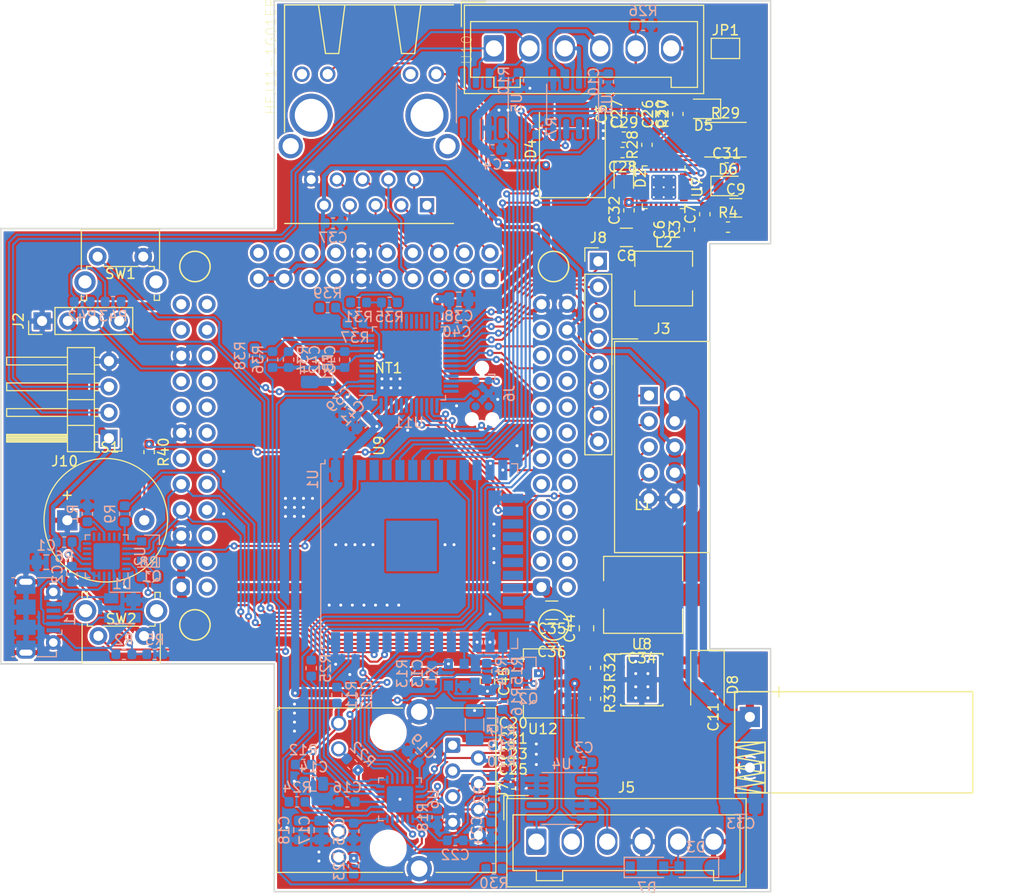
<source format=kicad_pcb>
(kicad_pcb (version 20171130) (host pcbnew "(5.1.2)-1")
  (layers (0 F.Cu signal) (31 B.Cu signal) (34 B.Paste user hide) (35 F.Paste user hide) (36 B.SilkS user) (37 F.SilkS user) (38 B.Mask user hide) (39 F.Mask user hide) (44 Edge.Cuts user))
  (net 0 "")
  (net 1 +24V)
  (net 2 GND)
  (net 3 +3V3)
  (net 4 "Net-(R1-Pad2)")
  (net 5 "Net-(C6-Pad2)")
  (net 6 "Net-(C7-Pad1)")
  (net 7 "Net-(D2-Pad2)")
  (net 8 DBG_RX)
  (net 9 "Net-(L2-Pad1)")
  (net 10 EMAC_RXD1)
  (net 11 KNXVOUT)
  (net 12 "Net-(C15-Pad1)")
  (net 13 +3.3VA)
  (net 14 "Net-(C25-Pad1)")
  (net 15 KNX+)
  (net 16 "Net-(C26-Pad1)")
  (net 17 "Net-(C27-Pad1)")
  (net 18 "Net-(C28-Pad1)")
  (net 19 "Net-(C30-Pad2)")
  (net 20 "Net-(C32-Pad1)")
  (net 21 "Net-(Q1-Pad1)")
  (net 22 "Net-(Q2-Pad3)")
  (net 23 EMAC_TX_CLK)
  (net 24 "Net-(Q2-Pad1)")
  (net 25 SMI_MDIO)
  (net 26 /eth/LED1)
  (net 27 /eth/LED2)
  (net 28 EMAC_RXD0)
  (net 29 "Net-(R27-Pad1)")
  (net 30 "Net-(R28-Pad1)")
  (net 31 "Net-(R29-Pad1)")
  (net 32 SMI_MDC)
  (net 33 EMAC_TXD1)
  (net 34 EMAC_TX_EN)
  (net 35 EMAC_TXD0)
  (net 36 PHY_POWER)
  (net 37 EMAC_RX_DV)
  (net 38 /knx/DCDC_IN)
  (net 39 /eth/RST)
  (net 40 /eth/TXP)
  (net 41 /eth/TXN)
  (net 42 /eth/RXP)
  (net 43 /eth/RNX)
  (net 44 +5V)
  (net 45 /eth/RXER)
  (net 46 /eth/INT)
  (net 47 /eth/CLKOUT)
  (net 48 /eth/CLKIN)
  (net 49 /eth/RBIAS)
  (net 50 /eth/RXD0)
  (net 51 /eth/RXD1)
  (net 52 ADC_PWR)
  (net 53 CAN_RX)
  (net 54 I2C_SDA)
  (net 55 I2C_SCL)
  (net 56 CAN_TX)
  (net 57 SPI_MISO)
  (net 58 SPI_CLK)
  (net 59 SPI_MOSI)
  (net 60 SPI_STROBE)
  (net 61 485_RX)
  (net 62 485_RTS)
  (net 63 485_TX)
  (net 64 NET_D2-)
  (net 65 NET_D3-)
  (net 66 NET_D4-)
  (net 67 NET_D1-)
  (net 68 NET_D1+)
  (net 69 NET_D2+)
  (net 70 NET_D3+)
  (net 71 NET_D4+)
  (net 72 NET_SPD)
  (net 73 NET_LNK)
  (net 74 "Net-(J7-Pad10)")
  (net 75 "Net-(J7-Pad12)")
  (net 76 KNX-)
  (net 77 "Net-(C31-Pad2)")
  (net 78 "Net-(C31-Pad1)")
  (net 79 KNX_RX)
  (net 80 KNX_TX)
  (net 81 "Net-(C34-Pad2)")
  (net 82 "Net-(C34-Pad1)")
  (net 83 "Net-(D1-Pad2)")
  (net 84 "Net-(D1-Pad3)")
  (net 85 "Net-(D1-Pad4)")
  (net 86 /EN)
  (net 87 "Net-(R2-Pad1)")
  (net 88 "Net-(R6-Pad2)")
  (net 89 "Net-(R10-Pad1)")
  (net 90 "Net-(R32-Pad2)")
  (net 91 /CANL)
  (net 92 /CANH)
  (net 93 /1Wire)
  (net 94 /RS485B)
  (net 95 /RS485A)
  (net 96 /PWRIN)
  (net 97 /ioext/SWCLK)
  (net 98 /ioext/SWDIO)
  (net 99 "Net-(R30-Pad1)")
  (net 100 "Net-(R31-Pad2)")
  (net 101 GNDA)
  (net 102 "Net-(R36-Pad1)")
  (net 103 "Net-(R37-Pad1)")
  (net 104 BUT0)
  (net 105 BUT1)
  (net 106 SPI_MOSIX)
  (net 107 "Net-(Q1-Pad2)")
  (net 108 DBG_TX)
  (net 109 /ioext/IO8)
  (net 110 /ioext/IO7)
  (net 111 /ioext/IO6)
  (net 112 /ioext/IO5)
  (net 113 /ioext/IO4)
  (net 114 /ioext/IO3)
  (net 115 /ioext/IO2)
  (net 116 /ioext/IO1)
  (net 117 "Net-(LS1-Pad2)")
  (net 118 "Net-(R40-Pad1)")
  (net 119 +3.3VADC)
  (module Resistor_SMD:R_0603_1608Metric (layer B.Cu) (at 85.09 85.725)
    (fp_text reference R43 (at 0 1.43) (layer B.SilkS) (effects (justify mirror)))
    (fp_text value 2k2)
    (pad 1 smd roundrect (at -0.7875 0) (size 0.875 0.95) (layers B.Cu B.Paste B.Mask) (net 3 +3V3))
    (pad 2 smd roundrect (at 0.7875 0) (size 0.875 0.95) (layers B.Cu B.Paste B.Mask) (net 54 I2C_SDA))
  )
  (module Resistor_SMD:R_0603_1608Metric (layer F.Cu) (at 88.646 100.584 270)
    (fp_text reference R40 (at 0 -1.43 90) (layer F.SilkS))
    (fp_text value R)
    (pad 2 smd roundrect (at 0.7875 0 270) (size 0.875 0.95) (layers F.Cu F.Paste F.Mask) (net 117 "Net-(LS1-Pad2)"))
    (pad 1 smd roundrect (at -0.7875 0 270) (size 0.875 0.95) (layers F.Cu F.Paste F.Mask) (net 118 "Net-(R40-Pad1)"))
  )
  (module Capacitor_SMD:C_0603_1608Metric (layer B.Cu) (at 81.026 112.649 270)
    (fp_text reference C2 (at 0 1.43 90) (layer B.SilkS) (effects (justify mirror)))
    (fp_text value u1/6V3)
    (pad 1 smd roundrect (at -0.7875 0 270) (size 0.875 0.95) (layers B.Cu B.Paste B.Mask) (net 3 +3V3))
    (pad 2 smd roundrect (at 0.7875 0 270) (size 0.875 0.95) (layers B.Cu B.Paste B.Mask) (net 2 GND))
  )
  (module Inductor_SMD:L_1206_3216Metric (layer B.Cu) (at 120.777 127.508 90)
    (fp_text reference L3 (at 0 1.82 90) (layer B.SilkS) (effects (justify mirror)))
    (fp_text value FB)
    (pad 1 smd roundrect (at -1.4 0 90) (size 1.25 1.75) (layers B.Cu B.Paste B.Mask) (roundrect_rratio 0.2) (net 13 +3.3VA))
    (pad 2 smd roundrect (at 1.4 0 90) (size 1.25 1.75) (layers B.Cu B.Paste B.Mask) (roundrect_rratio 0.2) (net 3 +3V3))
  )
  (module "WestfaelischeHochschule:NanoPi NEO Core2" (layer F.Cu) (at 110.871 99.949 90)
    (fp_text reference U9 (at 0 0.5 90) (layer F.SilkS))
    (fp_text value NanoPiCore)
    (pad 23 thru_hole circle (at 13.97 16.51 90) (size 1.7 1.7) (drill 1) (layers *.Cu *.Mask) (net 2 GND))
    (pad 24 thru_hole circle (at 13.97 19.05 90) (size 1.7 1.7) (drill 1) (layers *.Cu *.Mask) (net 2 GND))
    (pad 21 thru_hole circle (at 11.43 16.51 90) (size 1.7 1.7) (drill 1) (layers *.Cu *.Mask))
    (pad 22 thru_hole circle (at 11.43 19.05 90) (size 1.7 1.7) (drill 1) (layers *.Cu *.Mask) (net 44 +5V))
    (pad 19 thru_hole circle (at 8.89 16.51 90) (size 1.7 1.7) (drill 1) (layers *.Cu *.Mask))
    (pad 20 thru_hole circle (at 8.89 19.05 90) (size 1.7 1.7) (drill 1) (layers *.Cu *.Mask))
    (pad 17 thru_hole circle (at 6.35 16.51 90) (size 1.7 1.7) (drill 1) (layers *.Cu *.Mask))
    (pad 18 thru_hole circle (at 6.35 19.05 90) (size 1.7 1.7) (drill 1) (layers *.Cu *.Mask))
    (pad 15 thru_hole circle (at 3.81 16.51 90) (size 1.7 1.7) (drill 1) (layers *.Cu *.Mask))
    (pad 16 thru_hole circle (at 3.81 19.05 90) (size 1.7 1.7) (drill 1) (layers *.Cu *.Mask))
    (pad 13 thru_hole circle (at 1.27 16.51 90) (size 1.7 1.7) (drill 1) (layers *.Cu *.Mask))
    (pad 14 thru_hole circle (at 1.27 19.05 90) (size 1.7 1.7) (drill 1) (layers *.Cu *.Mask))
    (pad 11 thru_hole circle (at -1.27 16.51 90) (size 1.7 1.7) (drill 1) (layers *.Cu *.Mask))
    (pad 12 thru_hole circle (at -1.27 19.05 90) (size 1.7 1.7) (drill 1) (layers *.Cu *.Mask))
    (pad 9 thru_hole circle (at -3.81 16.51 90) (size 1.7 1.7) (drill 1) (layers *.Cu *.Mask))
    (pad 10 thru_hole circle (at -3.81 19.05 90) (size 1.7 1.7) (drill 1) (layers *.Cu *.Mask))
    (pad 7 thru_hole circle (at -6.35 16.51 90) (size 1.7 1.7) (drill 1) (layers *.Cu *.Mask))
    (pad 8 thru_hole circle (at -6.35 19.05 90) (size 1.7 1.7) (drill 1) (layers *.Cu *.Mask))
    (pad 5 thru_hole circle (at -8.89 16.51 90) (size 1.7 1.7) (drill 1) (layers *.Cu *.Mask))
    (pad 6 thru_hole circle (at -8.89 19.05 90) (size 1.7 1.7) (drill 1) (layers *.Cu *.Mask))
    (pad 3 thru_hole circle (at -11.43 16.51 90) (size 1.7 1.7) (drill 1) (layers *.Cu *.Mask))
    (pad 4 thru_hole circle (at -11.43 19.05 90) (size 1.7 1.7) (drill 1) (layers *.Cu *.Mask))
    (pad 1 thru_hole roundrect (at -13.97 16.51 90) (size 1.7 1.7) (drill 1) (layers *.Cu *.Mask) (net 44 +5V))
    (pad 2 thru_hole circle (at -13.97 19.05 90) (size 1.7 1.7) (drill 1) (layers *.Cu *.Mask))
    (pad 50 thru_hole circle (at 19.05 11.43 90) (size 1.7 1.7) (drill 1) (layers *.Cu *.Mask) (net 72 NET_SPD))
    (pad 49 thru_hole roundrect (at 16.51 11.43 90) (size 1.7 1.7) (drill 1) (layers *.Cu *.Mask) (net 73 NET_LNK))
    (pad 52 thru_hole circle (at 19.05 8.89 90) (size 1.7 1.7) (drill 1) (layers *.Cu *.Mask) (net 67 NET_D1-))
    (pad 51 thru_hole circle (at 16.51 8.89 90) (size 1.7 1.7) (drill 1) (layers *.Cu *.Mask) (net 68 NET_D1+))
    (pad 54 thru_hole circle (at 19.05 6.35 90) (size 1.7 1.7) (drill 1) (layers *.Cu *.Mask) (net 64 NET_D2-))
    (pad 53 thru_hole circle (at 16.51 6.35 90) (size 1.7 1.7) (drill 1) (layers *.Cu *.Mask) (net 69 NET_D2+))
    (pad 56 thru_hole circle (at 19.05 3.81 90) (size 1.7 1.7) (drill 1) (layers *.Cu *.Mask) (net 65 NET_D3-))
    (pad 55 thru_hole circle (at 16.51 3.81 90) (size 1.7 1.7) (drill 1) (layers *.Cu *.Mask) (net 70 NET_D3+))
    (pad 58 thru_hole circle (at 19.05 1.27 90) (size 1.7 1.7) (drill 1) (layers *.Cu *.Mask) (net 66 NET_D4-))
    (pad 57 thru_hole circle (at 16.51 1.27 90) (size 1.7 1.7) (drill 1) (layers *.Cu *.Mask) (net 71 NET_D4+))
    (pad 60 thru_hole circle (at 19.05 -1.27 90) (size 1.7 1.7) (drill 1) (layers *.Cu *.Mask) (net 2 GND))
    (pad 59 thru_hole circle (at 16.51 -1.27 90) (size 1.7 1.7) (drill 1) (layers *.Cu *.Mask) (net 2 GND))
    (pad 62 thru_hole circle (at 19.05 -3.81 90) (size 1.7 1.7) (drill 1) (layers *.Cu *.Mask))
    (pad 61 thru_hole circle (at 16.51 -3.81 90) (size 1.7 1.7) (drill 1) (layers *.Cu *.Mask))
    (pad 64 thru_hole circle (at 19.05 -6.35 90) (size 1.7 1.7) (drill 1) (layers *.Cu *.Mask))
    (pad 63 thru_hole circle (at 16.51 -6.35 90) (size 1.7 1.7) (drill 1) (layers *.Cu *.Mask))
    (pad 66 thru_hole circle (at 19.05 -8.89 90) (size 1.7 1.7) (drill 1) (layers *.Cu *.Mask))
    (pad 65 thru_hole circle (at 16.51 -8.89 90) (size 1.7 1.7) (drill 1) (layers *.Cu *.Mask) (net 44 +5V))
    (pad 68 thru_hole circle (at 19.05 -11.43 90) (size 1.7 1.7) (drill 1) (layers *.Cu *.Mask))
    (pad 67 thru_hole circle (at 16.51 -11.43 90) (size 1.7 1.7) (drill 1) (layers *.Cu *.Mask) (net 44 +5V))
    (pad 47 thru_hole circle (at 13.97 -19.05 90) (size 1.7 1.7) (drill 1) (layers *.Cu *.Mask))
    (pad 48 thru_hole circle (at 13.97 -16.51 90) (size 1.7 1.7) (drill 1) (layers *.Cu *.Mask))
    (pad 45 thru_hole circle (at 11.43 -19.05 90) (size 1.7 1.7) (drill 1) (layers *.Cu *.Mask))
    (pad 46 thru_hole circle (at 11.43 -16.51 90) (size 1.7 1.7) (drill 1) (layers *.Cu *.Mask))
    (pad 43 thru_hole circle (at 8.89 -19.05 90) (size 1.7 1.7) (drill 1) (layers *.Cu *.Mask) (net 2 GND))
    (pad 44 thru_hole circle (at 8.89 -16.51 90) (size 1.7 1.7) (drill 1) (layers *.Cu *.Mask))
    (pad 41 thru_hole circle (at 6.35 -19.05 90) (size 1.7 1.7) (drill 1) (layers *.Cu *.Mask))
    (pad 42 thru_hole circle (at 6.35 -16.51 90) (size 1.7 1.7) (drill 1) (layers *.Cu *.Mask))
    (pad 39 thru_hole circle (at 3.81 -19.05 90) (size 1.7 1.7) (drill 1) (layers *.Cu *.Mask))
    (pad 40 thru_hole circle (at 3.81 -16.51 90) (size 1.7 1.7) (drill 1) (layers *.Cu *.Mask))
    (pad 37 thru_hole circle (at 1.27 -19.05 90) (size 1.7 1.7) (drill 1) (layers *.Cu *.Mask) (net 2 GND))
    (pad 38 thru_hole circle (at 1.27 -16.51 90) (size 1.7 1.7) (drill 1) (layers *.Cu *.Mask))
    (pad 35 thru_hole circle (at -1.27 -19.05 90) (size 1.7 1.7) (drill 1) (layers *.Cu *.Mask))
    (pad 36 thru_hole circle (at -1.27 -16.51 90) (size 1.7 1.7) (drill 1) (layers *.Cu *.Mask))
    (pad 33 thru_hole circle (at -3.81 -19.05 90) (size 1.7 1.7) (drill 1) (layers *.Cu *.Mask) (net 108 DBG_TX))
    (pad 34 thru_hole circle (at -3.81 -16.51 90) (size 1.7 1.7) (drill 1) (layers *.Cu *.Mask))
    (pad 31 thru_hole circle (at -6.35 -19.05 90) (size 1.7 1.7) (drill 1) (layers *.Cu *.Mask) (net 8 DBG_RX))
    (pad 32 thru_hole circle (at -6.35 -16.51 90) (size 1.7 1.7) (drill 1) (layers *.Cu *.Mask))
    (pad 29 thru_hole circle (at -8.89 -19.05 90) (size 1.7 1.7) (drill 1) (layers *.Cu *.Mask) (net 2 GND))
    (pad 30 thru_hole circle (at -8.89 -16.51 90) (size 1.7 1.7) (drill 1) (layers *.Cu *.Mask))
    (pad 27 thru_hole circle (at -11.43 -19.05 90) (size 1.7 1.7) (drill 1) (layers *.Cu *.Mask) (net 44 +5V))
    (pad 28 thru_hole circle (at -11.43 -16.51 90) (size 1.7 1.7) (drill 1) (layers *.Cu *.Mask))
    (pad 25 thru_hole roundrect (at -13.97 -19.05 90) (size 1.7 1.7) (drill 1) (layers *.Cu *.Mask) (net 44 +5V))
    (pad 26 thru_hole circle (at -13.97 -16.51 90) (size 1.7 1.7) (drill 1) (layers *.Cu *.Mask))
  )
  (module Inductor_SMD:L_Wuerth_HCI-5040 (layer F.Cu) (at 139.446 83.439)
    (fp_text reference L2 (at 0 -3.6) (layer F.SilkS))
    (fp_text value L)
    (pad 1 smd rect (at -2.05 0) (size 1.9 1.6) (layers F.Cu F.Paste F.Mask) (net 9 "Net-(L2-Pad1)"))
    (pad 2 smd rect (at 2.05 0) (size 1.9 1.6) (layers F.Cu F.Paste F.Mask) (net 11 KNXVOUT))
  )
  (module Capacitor_SMD:C_0603_1608Metric (layer F.Cu) (at 136.017 76.708 90)
    (fp_text reference C32 (at 0 -1.43 270) (layer F.SilkS))
    (fp_text value CGATE)
    (pad 1 smd roundrect (at -0.7875 0 90) (size 0.875 0.95) (layers F.Cu F.Paste F.Mask) (net 20 "Net-(C32-Pad1)"))
    (pad 2 smd roundrect (at 0.7875 0 90) (size 0.875 0.95) (layers F.Cu F.Paste F.Mask) (net 77 "Net-(C31-Pad2)"))
  )
  (module Resistor_SMD:R_2512_6332Metric (layer F.Cu) (at 145.542 69.723)
    (fp_text reference R29 (at 0 -2.62) (layer F.SilkS))
    (fp_text value RTX)
    (pad 1 smd roundrect (at -2.9 0) (size 1.35 3.35) (layers F.Cu F.Paste F.Mask) (roundrect_rratio 0.185185) (net 31 "Net-(R29-Pad1)"))
    (pad 2 smd roundrect (at 2.9 0) (size 1.35 3.35) (layers F.Cu F.Paste F.Mask) (roundrect_rratio 0.185185) (net 77 "Net-(C31-Pad2)"))
  )
  (module Connector_PinHeader_2.54mm:PinHeader_1x08_P2.54mm_Vertical (layer F.Cu) (at 132.9944 81.7372)
    (fp_text reference J8 (at 0 -2.33) (layer F.SilkS))
    (fp_text value Conn_01x08)
    (pad 8 thru_hole oval (at 0 17.78) (size 1.7 1.7) (drill 1) (layers *.Cu *.Mask) (net 109 /ioext/IO8))
    (pad 7 thru_hole oval (at 0 15.24) (size 1.7 1.7) (drill 1) (layers *.Cu *.Mask) (net 110 /ioext/IO7))
    (pad 6 thru_hole oval (at 0 12.7) (size 1.7 1.7) (drill 1) (layers *.Cu *.Mask) (net 111 /ioext/IO6))
    (pad 5 thru_hole oval (at 0 10.16) (size 1.7 1.7) (drill 1) (layers *.Cu *.Mask) (net 112 /ioext/IO5))
    (pad 4 thru_hole oval (at 0 7.62) (size 1.7 1.7) (drill 1) (layers *.Cu *.Mask) (net 113 /ioext/IO4))
    (pad 3 thru_hole oval (at 0 5.08) (size 1.7 1.7) (drill 1) (layers *.Cu *.Mask) (net 114 /ioext/IO3))
    (pad 2 thru_hole oval (at 0 2.54) (size 1.7 1.7) (drill 1) (layers *.Cu *.Mask) (net 115 /ioext/IO2))
    (pad 1 thru_hole rect (at 0 0) (size 1.7 1.7) (drill 1) (layers *.Cu *.Mask) (net 116 /ioext/IO1))
  )
  (module Resistor_SMD:R_0603_1608Metric (layer F.Cu) (at 141.986 78.613 90)
    (fp_text reference R3 (at 0 -1.43 90) (layer F.SilkS))
    (fp_text value RFB2)
    (pad 1 smd roundrect (at -0.7875 0 90) (size 0.875 0.95) (layers F.Cu F.Paste F.Mask) (net 2 GND))
    (pad 2 smd roundrect (at 0.7875 0 90) (size 0.875 0.95) (layers F.Cu F.Paste F.Mask) (net 6 "Net-(C7-Pad1)"))
  )
  (module Package_DFN_QFN:VQFN-24-1EP_4x4mm_P0.5mm_EP2.45x2.45mm_ThermalVias (layer F.Cu) (at 139.446 74.422 270)
    (fp_text reference U7 (at 0 -3.32 270) (layer F.SilkS))
    (fp_text value STKNX)
    (pad 25 smd roundrect (at 0 0 270) (size 2.45 2.45) (layers F.Cu F.Mask) (roundrect_rratio 0.102041))
    (pad 25 thru_hole circle (at -0.98 -0.98 270) (size 0.5 0.5) (drill 0.2) (layers *.Cu))
    (pad 25 thru_hole circle (at 0 -0.98 270) (size 0.5 0.5) (drill 0.2) (layers *.Cu))
    (pad 25 thru_hole circle (at 0.98 -0.98 270) (size 0.5 0.5) (drill 0.2) (layers *.Cu))
    (pad 25 thru_hole circle (at -0.98 0 270) (size 0.5 0.5) (drill 0.2) (layers *.Cu))
    (pad 25 thru_hole circle (at 0 0 270) (size 0.5 0.5) (drill 0.2) (layers *.Cu))
    (pad 25 thru_hole circle (at 0.98 0 270) (size 0.5 0.5) (drill 0.2) (layers *.Cu))
    (pad 25 thru_hole circle (at -0.98 0.98 270) (size 0.5 0.5) (drill 0.2) (layers *.Cu))
    (pad 25 thru_hole circle (at 0 0.98 270) (size 0.5 0.5) (drill 0.2) (layers *.Cu))
    (pad 25 thru_hole circle (at 0.98 0.98 270) (size 0.5 0.5) (drill 0.2) (layers *.Cu))
    (pad 25 smd roundrect (at 0 0 270) (size 2.46 2.46) (layers B.Cu) (roundrect_rratio 0.101626))
    (pad 1 smd roundrect (at -1.9875 -1.25 270) (size 0.775 0.25) (layers F.Cu F.Paste F.Mask) (net 11 KNXVOUT))
    (pad 2 smd roundrect (at -1.9875 -0.75 270) (size 0.775 0.25) (layers F.Cu F.Paste F.Mask) (net 78 "Net-(C31-Pad1)"))
    (pad 3 smd roundrect (at -1.9875 -0.25 270) (size 0.775 0.25) (layers F.Cu F.Paste F.Mask) (net 31 "Net-(R29-Pad1)"))
    (pad 4 smd roundrect (at -1.9875 0.25 270) (size 0.775 0.25) (layers F.Cu F.Paste F.Mask) (net 2 GND))
    (pad 5 smd roundrect (at -1.9875 0.75 270) (size 0.775 0.25) (layers F.Cu F.Paste F.Mask) (net 29 "Net-(R27-Pad1)"))
    (pad 6 smd roundrect (at -1.9875 1.25 270) (size 0.775 0.25) (layers F.Cu F.Paste F.Mask) (net 30 "Net-(R28-Pad1)"))
    (pad 7 smd roundrect (at -1.25 1.9875 270) (size 0.25 0.775) (layers F.Cu F.Paste F.Mask) (net 17 "Net-(C27-Pad1)"))
    (pad 8 smd roundrect (at -0.75 1.9875 270) (size 0.25 0.775) (layers F.Cu F.Paste F.Mask) (net 18 "Net-(C28-Pad1)"))
    (pad 9 smd roundrect (at -0.25 1.9875 270) (size 0.25 0.775) (layers F.Cu F.Paste F.Mask) (net 38 /knx/DCDC_IN))
    (pad 10 smd roundrect (at 0.25 1.9875 270) (size 0.25 0.775) (layers F.Cu F.Paste F.Mask) (net 7 "Net-(D2-Pad2)"))
    (pad 11 smd roundrect (at 0.75 1.9875 270) (size 0.25 0.775) (layers F.Cu F.Paste F.Mask) (net 77 "Net-(C31-Pad2)"))
    (pad 12 smd roundrect (at 1.25 1.9875 270) (size 0.25 0.775) (layers F.Cu F.Paste F.Mask) (net 2 GND))
    (pad 13 smd roundrect (at 1.9875 1.25 270) (size 0.775 0.25) (layers F.Cu F.Paste F.Mask) (net 20 "Net-(C32-Pad1)"))
    (pad 14 smd roundrect (at 1.9875 0.75 270) (size 0.775 0.25) (layers F.Cu F.Paste F.Mask) (net 38 /knx/DCDC_IN))
    (pad 15 smd roundrect (at 1.9875 0.25 270) (size 0.775 0.25) (layers F.Cu F.Paste F.Mask) (net 9 "Net-(L2-Pad1)"))
    (pad 16 smd roundrect (at 1.9875 -0.25 270) (size 0.775 0.25) (layers F.Cu F.Paste F.Mask) (net 2 GND))
    (pad 17 smd roundrect (at 1.9875 -0.75 270) (size 0.775 0.25) (layers F.Cu F.Paste F.Mask) (net 5 "Net-(C6-Pad2)"))
    (pad 18 smd roundrect (at 1.9875 -1.25 270) (size 0.775 0.25) (layers F.Cu F.Paste F.Mask) (net 6 "Net-(C7-Pad1)"))
    (pad 19 smd roundrect (at 1.25 -1.9875 270) (size 0.25 0.775) (layers F.Cu F.Paste F.Mask))
    (pad 20 smd roundrect (at 0.75 -1.9875 270) (size 0.25 0.775) (layers F.Cu F.Paste F.Mask) (net 11 KNXVOUT))
    (pad 21 smd roundrect (at 0.25 -1.9875 270) (size 0.25 0.775) (layers F.Cu F.Paste F.Mask))
    (pad 22 smd roundrect (at -0.25 -1.9875 270) (size 0.25 0.775) (layers F.Cu F.Paste F.Mask) (net 2 GND))
    (pad 23 smd roundrect (at -0.75 -1.9875 270) (size 0.25 0.775) (layers F.Cu F.Paste F.Mask) (net 79 KNX_RX))
    (pad 24 smd roundrect (at -1.25 -1.9875 270) (size 0.25 0.775) (layers F.Cu F.Paste F.Mask) (net 80 KNX_TX))
  )
  (module Capacitor_SMD:C_0603_1608Metric (layer F.Cu) (at 139.319 67.183 90)
    (fp_text reference C26 (at 0 -1.43 90) (layer F.SilkS))
    (fp_text value CPH)
    (pad 2 smd roundrect (at 0.7875 0 90) (size 0.875 0.95) (layers F.Cu F.Paste F.Mask) (net 15 KNX+))
    (pad 1 smd roundrect (at -0.7875 0 90) (size 0.875 0.95) (layers F.Cu F.Paste F.Mask) (net 16 "Net-(C26-Pad1)"))
  )
  (module Package_TO_SOT_SMD:SOT-223-3_TabPin2 (layer F.Cu) (at 127.508 123.43 180)
    (fp_text reference U12 (at 0 -4.5) (layer F.SilkS))
    (fp_text value LM1117-3.3)
    (pad 1 smd rect (at -3.15 -2.3 180) (size 2 1.5) (layers F.Cu F.Paste F.Mask) (net 2 GND))
    (pad 3 smd rect (at -3.15 2.3 180) (size 2 1.5) (layers F.Cu F.Paste F.Mask) (net 44 +5V))
    (pad 2 smd rect (at -3.15 0 180) (size 2 1.5) (layers F.Cu F.Paste F.Mask) (net 3 +3V3))
    (pad 2 smd rect (at 3.15 0 180) (size 2 3.8) (layers F.Cu F.Paste F.Mask) (net 3 +3V3))
  )
  (module Capacitor_SMD:C_0805_2012Metric (layer F.Cu) (at 122.047 123.2385 270)
    (fp_text reference C45 (at 0 -1.65 90) (layer F.SilkS))
    (fp_text value 10u)
    (pad 2 smd roundrect (at 0.9375 0 270) (size 0.975 1.4) (layers F.Cu F.Paste F.Mask) (net 2 GND))
    (pad 1 smd roundrect (at -0.9375 0 270) (size 0.975 1.4) (layers F.Cu F.Paste F.Mask) (net 3 +3V3))
  )
  (module Capacitor_SMD:C_0805_2012Metric (layer F.Cu) (at 131.826 117.983 90)
    (fp_text reference C44 (at 0 -1.65 90) (layer F.SilkS))
    (fp_text value 10u)
    (pad 2 smd roundrect (at 0.9375 0 90) (size 0.975 1.4) (layers F.Cu F.Paste F.Mask) (net 2 GND))
    (pad 1 smd roundrect (at -0.9375 0 90) (size 0.975 1.4) (layers F.Cu F.Paste F.Mask) (net 44 +5V))
  )
  (module WestfaelischeHochschule:CP_Radial_D10.0mm_P5.00mm_laydown (layer F.Cu) (at 147.955 126.746 270)
    (fp_text reference C11 (at 0 3.6 90) (layer F.SilkS))
    (fp_text value 1000u/35V)
    (pad 2 thru_hole circle (at 5 0 270) (size 2 2) (drill 1) (layers *.Cu *.Mask) (net 2 GND))
    (pad 1 thru_hole rect (at 0 0 270) (size 2 2) (drill 1) (layers *.Cu *.Mask) (net 1 +24V))
  )
  (module Capacitor_SMD:C_0603_1608Metric (layer F.Cu) (at 124.587 128.778)
    (fp_text reference C20 (at 0 -1.43) (layer F.SilkS))
    (fp_text value 12p)
    (pad 1 smd roundrect (at -0.7875 0) (size 0.875 0.95) (layers F.Cu F.Paste F.Mask) (net 40 /eth/TXP))
    (pad 2 smd roundrect (at 0.7875 0) (size 0.875 0.95) (layers F.Cu F.Paste F.Mask) (net 2 GND))
  )
  (module Resistor_SMD:R_0603_1608Metric (layer B.Cu) (at 122.682 134.874 270)
    (fp_text reference R21 (at 0 1.43 90) (layer B.SilkS) (effects (justify mirror)))
    (fp_text value 49R9)
    (pad 1 smd roundrect (at -0.7875 0 270) (size 0.875 0.95) (layers B.Cu B.Paste B.Mask) (net 13 +3.3VA))
    (pad 2 smd roundrect (at 0.7875 0 270) (size 0.875 0.95) (layers B.Cu B.Paste B.Mask) (net 43 /eth/RNX))
  )
  (module Resistor_SMD:R_0603_1608Metric (layer B.Cu) (at 86.1568 120.5484 180)
    (fp_text reference R2 (at 0 1.43 180) (layer B.SilkS) (effects (justify mirror)))
    (fp_text value 22k1)
    (pad 1 smd roundrect (at -0.7875 0 180) (size 0.875 0.95) (layers B.Cu B.Paste B.Mask) (net 87 "Net-(R2-Pad1)"))
    (pad 2 smd roundrect (at 0.7875 0 180) (size 0.875 0.95) (layers B.Cu B.Paste B.Mask) (net 83 "Net-(D1-Pad2)"))
  )
  (module Package_DFN_QFN:QFN-24-1EP_4x4mm_P0.5mm_EP2.6x2.6mm (layer B.Cu) (at 84.455 110.871 90)
    (fp_text reference U2 (at 0 3.3 270) (layer B.SilkS) (effects (justify mirror)))
    (fp_text value CP2102N-A01-GQFN24)
    (pad 25 smd roundrect (at 0 0 90) (size 2.6 2.6) (layers B.Cu B.Mask) (roundrect_rratio 0.096154) (net 2 GND))
    (pad 1 smd roundrect (at -1.9375 1.25 90) (size 0.825 0.25) (layers B.Cu B.Paste B.Mask))
    (pad 2 smd roundrect (at -1.9375 0.75 90) (size 0.825 0.25) (layers B.Cu B.Paste B.Mask) (net 2 GND))
    (pad 3 smd roundrect (at -1.9375 0.25 90) (size 0.825 0.25) (layers B.Cu B.Paste B.Mask) (net 85 "Net-(D1-Pad4)"))
    (pad 4 smd roundrect (at -1.9375 -0.25 90) (size 0.825 0.25) (layers B.Cu B.Paste B.Mask) (net 84 "Net-(D1-Pad3)"))
    (pad 5 smd roundrect (at -1.9375 -0.75 90) (size 0.825 0.25) (layers B.Cu B.Paste B.Mask) (net 3 +3V3))
    (pad 6 smd roundrect (at -1.9375 -1.25 90) (size 0.825 0.25) (layers B.Cu B.Paste B.Mask) (net 3 +3V3))
    (pad 7 smd roundrect (at -1.25 -1.9375 90) (size 0.25 0.825) (layers B.Cu B.Paste B.Mask) (net 3 +3V3))
    (pad 8 smd roundrect (at -0.75 -1.9375 90) (size 0.25 0.825) (layers B.Cu B.Paste B.Mask) (net 87 "Net-(R2-Pad1)"))
    (pad 9 smd roundrect (at -0.25 -1.9375 90) (size 0.25 0.825) (layers B.Cu B.Paste B.Mask) (net 88 "Net-(R6-Pad2)"))
    (pad 10 smd roundrect (at 0.25 -1.9375 90) (size 0.25 0.825) (layers B.Cu B.Paste B.Mask))
    (pad 11 smd roundrect (at 0.75 -1.9375 90) (size 0.25 0.825) (layers B.Cu B.Paste B.Mask))
    (pad 12 smd roundrect (at 1.25 -1.9375 90) (size 0.25 0.825) (layers B.Cu B.Paste B.Mask))
    (pad 13 smd roundrect (at 1.9375 -1.25 90) (size 0.825 0.25) (layers B.Cu B.Paste B.Mask))
    (pad 14 smd roundrect (at 1.9375 -0.75 90) (size 0.825 0.25) (layers B.Cu B.Paste B.Mask))
    (pad 15 smd roundrect (at 1.9375 -0.25 90) (size 0.825 0.25) (layers B.Cu B.Paste B.Mask) (net 4 "Net-(R1-Pad2)"))
    (pad 16 smd roundrect (at 1.9375 0.25 90) (size 0.825 0.25) (layers B.Cu B.Paste B.Mask))
    (pad 17 smd roundrect (at 1.9375 0.75 90) (size 0.825 0.25) (layers B.Cu B.Paste B.Mask))
    (pad 18 smd roundrect (at 1.9375 1.25 90) (size 0.825 0.25) (layers B.Cu B.Paste B.Mask))
    (pad 19 smd roundrect (at 1.25 1.9375 90) (size 0.25 0.825) (layers B.Cu B.Paste B.Mask) (net 107 "Net-(Q1-Pad2)"))
    (pad 20 smd roundrect (at 0.75 1.9375 90) (size 0.25 0.825) (layers B.Cu B.Paste B.Mask) (net 108 DBG_TX))
    (pad 21 smd roundrect (at 0.25 1.9375 90) (size 0.25 0.825) (layers B.Cu B.Paste B.Mask) (net 8 DBG_RX))
    (pad 22 smd roundrect (at -0.25 1.9375 90) (size 0.25 0.825) (layers B.Cu B.Paste B.Mask))
    (pad 23 smd roundrect (at -0.75 1.9375 90) (size 0.25 0.825) (layers B.Cu B.Paste B.Mask) (net 22 "Net-(Q2-Pad3)"))
    (pad 24 smd roundrect (at -1.25 1.9375 90) (size 0.25 0.825) (layers B.Cu B.Paste B.Mask))
  )
  (module Buzzer_Beeper:Buzzer_12x9.5RM7.6 (layer F.Cu) (at 80.5688 107.315)
    (fp_text reference LS1 (at 3.8 -7.2) (layer F.SilkS))
    (fp_text value Speaker_Crystal)
    (fp_text user + (at -0.01 -2.54) (layer F.SilkS))
    (pad 2 thru_hole circle (at 7.6 0) (size 2 2) (drill 1) (layers *.Cu *.Mask) (net 117 "Net-(LS1-Pad2)"))
    (pad 1 thru_hole rect (at 0 0) (size 2 2) (drill 1) (layers *.Cu *.Mask) (net 2 GND))
  )
  (module Connector_IDC:IDC-Header_2x05_P2.54mm_Vertical (layer F.Cu) (at 138 95)
    (fp_text reference J3 (at 1.27 -6.604) (layer F.SilkS))
    (fp_text value WHBUS)
    (pad 1 thru_hole rect (at 0 0) (size 1.7272 1.7272) (drill 1.016) (layers *.Cu *.Mask) (net 59 SPI_MOSI))
    (pad 2 thru_hole oval (at 2.54 0) (size 1.7272 1.7272) (drill 1.016) (layers *.Cu *.Mask) (net 1 +24V))
    (pad 3 thru_hole oval (at 0 2.54) (size 1.7272 1.7272) (drill 1.016) (layers *.Cu *.Mask) (net 58 SPI_CLK))
    (pad 4 thru_hole oval (at 2.54 2.54) (size 1.7272 1.7272) (drill 1.016) (layers *.Cu *.Mask) (net 1 +24V))
    (pad 5 thru_hole oval (at 0 5.08) (size 1.7272 1.7272) (drill 1.016) (layers *.Cu *.Mask) (net 57 SPI_MISO))
    (pad 6 thru_hole oval (at 2.54 5.08) (size 1.7272 1.7272) (drill 1.016) (layers *.Cu *.Mask) (net 44 +5V))
    (pad 7 thru_hole oval (at 0 7.62) (size 1.7272 1.7272) (drill 1.016) (layers *.Cu *.Mask) (net 60 SPI_STROBE))
    (pad 8 thru_hole oval (at 2.54 7.62) (size 1.7272 1.7272) (drill 1.016) (layers *.Cu *.Mask) (net 44 +5V))
    (pad 9 thru_hole oval (at 0 10.16) (size 1.7272 1.7272) (drill 1.016) (layers *.Cu *.Mask) (net 2 GND))
    (pad 10 thru_hole oval (at 2.54 10.16) (size 1.7272 1.7272) (drill 1.016) (layers *.Cu *.Mask) (net 2 GND))
  )
  (module Connector:Tag-Connect_TC2030-IDC-NL_2x03_P1.27mm_Vertical (layer B.Cu) (at 121.5136 94.7928 270)
    (fp_text reference J6 (at 0 -2.7 270) (layer B.SilkS) (effects (justify mirror)))
    (fp_text value Conn_01x04)
    (pad 6 connect circle (at 1.27 0.635 270) (size 0.7874 0.7874) (layers B.Cu B.Mask))
    (pad 5 connect circle (at 1.27 -0.635 270) (size 0.7874 0.7874) (layers B.Cu B.Mask))
    (pad 4 connect circle (at 0 0.635 270) (size 0.7874 0.7874) (layers B.Cu B.Mask) (net 97 /ioext/SWCLK))
    (pad 3 connect circle (at 0 -0.635 270) (size 0.7874 0.7874) (layers B.Cu B.Mask) (net 2 GND))
    (pad 2 connect circle (at -1.27 0.635 270) (size 0.7874 0.7874) (layers B.Cu B.Mask) (net 98 /ioext/SWDIO))
    (pad 1 connect circle (at -1.27 -0.635 270) (size 0.7874 0.7874) (layers B.Cu B.Mask) (net 3 +3V3))
    (pad "" np_thru_hole circle (at -2.54 0 270) (size 0.9906 0.9906) (drill 0.9906) (layers *.Cu *.Mask))
    (pad "" np_thru_hole circle (at 2.54 -1.016 270) (size 0.9906 0.9906) (drill 0.9906) (layers *.Cu *.Mask))
    (pad "" np_thru_hole circle (at 2.54 1.016 270) (size 0.9906 0.9906) (drill 0.9906) (layers *.Cu *.Mask))
  )
  (module NetTie:NetTie-2_SMD_Pad0.5mm (layer F.Cu) (at 112.268 91.0844 180)
    (fp_text reference NT1 (at 0 -1.2) (layer F.SilkS))
    (fp_text value Net-Tie_2)
    (fp_poly (pts (xy -0.5 -0.25) (xy 0.5 -0.25) (xy 0.5 0.25) (xy -0.5 0.25)) (layer F.Cu) (width 0))
    (pad 2 smd circle (at 0.5 0 180) (size 0.5 0.5) (layers F.Cu) (net 101 GNDA))
    (pad 1 smd circle (at -0.5 0 180) (size 0.5 0.5) (layers F.Cu) (net 2 GND))
  )
  (module Capacitor_SMD:C_0603_1608Metric (layer B.Cu) (at 107.95 91.44 270)
    (fp_text reference C43 (at 0 1.43 90) (layer B.SilkS) (effects (justify mirror)))
    (fp_text value 10n)
    (pad 2 smd roundrect (at 0.7875 0 270) (size 0.875 0.95) (layers B.Cu B.Paste B.Mask) (net 101 GNDA))
    (pad 1 smd roundrect (at -0.7875 0 270) (size 0.875 0.95) (layers B.Cu B.Paste B.Mask) (net 119 +3.3VADC))
  )
  (module Capacitor_SMD:C_0603_1608Metric (layer B.Cu) (at 106.426 91.44 270)
    (fp_text reference C42 (at 0 1.43 90) (layer B.SilkS) (effects (justify mirror)))
    (fp_text value 1u)
    (pad 2 smd roundrect (at 0.7875 0 270) (size 0.875 0.95) (layers B.Cu B.Paste B.Mask) (net 101 GNDA))
    (pad 1 smd roundrect (at -0.7875 0 270) (size 0.875 0.95) (layers B.Cu B.Paste B.Mask) (net 119 +3.3VADC))
  )
  (module Capacitor_SMD:C_0603_1608Metric (layer B.Cu) (at 109.728 97.7392 225)
    (fp_text reference C41 (at 0 1.43 45) (layer B.SilkS) (effects (justify mirror)))
    (fp_text value u1)
    (pad 2 smd roundrect (at 0.7875 0 225) (size 0.875 0.95) (layers B.Cu B.Paste B.Mask) (net 2 GND))
    (pad 1 smd roundrect (at -0.7875 0 225) (size 0.875 0.95) (layers B.Cu B.Paste B.Mask) (net 3 +3V3))
  )
  (module Capacitor_SMD:C_0603_1608Metric (layer B.Cu) (at 119.0244 87.2744)
    (fp_text reference C40 (at 0 1.43) (layer B.SilkS) (effects (justify mirror)))
    (fp_text value u1)
    (pad 2 smd roundrect (at 0.7875 0) (size 0.875 0.95) (layers B.Cu B.Paste B.Mask) (net 2 GND))
    (pad 1 smd roundrect (at -0.7875 0) (size 0.875 0.95) (layers B.Cu B.Paste B.Mask) (net 3 +3V3))
  )
  (module Capacitor_SMD:C_0603_1608Metric (layer B.Cu) (at 108.4072 96.4184 225)
    (fp_text reference C39 (at 0 1.43 45) (layer B.SilkS) (effects (justify mirror)))
    (fp_text value u1)
    (pad 2 smd roundrect (at 0.7875 0 225) (size 0.875 0.95) (layers B.Cu B.Paste B.Mask) (net 2 GND))
    (pad 1 smd roundrect (at -0.7875 0 225) (size 0.875 0.95) (layers B.Cu B.Paste B.Mask) (net 3 +3V3))
  )
  (module Capacitor_SMD:C_0805_2012Metric (layer B.Cu) (at 119.2276 85.4964)
    (fp_text reference C38 (at 0 1.65) (layer B.SilkS) (effects (justify mirror)))
    (fp_text value 4u7)
    (pad 2 smd roundrect (at 0.9375 0) (size 0.975 1.4) (layers B.Cu B.Paste B.Mask) (net 2 GND))
    (pad 1 smd roundrect (at -0.9375 0) (size 0.975 1.4) (layers B.Cu B.Paste B.Mask) (net 3 +3V3))
  )
  (module Package_QFP:LQFP-48_7x7mm_P0.5mm (layer B.Cu) (at 114.3 91.821)
    (fp_text reference U11 (at 0 5.85) (layer B.SilkS) (effects (justify mirror)))
    (fp_text value STM32F030C6Tx)
    (pad 48 smd roundrect (at -2.75 4.1625) (size 0.3 1.475) (layers B.Cu B.Paste B.Mask) (net 3 +3V3))
    (pad 47 smd roundrect (at -2.25 4.1625) (size 0.3 1.475) (layers B.Cu B.Paste B.Mask) (net 2 GND))
    (pad 46 smd roundrect (at -1.75 4.1625) (size 0.3 1.475) (layers B.Cu B.Paste B.Mask))
    (pad 45 smd roundrect (at -1.25 4.1625) (size 0.3 1.475) (layers B.Cu B.Paste B.Mask))
    (pad 44 smd roundrect (at -0.75 4.1625) (size 0.3 1.475) (layers B.Cu B.Paste B.Mask))
    (pad 43 smd roundrect (at -0.25 4.1625) (size 0.3 1.475) (layers B.Cu B.Paste B.Mask))
    (pad 42 smd roundrect (at 0.25 4.1625) (size 0.3 1.475) (layers B.Cu B.Paste B.Mask) (net 118 "Net-(R40-Pad1)"))
    (pad 41 smd roundrect (at 0.75 4.1625) (size 0.3 1.475) (layers B.Cu B.Paste B.Mask) (net 106 SPI_MOSIX))
    (pad 40 smd roundrect (at 1.25 4.1625) (size 0.3 1.475) (layers B.Cu B.Paste B.Mask) (net 59 SPI_MOSI))
    (pad 39 smd roundrect (at 1.75 4.1625) (size 0.3 1.475) (layers B.Cu B.Paste B.Mask) (net 58 SPI_CLK))
    (pad 38 smd roundrect (at 2.25 4.1625) (size 0.3 1.475) (layers B.Cu B.Paste B.Mask) (net 60 SPI_STROBE))
    (pad 37 smd roundrect (at 2.75 4.1625) (size 0.3 1.475) (layers B.Cu B.Paste B.Mask) (net 97 /ioext/SWCLK))
    (pad 36 smd roundrect (at 4.1625 2.75) (size 1.475 0.3) (layers B.Cu B.Paste B.Mask))
    (pad 35 smd roundrect (at 4.1625 2.25) (size 1.475 0.3) (layers B.Cu B.Paste B.Mask))
    (pad 34 smd roundrect (at 4.1625 1.75) (size 1.475 0.3) (layers B.Cu B.Paste B.Mask) (net 98 /ioext/SWDIO))
    (pad 33 smd roundrect (at 4.1625 1.25) (size 1.475 0.3) (layers B.Cu B.Paste B.Mask))
    (pad 32 smd roundrect (at 4.1625 0.75) (size 1.475 0.3) (layers B.Cu B.Paste B.Mask) (net 109 /ioext/IO8))
    (pad 31 smd roundrect (at 4.1625 0.25) (size 1.475 0.3) (layers B.Cu B.Paste B.Mask) (net 110 /ioext/IO7))
    (pad 30 smd roundrect (at 4.1625 -0.25) (size 1.475 0.3) (layers B.Cu B.Paste B.Mask) (net 111 /ioext/IO6))
    (pad 29 smd roundrect (at 4.1625 -0.75) (size 1.475 0.3) (layers B.Cu B.Paste B.Mask) (net 112 /ioext/IO5))
    (pad 28 smd roundrect (at 4.1625 -1.25) (size 1.475 0.3) (layers B.Cu B.Paste B.Mask) (net 113 /ioext/IO4))
    (pad 27 smd roundrect (at 4.1625 -1.75) (size 1.475 0.3) (layers B.Cu B.Paste B.Mask) (net 114 /ioext/IO3))
    (pad 26 smd roundrect (at 4.1625 -2.25) (size 1.475 0.3) (layers B.Cu B.Paste B.Mask) (net 115 /ioext/IO2))
    (pad 25 smd roundrect (at 4.1625 -2.75) (size 1.475 0.3) (layers B.Cu B.Paste B.Mask) (net 116 /ioext/IO1))
    (pad 24 smd roundrect (at 2.75 -4.1625) (size 0.3 1.475) (layers B.Cu B.Paste B.Mask) (net 3 +3V3))
    (pad 23 smd roundrect (at 2.25 -4.1625) (size 0.3 1.475) (layers B.Cu B.Paste B.Mask) (net 2 GND))
    (pad 22 smd roundrect (at 1.75 -4.1625) (size 0.3 1.475) (layers B.Cu B.Paste B.Mask))
    (pad 21 smd roundrect (at 1.25 -4.1625) (size 0.3 1.475) (layers B.Cu B.Paste B.Mask))
    (pad 20 smd roundrect (at 0.75 -4.1625) (size 0.3 1.475) (layers B.Cu B.Paste B.Mask))
    (pad 19 smd roundrect (at 0.25 -4.1625) (size 0.3 1.475) (layers B.Cu B.Paste B.Mask))
    (pad 18 smd roundrect (at -0.25 -4.1625) (size 0.3 1.475) (layers B.Cu B.Paste B.Mask))
    (pad 17 smd roundrect (at -0.75 -4.1625) (size 0.3 1.475) (layers B.Cu B.Paste B.Mask))
    (pad 16 smd roundrect (at -1.25 -4.1625) (size 0.3 1.475) (layers B.Cu B.Paste B.Mask))
    (pad 15 smd roundrect (at -1.75 -4.1625) (size 0.3 1.475) (layers B.Cu B.Paste B.Mask))
    (pad 14 smd roundrect (at -2.25 -4.1625) (size 0.3 1.475) (layers B.Cu B.Paste B.Mask))
    (pad 13 smd roundrect (at -2.75 -4.1625) (size 0.3 1.475) (layers B.Cu B.Paste B.Mask) (net 100 "Net-(R31-Pad2)"))
    (pad 12 smd roundrect (at -4.1625 -2.75) (size 1.475 0.3) (layers B.Cu B.Paste B.Mask) (net 103 "Net-(R37-Pad1)"))
    (pad 11 smd roundrect (at -4.1625 -2.25) (size 1.475 0.3) (layers B.Cu B.Paste B.Mask) (net 102 "Net-(R36-Pad1)"))
    (pad 10 smd roundrect (at -4.1625 -1.75) (size 1.475 0.3) (layers B.Cu B.Paste B.Mask) (net 99 "Net-(R30-Pad1)"))
    (pad 9 smd roundrect (at -4.1625 -1.25) (size 1.475 0.3) (layers B.Cu B.Paste B.Mask) (net 119 +3.3VADC))
    (pad 8 smd roundrect (at -4.1625 -0.75) (size 1.475 0.3) (layers B.Cu B.Paste B.Mask) (net 101 GNDA))
    (pad 7 smd roundrect (at -4.1625 -0.25) (size 1.475 0.3) (layers B.Cu B.Paste B.Mask))
    (pad 6 smd roundrect (at -4.1625 0.25) (size 1.475 0.3) (layers B.Cu B.Paste B.Mask))
    (pad 5 smd roundrect (at -4.1625 0.75) (size 1.475 0.3) (layers B.Cu B.Paste B.Mask))
    (pad 4 smd roundrect (at -4.1625 1.25) (size 1.475 0.3) (layers B.Cu B.Paste B.Mask))
    (pad 3 smd roundrect (at -4.1625 1.75) (size 1.475 0.3) (layers B.Cu B.Paste B.Mask) (net 104 BUT0))
    (pad 2 smd roundrect (at -4.1625 2.25) (size 1.475 0.3) (layers B.Cu B.Paste B.Mask) (net 105 BUT1))
    (pad 1 smd roundrect (at -4.1625 2.75) (size 1.475 0.3) (layers B.Cu B.Paste B.Mask) (net 3 +3V3))
  )
  (module Resistor_SMD:R_0603_1608Metric (layer B.Cu) (at 106.2736 86.3092 180)
    (fp_text reference R39 (at 0 1.43) (layer B.SilkS) (effects (justify mirror)))
    (fp_text value R)
    (pad 2 smd roundrect (at 0.7875 0 180) (size 0.875 0.95) (layers B.Cu B.Paste B.Mask))
    (pad 1 smd roundrect (at -0.7875 0 180) (size 0.875 0.95) (layers B.Cu B.Paste B.Mask) (net 103 "Net-(R37-Pad1)"))
  )
  (module Resistor_SMD:R_0603_1608Metric (layer B.Cu) (at 99.06 91.059 270)
    (fp_text reference R38 (at 0 1.43 90) (layer B.SilkS) (effects (justify mirror)))
    (fp_text value R)
    (pad 2 smd roundrect (at 0.7875 0 270) (size 0.875 0.95) (layers B.Cu B.Paste B.Mask))
    (pad 1 smd roundrect (at -0.7875 0 270) (size 0.875 0.95) (layers B.Cu B.Paste B.Mask) (net 102 "Net-(R36-Pad1)"))
  )
  (module Resistor_SMD:R_0603_1608Metric (layer B.Cu) (at 108.966 87.8332)
    (fp_text reference R37 (at 0 1.43) (layer B.SilkS) (effects (justify mirror)))
    (fp_text value R)
    (pad 2 smd roundrect (at 0.7875 0) (size 0.875 0.95) (layers B.Cu B.Paste B.Mask) (net 101 GNDA))
    (pad 1 smd roundrect (at -0.7875 0) (size 0.875 0.95) (layers B.Cu B.Paste B.Mask) (net 103 "Net-(R37-Pad1)"))
  )
  (module Resistor_SMD:R_0603_1608Metric (layer B.Cu) (at 100.838 91.44 270)
    (fp_text reference R36 (at 0 1.43 90) (layer B.SilkS) (effects (justify mirror)))
    (fp_text value R)
    (pad 2 smd roundrect (at 0.7875 0 270) (size 0.875 0.95) (layers B.Cu B.Paste B.Mask) (net 101 GNDA))
    (pad 1 smd roundrect (at -0.7875 0 270) (size 0.875 0.95) (layers B.Cu B.Paste B.Mask) (net 102 "Net-(R36-Pad1)"))
  )
  (module Resistor_SMD:R_0603_1608Metric (layer B.Cu) (at 112.3696 85.8012)
    (fp_text reference R35 (at 0 1.43) (layer B.SilkS) (effects (justify mirror)))
    (fp_text value R)
    (pad 2 smd roundrect (at 0.7875 0) (size 0.875 0.95) (layers B.Cu B.Paste B.Mask) (net 101 GNDA))
    (pad 1 smd roundrect (at -0.7875 0) (size 0.875 0.95) (layers B.Cu B.Paste B.Mask) (net 100 "Net-(R31-Pad2)"))
  )
  (module Resistor_SMD:R_0603_1608Metric (layer B.Cu) (at 102.4128 91.44 90)
    (fp_text reference R34 (at 0 1.43 90) (layer B.SilkS) (effects (justify mirror)))
    (fp_text value R)
    (pad 2 smd roundrect (at 0.7875 0 90) (size 0.875 0.95) (layers B.Cu B.Paste B.Mask) (net 99 "Net-(R30-Pad1)"))
    (pad 1 smd roundrect (at -0.7875 0 90) (size 0.875 0.95) (layers B.Cu B.Paste B.Mask) (net 101 GNDA))
  )
  (module Resistor_SMD:R_0603_1608Metric (layer B.Cu) (at 109.3216 85.8012)
    (fp_text reference R31 (at 0 1.43) (layer B.SilkS) (effects (justify mirror)))
    (fp_text value R)
    (pad 2 smd roundrect (at 0.7875 0) (size 0.875 0.95) (layers B.Cu B.Paste B.Mask) (net 100 "Net-(R31-Pad2)"))
    (pad 1 smd roundrect (at -0.7875 0) (size 0.875 0.95) (layers B.Cu B.Paste B.Mask))
  )
  (module Resistor_SMD:R_0603_1608Metric (layer B.Cu) (at 122.682 141.732)
    (fp_text reference R30 (at 0 1.43) (layer B.SilkS) (effects (justify mirror)))
    (fp_text value R)
    (pad 2 smd roundrect (at 0.7875 0) (size 0.875 0.95) (layers B.Cu B.Paste B.Mask) (net 52 ADC_PWR))
    (pad 1 smd roundrect (at -0.7875 0) (size 0.875 0.95) (layers B.Cu B.Paste B.Mask) (net 99 "Net-(R30-Pad1)"))
  )
  (module Inductor_SMD:L_1206_3216Metric (layer B.Cu) (at 104.4956 92.2528 90)
    (fp_text reference FB1 (at 0 1.82 90) (layer B.SilkS) (effects (justify mirror)))
    (fp_text value Ferrite_Bead_Small)
    (pad 2 smd roundrect (at 1.4 0 90) (size 1.25 1.75) (layers B.Cu B.Paste B.Mask) (roundrect_rratio 0.2) (net 119 +3.3VADC))
    (pad 1 smd roundrect (at -1.4 0 90) (size 1.25 1.75) (layers B.Cu B.Paste B.Mask) (roundrect_rratio 0.2) (net 3 +3V3))
  )
  (module Resistor_SMD:R_0603_1608Metric (layer F.Cu) (at 132.715 121.8945 270)
    (fp_text reference R32 (at 0 -1.43 90) (layer F.SilkS))
    (fp_text value R)
    (pad 1 smd roundrect (at -0.7875 0 270) (size 0.875 0.95) (layers F.Cu F.Paste F.Mask) (net 44 +5V))
    (pad 2 smd roundrect (at 0.7875 0 270) (size 0.875 0.95) (layers F.Cu F.Paste F.Mask) (net 90 "Net-(R32-Pad2)"))
  )
  (module Connector_RJ:RJ45_Hanrun_HR911105A (layer F.Cu) (at 118.618 129.54 270)
    (fp_text reference J7 (at 4.45 -4.96 90) (layer F.SilkS))
    (fp_text value 8P8C_LED_Shielded)
    (pad "" np_thru_hole circle (at 10.155 6.36 270) (size 3.25 3.25) (drill 3.25) (layers *.Cu *.Mask))
    (pad "" np_thru_hole circle (at -1.275 6.36 270) (size 3.25 3.25) (drill 3.25) (layers *.Cu *.Mask))
    (pad 1 thru_hole roundrect (at 0 0 270) (size 1.5 1.5) (drill 0.9) (layers *.Cu *.Mask) (roundrect_rratio 0.167) (net 40 /eth/TXP))
    (pad 2 thru_hole circle (at 1.26 -2.54 270) (size 1.5 1.5) (drill 0.9) (layers *.Cu *.Mask) (net 41 /eth/TXN))
    (pad 3 thru_hole circle (at 2.54 0 270) (size 1.5 1.5) (drill 0.9) (layers *.Cu *.Mask) (net 42 /eth/RXP))
    (pad 4 thru_hole circle (at 3.8 -2.54 270) (size 1.5 1.5) (drill 0.9) (layers *.Cu *.Mask) (net 14 "Net-(C25-Pad1)"))
    (pad 5 thru_hole circle (at 5.08 0 270) (size 1.5 1.5) (drill 0.9) (layers *.Cu *.Mask) (net 14 "Net-(C25-Pad1)"))
    (pad 6 thru_hole circle (at 6.34 -2.54) (size 1.5 1.5) (drill 0.9) (layers *.Cu *.Mask) (net 43 /eth/RNX))
    (pad 7 thru_hole circle (at 7.62 0 270) (size 1.5 1.5) (drill 0.9) (layers *.Cu *.Mask) (net 2 GND))
    (pad SH thru_hole circle (at -3.305 3.31 270) (size 2.5 2.5) (drill 1.63) (layers *.Cu *.Mask) (net 2 GND))
    (pad 8 thru_hole circle (at 8.88 -2.54 270) (size 1.5 1.5) (drill 0.9) (layers *.Cu *.Mask) (net 2 GND))
    (pad SH thru_hole circle (at 12.185 3.31 270) (size 2.5 2.5) (drill 1.63) (layers *.Cu *.Mask) (net 2 GND))
    (pad 9 thru_hole circle (at -2.185 11.26 270) (size 1.5 1.5) (drill 1.02) (layers *.Cu *.Mask) (net 3 +3V3))
    (pad 10 thru_hole circle (at 0.355 11.26 270) (size 1.5 1.5) (drill 1.02) (layers *.Cu *.Mask) (net 74 "Net-(J7-Pad10)"))
    (pad 12 thru_hole circle (at 11.065 11.26 270) (size 1.5 1.5) (drill 1.02) (layers *.Cu *.Mask) (net 75 "Net-(J7-Pad12)"))
    (pad 11 thru_hole circle (at 8.525 11.26 270) (size 1.5 1.5) (drill 1.02) (layers *.Cu *.Mask) (net 3 +3V3))
  )
  (module WestfaelischeHochschule:HALO_HFJ11-1G01ERL (layer F.Cu) (at 110.363 67.31 180)
    (fp_text reference U10 (at -9.63767 6.4618 270) (layer F.SilkS) (effects (font (size 1.00028 1.00028) (thickness 0.05))))
    (fp_text value HFJ11-1G01ERL (at 9.67505 6.23145 270) (layer F.SilkS) (effects (font (size 1.00103 1.00103) (thickness 0.05))))
    (pad 1 thru_hole rect (at -5.72 -8.89 180) (size 1.408 1.408) (drill 0.9) (layers *.Cu *.Mask) (net 68 NET_D1+))
    (pad 2 thru_hole circle (at -4.45 -6.35 180) (size 1.408 1.408) (drill 0.9) (layers *.Cu *.Mask) (net 67 NET_D1-))
    (pad 3 thru_hole circle (at -3.18 -8.89 180) (size 1.408 1.408) (drill 0.9) (layers *.Cu *.Mask) (net 69 NET_D2+))
    (pad 4 thru_hole circle (at -1.91 -6.35 180) (size 1.408 1.408) (drill 0.9) (layers *.Cu *.Mask) (net 70 NET_D3+))
    (pad 5 thru_hole circle (at -0.64 -8.89 180) (size 1.408 1.408) (drill 0.9) (layers *.Cu *.Mask) (net 65 NET_D3-))
    (pad 6 thru_hole circle (at 0.64 -6.35 180) (size 1.408 1.408) (drill 0.9) (layers *.Cu *.Mask) (net 64 NET_D2-))
    (pad 7 thru_hole circle (at 1.91 -8.89 180) (size 1.408 1.408) (drill 0.9) (layers *.Cu *.Mask) (net 71 NET_D4+))
    (pad 8 thru_hole circle (at 3.18 -6.35 180) (size 1.408 1.408) (drill 0.9) (layers *.Cu *.Mask) (net 66 NET_D4-))
    (pad 9 thru_hole circle (at 4.45 -8.89 180) (size 1.408 1.408) (drill 0.9) (layers *.Cu *.Mask) (net 44 +5V))
    (pad 10 thru_hole circle (at 5.72 -6.35 180) (size 1.408 1.408) (drill 0.9) (layers *.Cu *.Mask) (net 2 GND))
    (pad 11 thru_hole circle (at -6.63 4.06 180) (size 1.53 1.53) (drill 1.02) (layers *.Cu *.Mask) (net 72 NET_SPD))
    (pad 12 thru_hole circle (at -4.09 4.06 180) (size 1.53 1.53) (drill 1.02) (layers *.Cu *.Mask))
    (pad 13 thru_hole circle (at 4.09 4.06 180) (size 1.53 1.53) (drill 1.02) (layers *.Cu *.Mask) (net 73 NET_LNK))
    (pad 14 thru_hole circle (at 6.63 4.06 180) (size 1.53 1.53) (drill 1.02) (layers *.Cu *.Mask))
    (pad P$15 thru_hole circle (at -5.715 0 180) (size 4.266 4.266) (drill 3.25) (layers *.Cu *.Mask))
    (pad P$16 thru_hole circle (at 5.715 0 180) (size 4.266 4.266) (drill 3.25) (layers *.Cu *.Mask))
    (pad P$17 thru_hole circle (at -7.745 -3.05 180) (size 2.4 2.4) (drill 1.6) (layers *.Cu *.Mask))
    (pad P$18 thru_hole circle (at 7.745 -3.05 180) (size 2.4 2.4) (drill 1.6) (layers *.Cu *.Mask))
  )
  (module Package_DFN_QFN:QFN-24-1EP_4x4mm_P0.5mm_EP2.6x2.6mm (layer B.Cu) (at 113.411 134.874 90)
    (fp_text reference U6 (at 0 3.3 90) (layer B.SilkS) (effects (justify mirror)))
    (fp_text value LAN8720A)
    (pad 25 smd roundrect (at 0 0 90) (size 2.6 2.6) (layers B.Cu B.Mask) (roundrect_rratio 0.096154) (net 2 GND))
    (pad 1 smd roundrect (at -1.9375 1.25 90) (size 0.825 0.25) (layers B.Cu B.Paste B.Mask) (net 13 +3.3VA))
    (pad 2 smd roundrect (at -1.9375 0.75 90) (size 0.825 0.25) (layers B.Cu B.Paste B.Mask) (net 27 /eth/LED2))
    (pad 3 smd roundrect (at -1.9375 0.25 90) (size 0.825 0.25) (layers B.Cu B.Paste B.Mask) (net 26 /eth/LED1))
    (pad 4 smd roundrect (at -1.9375 -0.25 90) (size 0.825 0.25) (layers B.Cu B.Paste B.Mask))
    (pad 5 smd roundrect (at -1.9375 -0.75 90) (size 0.825 0.25) (layers B.Cu B.Paste B.Mask) (net 48 /eth/CLKIN))
    (pad 6 smd roundrect (at -1.9375 -1.25 90) (size 0.825 0.25) (layers B.Cu B.Paste B.Mask) (net 12 "Net-(C15-Pad1)"))
    (pad 7 smd roundrect (at -1.25 -1.9375 90) (size 0.25 0.825) (layers B.Cu B.Paste B.Mask) (net 51 /eth/RXD1))
    (pad 8 smd roundrect (at -0.75 -1.9375 90) (size 0.25 0.825) (layers B.Cu B.Paste B.Mask) (net 50 /eth/RXD0))
    (pad 9 smd roundrect (at -0.25 -1.9375 90) (size 0.25 0.825) (layers B.Cu B.Paste B.Mask) (net 3 +3V3))
    (pad 10 smd roundrect (at 0.25 -1.9375 90) (size 0.25 0.825) (layers B.Cu B.Paste B.Mask) (net 45 /eth/RXER))
    (pad 11 smd roundrect (at 0.75 -1.9375 90) (size 0.25 0.825) (layers B.Cu B.Paste B.Mask) (net 37 EMAC_RX_DV))
    (pad 12 smd roundrect (at 1.25 -1.9375 90) (size 0.25 0.825) (layers B.Cu B.Paste B.Mask) (net 25 SMI_MDIO))
    (pad 13 smd roundrect (at 1.9375 -1.25 90) (size 0.825 0.25) (layers B.Cu B.Paste B.Mask) (net 32 SMI_MDC))
    (pad 14 smd roundrect (at 1.9375 -0.75 90) (size 0.825 0.25) (layers B.Cu B.Paste B.Mask) (net 46 /eth/INT))
    (pad 15 smd roundrect (at 1.9375 -0.25 90) (size 0.825 0.25) (layers B.Cu B.Paste B.Mask) (net 39 /eth/RST))
    (pad 16 smd roundrect (at 1.9375 0.25 90) (size 0.825 0.25) (layers B.Cu B.Paste B.Mask) (net 34 EMAC_TX_EN))
    (pad 17 smd roundrect (at 1.9375 0.75 90) (size 0.825 0.25) (layers B.Cu B.Paste B.Mask) (net 35 EMAC_TXD0))
    (pad 18 smd roundrect (at 1.9375 1.25 90) (size 0.825 0.25) (layers B.Cu B.Paste B.Mask) (net 33 EMAC_TXD1))
    (pad 19 smd roundrect (at 1.25 1.9375 90) (size 0.25 0.825) (layers B.Cu B.Paste B.Mask) (net 13 +3.3VA))
    (pad 20 smd roundrect (at 0.75 1.9375 90) (size 0.25 0.825) (layers B.Cu B.Paste B.Mask) (net 41 /eth/TXN))
    (pad 21 smd roundrect (at 0.25 1.9375 90) (size 0.25 0.825) (layers B.Cu B.Paste B.Mask) (net 40 /eth/TXP))
    (pad 22 smd roundrect (at -0.25 1.9375 90) (size 0.25 0.825) (layers B.Cu B.Paste B.Mask) (net 43 /eth/RNX))
    (pad 23 smd roundrect (at -0.75 1.9375 90) (size 0.25 0.825) (layers B.Cu B.Paste B.Mask) (net 42 /eth/RXP))
    (pad 24 smd roundrect (at -1.25 1.9375 90) (size 0.25 0.825) (layers B.Cu B.Paste B.Mask) (net 49 /eth/RBIAS))
  )
  (module Capacitor_SMD:C_0603_1608Metric (layer F.Cu) (at 134.747 67.183 90)
    (fp_text reference C5 (at 0 -1.43 90) (layer F.SilkS))
    (fp_text value CVDDHV)
    (pad 1 smd roundrect (at -0.7875 0 90) (size 0.875 0.95) (layers F.Cu F.Paste F.Mask) (net 38 /knx/DCDC_IN))
    (pad 2 smd roundrect (at 0.7875 0 90) (size 0.875 0.95) (layers F.Cu F.Paste F.Mask) (net 2 GND))
  )
  (module Capacitor_SMD:C_0603_1608Metric (layer F.Cu) (at 140.462 78.613 90)
    (fp_text reference C6 (at 0 -1.43 90) (layer F.SilkS))
    (fp_text value CSS)
    (pad 2 smd roundrect (at 0.7875 0 90) (size 0.875 0.95) (layers F.Cu F.Paste F.Mask) (net 5 "Net-(C6-Pad2)"))
    (pad 1 smd roundrect (at -0.7875 0 90) (size 0.875 0.95) (layers F.Cu F.Paste F.Mask) (net 2 GND))
  )
  (module Capacitor_SMD:C_0603_1608Metric (layer F.Cu) (at 143.51 77.089 90)
    (fp_text reference C7 (at 0 -1.43 90) (layer F.SilkS))
    (fp_text value CFB1)
    (pad 2 smd roundrect (at 0.7875 0 90) (size 0.875 0.95) (layers F.Cu F.Paste F.Mask) (net 11 KNXVOUT))
    (pad 1 smd roundrect (at -0.7875 0 90) (size 0.875 0.95) (layers F.Cu F.Paste F.Mask) (net 6 "Net-(C7-Pad1)"))
  )
  (module Capacitor_SMD:C_1206_3216Metric (layer F.Cu) (at 135.763 79.375 180)
    (fp_text reference C8 (at 0 -1.82) (layer F.SilkS))
    (fp_text value CIN)
    (pad 1 smd roundrect (at -1.4 0 180) (size 1.25 1.75) (layers F.Cu F.Paste F.Mask) (roundrect_rratio 0.2) (net 38 /knx/DCDC_IN))
    (pad 2 smd roundrect (at 1.4 0 180) (size 1.25 1.75) (layers F.Cu F.Paste F.Mask) (roundrect_rratio 0.2) (net 2 GND))
  )
  (module Capacitor_SMD:C_1206_3216Metric (layer F.Cu) (at 146.558 76.454)
    (fp_text reference C9 (at 0 -1.82 180) (layer F.SilkS))
    (fp_text value COUT)
    (pad 2 smd roundrect (at 1.4 0) (size 1.25 1.75) (layers F.Cu F.Paste F.Mask) (roundrect_rratio 0.2) (net 2 GND))
    (pad 1 smd roundrect (at -1.4 0) (size 1.25 1.75) (layers F.Cu F.Paste F.Mask) (roundrect_rratio 0.2) (net 11 KNXVOUT))
  )
  (module Capacitor_SMD:C_0603_1608Metric (layer F.Cu) (at 124.587 131.826)
    (fp_text reference C23 (at 0 -1.43) (layer F.SilkS))
    (fp_text value 12p)
    (pad 1 smd roundrect (at -0.7875 0) (size 0.875 0.95) (layers F.Cu F.Paste F.Mask) (net 42 /eth/RXP))
    (pad 2 smd roundrect (at 0.7875 0) (size 0.875 0.95) (layers F.Cu F.Paste F.Mask) (net 2 GND))
  )
  (module Capacitor_SMD:C_0603_1608Metric (layer B.Cu) (at 122.428 137.922 270)
    (fp_text reference C24 (at 0 1.43 90) (layer B.SilkS) (effects (justify mirror)))
    (fp_text value 12p)
    (pad 1 smd roundrect (at -0.7875 0 270) (size 0.875 0.95) (layers B.Cu B.Paste B.Mask) (net 43 /eth/RNX))
    (pad 2 smd roundrect (at 0.7875 0 270) (size 0.875 0.95) (layers B.Cu B.Paste B.Mask) (net 2 GND))
  )
  (module Capacitor_SMD:C_0603_1608Metric (layer F.Cu) (at 124.587 133.35)
    (fp_text reference C25 (at 0 -1.43 180) (layer F.SilkS))
    (fp_text value 22n)
    (pad 2 smd roundrect (at 0.7875 0) (size 0.875 0.95) (layers F.Cu F.Paste F.Mask) (net 2 GND))
    (pad 1 smd roundrect (at -0.7875 0) (size 0.875 0.95) (layers F.Cu F.Paste F.Mask) (net 14 "Net-(C25-Pad1)"))
  )
  (module Capacitor_SMD:C_0603_1608Metric (layer F.Cu) (at 136.271 67.183 90)
    (fp_text reference C27 (at 0 -1.43 90) (layer F.SilkS))
    (fp_text value CFL)
    (pad 1 smd roundrect (at -0.7875 0 90) (size 0.875 0.95) (layers F.Cu F.Paste F.Mask) (net 17 "Net-(C27-Pad1)"))
    (pad 2 smd roundrect (at 0.7875 0 90) (size 0.875 0.95) (layers F.Cu F.Paste F.Mask) (net 2 GND))
  )
  (module Capacitor_SMD:C_0603_1608Metric (layer F.Cu) (at 135.382 70.993 180)
    (fp_text reference C28 (at 0 -1.43 180) (layer F.SilkS))
    (fp_text value CREF)
    (pad 2 smd roundrect (at 0.7875 0 180) (size 0.875 0.95) (layers F.Cu F.Paste F.Mask) (net 2 GND))
    (pad 1 smd roundrect (at -0.7875 0 180) (size 0.875 0.95) (layers F.Cu F.Paste F.Mask) (net 18 "Net-(C28-Pad1)"))
  )
  (module Capacitor_SMD:C_0603_1608Metric (layer F.Cu) (at 135.509 69.469)
    (fp_text reference C29 (at 0 -1.43) (layer F.SilkS))
    (fp_text value CFH)
    (pad 1 smd roundrect (at -0.7875 0) (size 0.875 0.95) (layers F.Cu F.Paste F.Mask) (net 38 /knx/DCDC_IN))
    (pad 2 smd roundrect (at 0.7875 0) (size 0.875 0.95) (layers F.Cu F.Paste F.Mask) (net 17 "Net-(C27-Pad1)"))
  )
  (module Capacitor_SMD:C_0603_1608Metric (layer F.Cu) (at 137.795 67.183 270)
    (fp_text reference C30 (at 0 -1.43 90) (layer F.SilkS))
    (fp_text value CPL)
    (pad 2 smd roundrect (at 0.7875 0 270) (size 0.875 0.95) (layers F.Cu F.Paste F.Mask) (net 19 "Net-(C30-Pad2)"))
    (pad 1 smd roundrect (at -0.7875 0 270) (size 0.875 0.95) (layers F.Cu F.Paste F.Mask) (net 2 GND))
  )
  (module Capacitor_SMD:C_0603_1608Metric (layer F.Cu) (at 145.669 72.517)
    (fp_text reference C31 (at 0 -1.43) (layer F.SilkS))
    (fp_text value CAC)
    (pad 2 smd roundrect (at 0.7875 0) (size 0.875 0.95) (layers F.Cu F.Paste F.Mask) (net 77 "Net-(C31-Pad2)"))
    (pad 1 smd roundrect (at -0.7875 0) (size 0.875 0.95) (layers F.Cu F.Paste F.Mask) (net 78 "Net-(C31-Pad1)"))
  )
  (module Resistor_SMD:R_0603_1608Metric (layer B.Cu) (at 107.188 124.587 90)
    (fp_text reference R11 (at 0 1.43 270) (layer B.SilkS) (effects (justify mirror)))
    (fp_text value 4k7)
    (pad 2 smd roundrect (at 0.7875 0 90) (size 0.875 0.95) (layers B.Cu B.Paste B.Mask) (net 39 /eth/RST))
    (pad 1 smd roundrect (at -0.7875 0 90) (size 0.875 0.95) (layers B.Cu B.Paste B.Mask) (net 3 +3V3))
  )
  (module Resistor_SMD:R_0603_1608Metric (layer B.Cu) (at 103.87 131.445 180)
    (fp_text reference R12 (at 0 1.43 180) (layer B.SilkS) (effects (justify mirror)))
    (fp_text value 10R)
    (pad 1 smd roundrect (at -0.7875 0 180) (size 0.875 0.95) (layers B.Cu B.Paste B.Mask) (net 45 /eth/RXER))
    (pad 2 smd roundrect (at 0.7875 0 180) (size 0.875 0.95) (layers B.Cu B.Paste B.Mask) (net 3 +3V3))
  )
  (module Resistor_SMD:R_0603_1608Metric (layer B.Cu) (at 115.062 122.4535 270)
    (fp_text reference R13 (at 0 1.43 270) (layer B.SilkS) (effects (justify mirror)))
    (fp_text value 1k5)
    (pad 1 smd roundrect (at -0.7875 0 270) (size 0.875 0.95) (layers B.Cu B.Paste B.Mask) (net 25 SMI_MDIO))
    (pad 2 smd roundrect (at 0.7875 0 270) (size 0.875 0.95) (layers B.Cu B.Paste B.Mask) (net 3 +3V3))
  )
  (module Resistor_SMD:R_0603_1608Metric (layer B.Cu) (at 121.9708 122.2248 90)
    (fp_text reference R14 (at 0 1.43 270) (layer B.SilkS) (effects (justify mirror)))
    (fp_text value 33R)
    (pad 2 smd roundrect (at 0.7875 0 90) (size 0.875 0.95) (layers B.Cu B.Paste B.Mask) (net 23 EMAC_TX_CLK))
    (pad 1 smd roundrect (at -0.7875 0 90) (size 0.875 0.95) (layers B.Cu B.Paste B.Mask) (net 46 /eth/INT))
  )
  (module Resistor_SMD:R_0603_1608Metric (layer B.Cu) (at 123.5456 122.174 90)
    (fp_text reference R15 (at 0 1.43 90) (layer B.SilkS) (effects (justify mirror)))
    (fp_text value 33R)
    (pad 1 smd roundrect (at -0.7875 0 90) (size 0.875 0.95) (layers B.Cu B.Paste B.Mask) (net 47 /eth/CLKOUT))
    (pad 2 smd roundrect (at 0.7875 0 90) (size 0.875 0.95) (layers B.Cu B.Paste B.Mask) (net 23 EMAC_TX_CLK))
  )
  (module Resistor_SMD:R_0603_1608Metric (layer B.Cu) (at 123.5456 125.222 90)
    (fp_text reference R16 (at 0 1.43 270) (layer B.SilkS) (effects (justify mirror)))
    (fp_text value 33R)
    (pad 1 smd roundrect (at -0.7875 0 90) (size 0.875 0.95) (layers B.Cu B.Paste B.Mask) (net 48 /eth/CLKIN))
    (pad 2 smd roundrect (at 0.7875 0 90) (size 0.875 0.95) (layers B.Cu B.Paste B.Mask) (net 47 /eth/CLKOUT))
  )
  (module Resistor_SMD:R_0603_1608Metric (layer B.Cu) (at 123.444 129.54 180)
    (fp_text reference R17 (at 0 1.43 180) (layer B.SilkS) (effects (justify mirror)))
    (fp_text value 49R9)
    (pad 2 smd roundrect (at 0.7875 0 180) (size 0.875 0.95) (layers B.Cu B.Paste B.Mask) (net 40 /eth/TXP))
    (pad 1 smd roundrect (at -0.7875 0 180) (size 0.875 0.95) (layers B.Cu B.Paste B.Mask) (net 13 +3.3VA))
  )
  (module Resistor_SMD:R_0603_1608Metric (layer B.Cu) (at 117.094 136.652 270)
    (fp_text reference R18 (at 0 1.43 90) (layer B.SilkS) (effects (justify mirror)))
    (fp_text value 12k1)
    (pad 2 smd roundrect (at 0.7875 0 270) (size 0.875 0.95) (layers B.Cu B.Paste B.Mask) (net 2 GND))
    (pad 1 smd roundrect (at -0.7875 0 270) (size 0.875 0.95) (layers B.Cu B.Paste B.Mask) (net 49 /eth/RBIAS))
  )
  (module Resistor_SMD:R_0603_1608Metric (layer B.Cu) (at 123.444 131.064 180)
    (fp_text reference R19 (at 0 1.43) (layer B.SilkS) (effects (justify mirror)))
    (fp_text value 49R9)
    (pad 1 smd roundrect (at -0.7875 0 180) (size 0.875 0.95) (layers B.Cu B.Paste B.Mask) (net 13 +3.3VA))
    (pad 2 smd roundrect (at 0.7875 0 180) (size 0.875 0.95) (layers B.Cu B.Paste B.Mask) (net 41 /eth/TXN))
  )
  (module Resistor_SMD:R_0603_1608Metric (layer B.Cu) (at 123.444 132.588 180)
    (fp_text reference R20 (at 0 1.43 180) (layer B.SilkS) (effects (justify mirror)))
    (fp_text value 49R9)
    (pad 2 smd roundrect (at 0.7875 0 180) (size 0.875 0.95) (layers B.Cu B.Paste B.Mask) (net 42 /eth/RXP))
    (pad 1 smd roundrect (at -0.7875 0 180) (size 0.875 0.95) (layers B.Cu B.Paste B.Mask) (net 13 +3.3VA))
  )
  (module Resistor_SMD:R_0603_1608Metric (layer B.Cu) (at 108.712 131.445 135)
    (fp_text reference R22 (at 0 1.43 135) (layer B.SilkS) (effects (justify mirror)))
    (fp_text value k33)
    (pad 2 smd roundrect (at 0.787501 0 135) (size 0.875 0.95) (layers B.Cu B.Paste B.Mask) (net 74 "Net-(J7-Pad10)"))
    (pad 1 smd roundrect (at -0.787501 0 135) (size 0.875 0.95) (layers B.Cu B.Paste B.Mask) (net 26 /eth/LED1))
  )
  (module Resistor_SMD:R_0603_1608Metric (layer B.Cu) (at 108.839 141.478 270)
    (fp_text reference R23 (at 0 1.43 270) (layer B.SilkS) (effects (justify mirror)))
    (fp_text value k33)
    (pad 1 smd roundrect (at -0.7875 0 270) (size 0.875 0.95) (layers B.Cu B.Paste B.Mask) (net 27 /eth/LED2))
    (pad 2 smd roundrect (at 0.7875 0 270) (size 0.875 0.95) (layers B.Cu B.Paste B.Mask) (net 75 "Net-(J7-Pad12)"))
  )
  (module Resistor_SMD:R_0603_1608Metric (layer B.Cu) (at 103.251 135.128 180)
    (fp_text reference R24 (at 0 1.43 180) (layer B.SilkS) (effects (justify mirror)))
    (fp_text value 33R)
    (pad 2 smd roundrect (at 0.7875 0 180) (size 0.875 0.95) (layers B.Cu B.Paste B.Mask) (net 28 EMAC_RXD0))
    (pad 1 smd roundrect (at -0.7875 0 180) (size 0.875 0.95) (layers B.Cu B.Paste B.Mask) (net 50 /eth/RXD0))
  )
  (module Resistor_SMD:R_0603_1608Metric (layer B.Cu) (at 104.648 121.92 90)
    (fp_text reference R25 (at 0 1.43 90) (layer B.SilkS) (effects (justify mirror)))
    (fp_text value 33R)
    (pad 1 smd roundrect (at -0.7875 0 90) (size 0.875 0.95) (layers B.Cu B.Paste B.Mask) (net 51 /eth/RXD1))
    (pad 2 smd roundrect (at 0.7875 0 90) (size 0.875 0.95) (layers B.Cu B.Paste B.Mask) (net 10 EMAC_RXD1))
  )
  (module Resistor_SMD:R_0603_1608Metric (layer B.Cu) (at 137.414 58.42 180)
    (fp_text reference R26 (at 0 1.43) (layer B.SilkS) (effects (justify mirror)))
    (fp_text value RDIS)
    (pad 1 smd roundrect (at -0.7875 0 180) (size 0.875 0.95) (layers B.Cu B.Paste B.Mask) (net 2 GND))
    (pad 2 smd roundrect (at 0.7875 0 180) (size 0.875 0.95) (layers B.Cu B.Paste B.Mask) (net 15 KNX+))
  )
  (module Resistor_SMD:R_0603_1608Metric (layer F.Cu) (at 140.843 67.183 90)
    (fp_text reference R27 (at 0 -1.43 90) (layer F.SilkS))
    (fp_text value RSH)
    (pad 2 smd roundrect (at 0.7875 0 90) (size 0.875 0.95) (layers F.Cu F.Paste F.Mask) (net 16 "Net-(C26-Pad1)"))
    (pad 1 smd roundrect (at -0.7875 0 90) (size 0.875 0.95) (layers F.Cu F.Paste F.Mask) (net 29 "Net-(R27-Pad1)"))
  )
  (module Resistor_SMD:R_0603_1608Metric (layer F.Cu) (at 137.795 70.231 90)
    (fp_text reference R28 (at 0 -1.43 90) (layer F.SilkS))
    (fp_text value RSL)
    (pad 2 smd roundrect (at 0.7875 0 90) (size 0.875 0.95) (layers F.Cu F.Paste F.Mask) (net 19 "Net-(C30-Pad2)"))
    (pad 1 smd roundrect (at -0.7875 0 90) (size 0.875 0.95) (layers F.Cu F.Paste F.Mask) (net 30 "Net-(R28-Pad1)"))
  )
  (module Oscillator:Oscillator_SMD_EuroQuartz_XO32-4Pin_3.2x2.5mm (layer B.Cu) (at 118.9736 122.5804 270)
    (fp_text reference X1 (at 0 2.45 90) (layer B.SilkS) (effects (justify mirror)))
    (fp_text value XO32)
    (pad 1 smd rect (at -1.075 -0.775 270) (size 1 0.9) (layers B.Cu B.Paste B.Mask) (net 36 PHY_POWER))
    (pad 2 smd rect (at 1.075 -0.775 270) (size 1 0.9) (layers B.Cu B.Paste B.Mask) (net 2 GND))
    (pad 3 smd rect (at 1.075 0.775 270) (size 1 0.9) (layers B.Cu B.Paste B.Mask) (net 47 /eth/CLKOUT))
    (pad 4 smd rect (at -1.075 0.775 270) (size 1 0.9) (layers B.Cu B.Paste B.Mask) (net 3 +3V3))
  )
  (module Diode_SMD:D_SMC (layer F.Cu) (at 130.429 70.641 90)
    (fp_text reference D4 (at 0 -4.1 90) (layer F.SilkS))
    (fp_text value D_TVS)
    (pad 1 smd rect (at -3.4 0 180) (size 3.3 2.5) (layers F.Cu F.Paste F.Mask) (net 2 GND))
    (pad 2 smd rect (at 3.4 0 180) (size 3.3 2.5) (layers F.Cu F.Paste F.Mask) (net 15 KNX+))
  )
  (module Capacitor_SMD:C_0603_1608Metric (layer B.Cu) (at 108.712 124.587 90)
    (fp_text reference C12 (at 0 1.43 90) (layer B.SilkS) (effects (justify mirror)))
    (fp_text value u1)
    (pad 1 smd roundrect (at -0.7875 0 90) (size 0.875 0.95) (layers B.Cu B.Paste B.Mask) (net 39 /eth/RST))
    (pad 2 smd roundrect (at 0.7875 0 90) (size 0.875 0.95) (layers B.Cu B.Paste B.Mask) (net 2 GND))
  )
  (module Capacitor_SMD:C_0603_1608Metric (layer B.Cu) (at 116.586 122.428 270)
    (fp_text reference C13 (at 0 1.43 90) (layer B.SilkS) (effects (justify mirror)))
    (fp_text value u1)
    (pad 1 smd roundrect (at -0.7875 0 270) (size 0.875 0.95) (layers B.Cu B.Paste B.Mask) (net 3 +3V3))
    (pad 2 smd roundrect (at 0.7875 0 270) (size 0.875 0.95) (layers B.Cu B.Paste B.Mask) (net 2 GND))
  )
  (module Capacitor_SMD:C_0805_2012Metric (layer B.Cu) (at 104.886 133.35 180)
    (fp_text reference C14 (at 0 1.65 180) (layer B.SilkS) (effects (justify mirror)))
    (fp_text value 4u7)
    (pad 1 smd roundrect (at -0.9375 0 180) (size 0.975 1.4) (layers B.Cu B.Paste B.Mask) (net 3 +3V3))
    (pad 2 smd roundrect (at 0.9375 0 180) (size 0.975 1.4) (layers B.Cu B.Paste B.Mask) (net 2 GND))
  )
  (module Capacitor_SMD:C_0603_1608Metric (layer B.Cu) (at 108.839 138.0235 270)
    (fp_text reference C15 (at 0 1.43 270) (layer B.SilkS) (effects (justify mirror)))
    (fp_text value n47)
    (pad 2 smd roundrect (at 0.7875 0 270) (size 0.875 0.95) (layers B.Cu B.Paste B.Mask) (net 2 GND))
    (pad 1 smd roundrect (at -0.7875 0 270) (size 0.875 0.95) (layers B.Cu B.Paste B.Mask) (net 12 "Net-(C15-Pad1)"))
  )
  (module Capacitor_SMD:C_0603_1608Metric (layer B.Cu) (at 108.204 135.128 180)
    (fp_text reference C16 (at 0 1.43 180) (layer B.SilkS) (effects (justify mirror)))
    (fp_text value u1)
    (pad 2 smd roundrect (at 0.7875 0 180) (size 0.875 0.95) (layers B.Cu B.Paste B.Mask) (net 2 GND))
    (pad 1 smd roundrect (at -0.7875 0 180) (size 0.875 0.95) (layers B.Cu B.Paste B.Mask) (net 3 +3V3))
  )
  (module Capacitor_SMD:C_0805_2012Metric (layer B.Cu) (at 105.648 137.922 270)
    (fp_text reference C17 (at 0 1.65 270) (layer B.SilkS) (effects (justify mirror)))
    (fp_text value 1u)
    (pad 1 smd roundrect (at -0.9375 0 270) (size 0.975 1.4) (layers B.Cu B.Paste B.Mask) (net 12 "Net-(C15-Pad1)"))
    (pad 2 smd roundrect (at 0.9375 0 270) (size 0.975 1.4) (layers B.Cu B.Paste B.Mask) (net 2 GND))
  )
  (module Capacitor_SMD:C_0805_2012Metric (layer B.Cu) (at 103.632 137.922 270)
    (fp_text reference C18 (at 0 1.65 270) (layer B.SilkS) (effects (justify mirror)))
    (fp_text value 4u7)
    (pad 2 smd roundrect (at 0.9375 0 270) (size 0.975 1.4) (layers B.Cu B.Paste B.Mask) (net 2 GND))
    (pad 1 smd roundrect (at -0.9375 0 270) (size 0.975 1.4) (layers B.Cu B.Paste B.Mask) (net 12 "Net-(C15-Pad1)"))
  )
  (module Capacitor_SMD:C_0603_1608Metric (layer B.Cu) (at 114.681 130.683 135)
    (fp_text reference C19 (at 0 1.43 135) (layer B.SilkS) (effects (justify mirror)))
    (fp_text value u1)
    (pad 2 smd roundrect (at 0.787501 0 135) (size 0.875 0.95) (layers B.Cu B.Paste B.Mask) (net 2 GND))
    (pad 1 smd roundrect (at -0.787501 0 135) (size 0.875 0.95) (layers B.Cu B.Paste B.Mask) (net 13 +3.3VA))
  )
  (module Capacitor_SMD:C_0603_1608Metric (layer F.Cu) (at 124.587 130.302)
    (fp_text reference C21 (at 0 -1.43) (layer F.SilkS))
    (fp_text value 12p)
    (pad 2 smd roundrect (at 0.7875 0) (size 0.875 0.95) (layers F.Cu F.Paste F.Mask) (net 2 GND))
    (pad 1 smd roundrect (at -0.7875 0) (size 0.875 0.95) (layers F.Cu F.Paste F.Mask) (net 41 /eth/TXN))
  )
  (module Capacitor_SMD:C_0603_1608Metric (layer B.Cu) (at 118.872 138.938)
    (fp_text reference C22 (at 0 1.43 180) (layer B.SilkS) (effects (justify mirror)))
    (fp_text value u1)
    (pad 1 smd roundrect (at -0.787501 0) (size 0.875 0.95) (layers B.Cu B.Paste B.Mask) (net 13 +3.3VA))
    (pad 2 smd roundrect (at 0.787501 0) (size 0.875 0.95) (layers B.Cu B.Paste B.Mask) (net 2 GND))
  )
  (module Resistor_SMD:R_0603_1608Metric (layer F.Cu) (at 145.796 78.359)
    (fp_text reference R4 (at 0 -1.43) (layer F.SilkS))
    (fp_text value RFB1)
    (pad 2 smd roundrect (at 0.7875 0) (size 0.875 0.95) (layers F.Cu F.Paste F.Mask) (net 11 KNXVOUT))
    (pad 1 smd roundrect (at -0.7875 0) (size 0.875 0.95) (layers F.Cu F.Paste F.Mask) (net 6 "Net-(C7-Pad1)"))
  )
  (module Jumper:SolderJumper-2_P1.3mm_Open_Pad1.0x1.5mm (layer F.Cu) (at 145.542 60.706)
    (fp_text reference JP1 (at 0 -1.8) (layer F.SilkS))
    (fp_text value Jumper)
    (pad 2 smd rect (at 0.65 0) (size 1 1.5) (layers F.Cu F.Mask) (net 2 GND))
    (pad 1 smd rect (at -0.65 0) (size 1 1.5) (layers F.Cu F.Mask) (net 76 KNX-))
  )
  (module Diode_SMD:D_0805_2012Metric (layer F.Cu) (at 135.509 73.533 270)
    (fp_text reference D2 (at 0 -1.65 270) (layer F.SilkS))
    (fp_text value TS4148RY)
    (pad 2 smd roundrect (at 0.9375 0 270) (size 0.975 1.4) (layers F.Cu F.Paste F.Mask) (net 7 "Net-(D2-Pad2)"))
    (pad 1 smd roundrect (at -0.9375 0 270) (size 0.975 1.4) (layers F.Cu F.Paste F.Mask) (net 38 /knx/DCDC_IN))
  )
  (module Diode_SMD:D_0805_2012Metric (layer F.Cu) (at 143.383 66.675 180)
    (fp_text reference D5 (at 0 -1.65 180) (layer F.SilkS))
    (fp_text value TS4148RY)
    (pad 1 smd roundrect (at -0.9375 0 180) (size 0.975 1.4) (layers F.Cu F.Paste F.Mask) (net 77 "Net-(C31-Pad2)"))
    (pad 2 smd roundrect (at 0.9375 0 180) (size 0.975 1.4) (layers F.Cu F.Paste F.Mask) (net 15 KNX+))
  )
  (module Diode_SMD:D_0805_2012Metric (layer F.Cu) (at 145.796 74.295)
    (fp_text reference D6 (at 0 -1.65) (layer F.SilkS))
    (fp_text value TS4148RY)
    (pad 1 smd roundrect (at -0.9375 0) (size 0.975 1.4) (layers F.Cu F.Paste F.Mask) (net 78 "Net-(C31-Pad1)"))
    (pad 2 smd roundrect (at 0.9375 0) (size 0.975 1.4) (layers F.Cu F.Paste F.Mask) (net 2 GND))
  )
  (module Capacitor_SMD:C_0603_1608Metric (layer B.Cu) (at 106.807 77.978)
    (fp_text reference C37 (at 0 1.43 180) (layer B.SilkS) (effects (justify mirror)))
    (fp_text value u22)
    (pad 1 smd roundrect (at -0.7875 0) (size 0.875 0.95) (layers B.Cu B.Paste B.Mask) (net 44 +5V))
    (pad 2 smd roundrect (at 0.7875 0) (size 0.875 0.95) (layers B.Cu B.Paste B.Mask) (net 2 GND))
  )
  (module Capacitor_SMD:C_0805_2012Metric (layer B.Cu) (at 78.486 111.4552 180)
    (fp_text reference C1 (at 0 1.65) (layer B.SilkS) (effects (justify mirror)))
    (fp_text value 4u7/6V3)
    (pad 1 smd roundrect (at -0.9375 0 180) (size 0.975 1.4) (layers B.Cu B.Paste B.Mask) (net 3 +3V3))
    (pad 2 smd roundrect (at 0.9375 0 180) (size 0.975 1.4) (layers B.Cu B.Paste B.Mask) (net 2 GND))
  )
  (module Capacitor_SMD:C_0603_1608Metric (layer B.Cu) (at 131.572 131.2164 180)
    (fp_text reference C3 (at 0 1.43) (layer B.SilkS) (effects (justify mirror)))
    (fp_text value u1)
    (pad 2 smd roundrect (at 0.7875 0 180) (size 0.875 0.95) (layers B.Cu B.Paste B.Mask) (net 2 GND))
    (pad 1 smd roundrect (at -0.7875 0 180) (size 0.875 0.95) (layers B.Cu B.Paste B.Mask) (net 3 +3V3))
  )
  (module Capacitor_SMD:C_0603_1608Metric (layer B.Cu) (at 122.555 70.739)
    (fp_text reference C4 (at 0 1.43) (layer B.SilkS) (effects (justify mirror)))
    (fp_text value u1)
    (pad 1 smd roundrect (at -0.7875 0) (size 0.875 0.95) (layers B.Cu B.Paste B.Mask) (net 3 +3V3))
    (pad 2 smd roundrect (at 0.7875 0) (size 0.875 0.95) (layers B.Cu B.Paste B.Mask) (net 2 GND))
  )
  (module Capacitor_SMD:C_0603_1608Metric (layer B.Cu) (at 133.985 64.008 270)
    (fp_text reference C10 (at 0 1.43 90) (layer B.SilkS) (effects (justify mirror)))
    (fp_text value u1)
    (pad 1 smd roundrect (at -0.7875 0 270) (size 0.875 0.95) (layers B.Cu B.Paste B.Mask) (net 3 +3V3))
    (pad 2 smd roundrect (at 0.7875 0 270) (size 0.875 0.95) (layers B.Cu B.Paste B.Mask) (net 2 GND))
  )
  (module Capacitor_SMD:C_1210_3225Metric (layer B.Cu) (at 147.069 135.001)
    (fp_text reference C33 (at 0 2.28) (layer B.SilkS) (effects (justify mirror)))
    (fp_text value 10u/35V)
    (pad 1 smd roundrect (at -1.4 0) (size 1.25 2.65) (layers B.Cu B.Paste B.Mask) (roundrect_rratio 0.2) (net 1 +24V))
    (pad 2 smd roundrect (at 1.4 0) (size 1.25 2.65) (layers B.Cu B.Paste B.Mask) (roundrect_rratio 0.2) (net 2 GND))
  )
  (module Capacitor_SMD:C_0603_1608Metric (layer F.Cu) (at 137.287 119.507 180)
    (fp_text reference C34 (at 0 -1.43) (layer F.SilkS))
    (fp_text value 10n)
    (pad 2 smd roundrect (at 0.7875 0 180) (size 0.875 0.95) (layers F.Cu F.Paste F.Mask) (net 81 "Net-(C34-Pad2)"))
    (pad 1 smd roundrect (at -0.7875 0 180) (size 0.875 0.95) (layers F.Cu F.Paste F.Mask) (net 82 "Net-(C34-Pad1)"))
  )
  (module Capacitor_SMD:C_1206_3216Metric (layer F.Cu) (at 128.397 116.205 180)
    (fp_text reference C35 (at 0 -1.82) (layer F.SilkS))
    (fp_text value m1/6V3)
    (pad 1 smd roundrect (at -1.4 0 180) (size 1.25 1.75) (layers F.Cu F.Paste F.Mask) (roundrect_rratio 0.2) (net 44 +5V))
    (pad 2 smd roundrect (at 1.4 0 180) (size 1.25 1.75) (layers F.Cu F.Paste F.Mask) (roundrect_rratio 0.2) (net 2 GND))
  )
  (module Capacitor_SMD:C_1206_3216Metric (layer F.Cu) (at 128.397 118.491 180)
    (fp_text reference C36 (at 0 -1.82) (layer F.SilkS))
    (fp_text value m1/6V3)
    (pad 2 smd roundrect (at 1.4 0 180) (size 1.25 1.75) (layers F.Cu F.Paste F.Mask) (roundrect_rratio 0.2) (net 2 GND))
    (pad 1 smd roundrect (at -1.4 0 180) (size 1.25 1.75) (layers F.Cu F.Paste F.Mask) (roundrect_rratio 0.2) (net 44 +5V))
  )
  (module Package_TO_SOT_SMD:SOT-143 (layer B.Cu) (at 86.0044 115.9764 180)
    (fp_text reference D1 (at 0.02 2.38) (layer B.SilkS) (effects (justify mirror)))
    (fp_text value SP0503BAHT)
    (pad 1 smd rect (at -1.1 0.77 270) (size 1.2 1.4) (layers B.Cu B.Paste B.Mask) (net 2 GND))
    (pad 2 smd rect (at -1.1 -0.95 270) (size 1 1.4) (layers B.Cu B.Paste B.Mask) (net 83 "Net-(D1-Pad2)"))
    (pad 3 smd rect (at 1.1 -0.95 270) (size 1 1.4) (layers B.Cu B.Paste B.Mask) (net 84 "Net-(D1-Pad3)"))
    (pad 4 smd rect (at 1.1 0.95 270) (size 1 1.4) (layers B.Cu B.Paste B.Mask) (net 85 "Net-(D1-Pad4)"))
  )
  (module Diode_SMD:D_SOD-123 (layer B.Cu) (at 142.621 141.605 180)
    (fp_text reference D3 (at 0 2) (layer B.SilkS) (effects (justify mirror)))
    (fp_text value D)
    (pad 2 smd rect (at 1.65 0 180) (size 0.9 1.2) (layers B.Cu B.Paste B.Mask) (net 96 /PWRIN))
    (pad 1 smd rect (at -1.65 0 180) (size 0.9 1.2) (layers B.Cu B.Paste B.Mask) (net 1 +24V))
  )
  (module Diode_SMD:D_SOD-123 (layer B.Cu) (at 137.795 141.605)
    (fp_text reference D7 (at 0 2) (layer B.SilkS) (effects (justify mirror)))
    (fp_text value D)
    (pad 1 smd rect (at -1.65 0) (size 0.9 1.2) (layers B.Cu B.Paste B.Mask) (net 52 ADC_PWR))
    (pad 2 smd rect (at 1.65 0) (size 0.9 1.2) (layers B.Cu B.Paste B.Mask) (net 96 /PWRIN))
  )
  (module Diode_SMD:D_SMA (layer F.Cu) (at 143.764 123.571 270)
    (fp_text reference D8 (at 0 -2.5 90) (layer F.SilkS))
    (fp_text value SCKY)
    (pad 1 smd rect (at -2 0 270) (size 2.5 1.8) (layers F.Cu F.Paste F.Mask) (net 82 "Net-(C34-Pad1)"))
    (pad 2 smd rect (at 2 0 270) (size 2.5 1.8) (layers F.Cu F.Paste F.Mask) (net 2 GND))
  )
  (module Connector_USB:USB_Micro-B_Molex-105017-0001 (layer B.Cu) (at 77.724 116.8908 90)
    (fp_text reference J1 (at 0 3.1125 90) (layer B.SilkS) (effects (justify mirror)))
    (fp_text value USB_B_Micro)
    (pad 6 smd rect (at 1 -1.2375 90) (size 1.5 1.9) (layers B.Cu B.Paste B.Mask) (net 2 GND))
    (pad 6 thru_hole circle (at -2.5 1.4625 90) (size 1.45 1.45) (drill 0.85) (layers *.Cu *.Mask) (net 2 GND))
    (pad 2 smd rect (at -0.65 1.4625 90) (size 0.4 1.35) (layers B.Cu B.Paste B.Mask) (net 84 "Net-(D1-Pad3)"))
    (pad 1 smd rect (at -1.3 1.4625 90) (size 0.4 1.35) (layers B.Cu B.Paste B.Mask) (net 83 "Net-(D1-Pad2)"))
    (pad 5 smd rect (at 1.3 1.4625 90) (size 0.4 1.35) (layers B.Cu B.Paste B.Mask) (net 2 GND))
    (pad 4 smd rect (at 0.65 1.4625 90) (size 0.4 1.35) (layers B.Cu B.Paste B.Mask))
    (pad 3 smd rect (at 0 1.4625 90) (size 0.4 1.35) (layers B.Cu B.Paste B.Mask) (net 85 "Net-(D1-Pad4)"))
    (pad 6 thru_hole circle (at 2.5 1.4625 90) (size 1.45 1.45) (drill 0.85) (layers *.Cu *.Mask) (net 2 GND))
    (pad 6 smd rect (at -1 -1.2375 90) (size 1.5 1.9) (layers B.Cu B.Paste B.Mask) (net 2 GND))
    (pad 6 thru_hole oval (at -3.5 -1.2375 270) (size 1.2 1.9) (drill oval 0.6 1.3) (layers *.Cu *.Mask) (net 2 GND))
    (pad 6 thru_hole oval (at 3.5 -1.2375 90) (size 1.2 1.9) (drill oval 0.6 1.3) (layers *.Cu *.Mask) (net 2 GND))
    (pad 6 smd rect (at 2.9 -1.2375 90) (size 1.2 1.9) (layers B.Cu B.Mask) (net 2 GND))
    (pad 6 smd rect (at -2.9 -1.2375 90) (size 1.2 1.9) (layers B.Cu B.Mask) (net 2 GND))
  )
  (module Connector_PinHeader_2.54mm:PinHeader_1x04_P2.54mm_Vertical (layer F.Cu) (at 78.0796 87.63 90)
    (fp_text reference J2 (at 0 -2.33 90) (layer F.SilkS))
    (fp_text value Display)
    (pad 1 thru_hole rect (at 0 0 90) (size 1.7 1.7) (drill 1) (layers *.Cu *.Mask) (net 2 GND))
    (pad 2 thru_hole oval (at 0 2.54 90) (size 1.7 1.7) (drill 1) (layers *.Cu *.Mask) (net 3 +3V3))
    (pad 3 thru_hole oval (at 0 5.08 90) (size 1.7 1.7) (drill 1) (layers *.Cu *.Mask) (net 55 I2C_SCL))
    (pad 4 thru_hole oval (at 0 7.62 90) (size 1.7 1.7) (drill 1) (layers *.Cu *.Mask) (net 54 I2C_SDA))
  )
  (module Inductor_SMD:L_Wuerth_WE-PD-Typ-M-Typ-S_Handsoldering (layer F.Cu) (at 137.414 114.681)
    (fp_text reference L1 (at 0 -8.89) (layer F.SilkS))
    (fp_text value 47u)
    (pad 1 smd rect (at -4.2 0) (size 3.6 2.2) (layers F.Cu F.Paste F.Mask) (net 44 +5V))
    (pad 2 smd rect (at 4.2 0) (size 3.6 2.2) (layers F.Cu F.Paste F.Mask) (net 82 "Net-(C34-Pad1)"))
  )
  (module Package_TO_SOT_SMD:SOT-23 (layer B.Cu) (at 88.9 110.363)
    (fp_text reference Q1 (at 0 2.5) (layer B.SilkS) (effects (justify mirror)))
    (fp_text value Q_NPN_BEC)
    (pad 3 smd rect (at 1 0) (size 0.9 0.8) (layers B.Cu B.Paste B.Mask) (net 86 /EN))
    (pad 2 smd rect (at -1 -0.95) (size 0.9 0.8) (layers B.Cu B.Paste B.Mask) (net 107 "Net-(Q1-Pad2)"))
    (pad 1 smd rect (at -1 0.95) (size 0.9 0.8) (layers B.Cu B.Paste B.Mask) (net 21 "Net-(Q1-Pad1)"))
  )
  (module Package_TO_SOT_SMD:SOT-23 (layer B.Cu) (at 126.0856 122.428)
    (fp_text reference Q2 (at 0 2.5 180) (layer B.SilkS) (effects (justify mirror)))
    (fp_text value Q_NPN_BEC)
    (pad 1 smd rect (at -1 0.95) (size 0.9 0.8) (layers B.Cu B.Paste B.Mask) (net 24 "Net-(Q2-Pad1)"))
    (pad 2 smd rect (at -1 -0.95) (size 0.9 0.8) (layers B.Cu B.Paste B.Mask) (net 23 EMAC_TX_CLK))
    (pad 3 smd rect (at 1 0) (size 0.9 0.8) (layers B.Cu B.Paste B.Mask) (net 22 "Net-(Q2-Pad3)"))
  )
  (module Resistor_SMD:R_0603_1608Metric (layer B.Cu) (at 82.55 106.68 270)
    (fp_text reference R1 (at 0 1.43 90) (layer B.SilkS) (effects (justify mirror)))
    (fp_text value R)
    (pad 1 smd roundrect (at -0.7875 0 270) (size 0.875 0.95) (layers B.Cu B.Paste B.Mask) (net 2 GND))
    (pad 2 smd roundrect (at 0.7875 0 270) (size 0.875 0.95) (layers B.Cu B.Paste B.Mask) (net 4 "Net-(R1-Pad2)"))
  )
  (module Resistor_SMD:R_0603_1608Metric (layer B.Cu) (at 89.2048 120.5484 180)
    (fp_text reference R5 (at 0 1.43) (layer B.SilkS) (effects (justify mirror)))
    (fp_text value 47k5)
    (pad 2 smd roundrect (at 0.7875 0 180) (size 0.875 0.95) (layers B.Cu B.Paste B.Mask) (net 87 "Net-(R2-Pad1)"))
    (pad 1 smd roundrect (at -0.7875 0 180) (size 0.875 0.95) (layers B.Cu B.Paste B.Mask) (net 2 GND))
  )
  (module Resistor_SMD:R_0603_1608Metric (layer B.Cu) (at 80.264 109.474)
    (fp_text reference R6 (at 0 1.43) (layer B.SilkS) (effects (justify mirror)))
    (fp_text value 2k2)
    (pad 2 smd roundrect (at 0.7875 0) (size 0.875 0.95) (layers B.Cu B.Paste B.Mask) (net 88 "Net-(R6-Pad2)"))
    (pad 1 smd roundrect (at -0.7875 0) (size 0.875 0.95) (layers B.Cu B.Paste B.Mask) (net 3 +3V3))
  )
  (module Resistor_SMD:R_0603_1608Metric (layer B.Cu) (at 126.9492 68.4276 90)
    (fp_text reference R7 (at 0 1.43 90) (layer B.SilkS) (effects (justify mirror)))
    (fp_text value 1k)
    (pad 1 smd roundrect (at -0.7875 0 90) (size 0.875 0.95) (layers B.Cu B.Paste B.Mask) (net 63 485_TX))
    (pad 2 smd roundrect (at 0.7875 0 90) (size 0.875 0.95) (layers B.Cu B.Paste B.Mask) (net 2 GND))
  )
  (module Resistor_SMD:R_0603_1608Metric (layer B.Cu) (at 88.646 112.903 180)
    (fp_text reference R8 (at 0 1.43) (layer B.SilkS) (effects (justify mirror)))
    (fp_text value R)
    (pad 2 smd roundrect (at 0.7875 0 180) (size 0.875 0.95) (layers B.Cu B.Paste B.Mask) (net 22 "Net-(Q2-Pad3)"))
    (pad 1 smd roundrect (at -0.7875 0 180) (size 0.875 0.95) (layers B.Cu B.Paste B.Mask) (net 21 "Net-(Q1-Pad1)"))
  )
  (module Resistor_SMD:R_0603_1608Metric (layer B.Cu) (at 86.233 106.68 270)
    (fp_text reference R9 (at 0 1.43 270) (layer B.SilkS) (effects (justify mirror)))
    (fp_text value R)
    (pad 1 smd roundrect (at -0.7875 0 270) (size 0.875 0.95) (layers B.Cu B.Paste B.Mask) (net 24 "Net-(Q2-Pad1)"))
    (pad 2 smd roundrect (at 0.7875 0 270) (size 0.875 0.95) (layers B.Cu B.Paste B.Mask) (net 107 "Net-(Q1-Pad2)"))
  )
  (module Resistor_SMD:R_0603_1608Metric (layer B.Cu) (at 125.095 63.881 270)
    (fp_text reference R10 (at 0 1.43 90) (layer B.SilkS) (effects (justify mirror)))
    (fp_text value 10k)
    (pad 2 smd roundrect (at 0.7875 0 270) (size 0.875 0.95) (layers B.Cu B.Paste B.Mask) (net 2 GND))
    (pad 1 smd roundrect (at -0.7875 0 270) (size 0.875 0.95) (layers B.Cu B.Paste B.Mask) (net 89 "Net-(R10-Pad1)"))
  )
  (module Resistor_SMD:R_0603_1608Metric (layer F.Cu) (at 132.715 124.9425 270)
    (fp_text reference R33 (at 0 -1.43 90) (layer F.SilkS))
    (fp_text value R)
    (pad 2 smd roundrect (at 0.7875 0 270) (size 0.875 0.95) (layers F.Cu F.Paste F.Mask) (net 2 GND))
    (pad 1 smd roundrect (at -0.7875 0 270) (size 0.875 0.95) (layers F.Cu F.Paste F.Mask) (net 90 "Net-(R32-Pad2)"))
  )
  (module RF_Module:ESP32-WROOM-32U (layer B.Cu) (at 115.309 110.855 270)
    (fp_text reference U1 (at -7.58 10.5 270) (layer B.SilkS) (effects (justify mirror)))
    (fp_text value ESP32-WROOM-32U)
    (pad 39 smd rect (at -1 0.755 270) (size 5 5) (layers B.Cu B.Paste B.Mask))
    (pad 1 smd rect (at -8.5 8.255 270) (size 2 0.9) (layers B.Cu B.Paste B.Mask) (net 2 GND))
    (pad 2 smd rect (at -8.5 6.985 270) (size 2 0.9) (layers B.Cu B.Paste B.Mask) (net 3 +3V3))
    (pad 3 smd rect (at -8.5 5.715 270) (size 2 0.9) (layers B.Cu B.Paste B.Mask) (net 86 /EN))
    (pad 4 smd rect (at -8.5 4.445 270) (size 2 0.9) (layers B.Cu B.Paste B.Mask))
    (pad 5 smd rect (at -8.5 3.175 270) (size 2 0.9) (layers B.Cu B.Paste B.Mask) (net 79 KNX_RX))
    (pad 6 smd rect (at -8.5 1.905 270) (size 2 0.9) (layers B.Cu B.Paste B.Mask) (net 61 485_RX))
    (pad 7 smd rect (at -8.5 0.635 270) (size 2 0.9) (layers B.Cu B.Paste B.Mask) (net 53 CAN_RX))
    (pad 8 smd rect (at -8.5 -0.635 270) (size 2 0.9) (layers B.Cu B.Paste B.Mask) (net 56 CAN_TX))
    (pad 9 smd rect (at -8.5 -1.905 270) (size 2 0.9) (layers B.Cu B.Paste B.Mask) (net 62 485_RTS))
    (pad 10 smd rect (at -8.5 -3.175 270) (size 2 0.9) (layers B.Cu B.Paste B.Mask) (net 28 EMAC_RXD0))
    (pad 11 smd rect (at -8.5 -4.445 270) (size 2 0.9) (layers B.Cu B.Paste B.Mask) (net 10 EMAC_RXD1))
    (pad 12 smd rect (at -8.5 -5.715 270) (size 2 0.9) (layers B.Cu B.Paste B.Mask) (net 37 EMAC_RX_DV))
    (pad 13 smd rect (at -8.5 -6.985 270) (size 2 0.9) (layers B.Cu B.Paste B.Mask) (net 58 SPI_CLK))
    (pad 14 smd rect (at -8.5 -8.255 270) (size 2 0.9) (layers B.Cu B.Paste B.Mask) (net 57 SPI_MISO))
    (pad 15 smd rect (at -5.715 -9.255) (size 2 0.9) (layers B.Cu B.Paste B.Mask) (net 2 GND))
    (pad 16 smd rect (at -4.445 -9.255 180) (size 2 0.9) (layers B.Cu B.Paste B.Mask) (net 106 SPI_MOSIX))
    (pad 17 smd rect (at -3.175 -9.255 180) (size 2 0.9) (layers B.Cu B.Paste B.Mask))
    (pad 18 smd rect (at -1.905 -9.255 180) (size 2 0.9) (layers B.Cu B.Paste B.Mask))
    (pad 19 smd rect (at -0.635 -9.255 180) (size 2 0.9) (layers B.Cu B.Paste B.Mask))
    (pad 20 smd rect (at 0.635 -9.255 180) (size 2 0.9) (layers B.Cu B.Paste B.Mask))
    (pad 21 smd rect (at 1.905 -9.255 180) (size 2 0.9) (layers B.Cu B.Paste B.Mask))
    (pad 22 smd rect (at 3.175 -9.255 180) (size 2 0.9) (layers B.Cu B.Paste B.Mask))
    (pad 23 smd rect (at 4.445 -9.255 180) (size 2 0.9) (layers B.Cu B.Paste B.Mask) (net 60 SPI_STROBE))
    (pad 24 smd rect (at 5.715 -9.255 180) (size 2 0.9) (layers B.Cu B.Paste B.Mask) (net 63 485_TX))
    (pad 25 smd rect (at 8.5 -8.255 270) (size 2 0.9) (layers B.Cu B.Paste B.Mask) (net 23 EMAC_TX_CLK))
    (pad 26 smd rect (at 8.5 -6.985 270) (size 2 0.9) (layers B.Cu B.Paste B.Mask) (net 54 I2C_SDA))
    (pad 27 smd rect (at 8.5 -5.715 270) (size 2 0.9) (layers B.Cu B.Paste B.Mask) (net 55 I2C_SCL))
    (pad 28 smd rect (at 8.5 -4.445 270) (size 2 0.9) (layers B.Cu B.Paste B.Mask) (net 36 PHY_POWER))
    (pad 29 smd rect (at 8.5 -3.175 270) (size 2 0.9) (layers B.Cu B.Paste B.Mask) (net 80 KNX_TX))
    (pad 30 smd rect (at 8.5 -1.905 270) (size 2 0.9) (layers B.Cu B.Paste B.Mask) (net 25 SMI_MDIO))
    (pad 31 smd rect (at 8.5 -0.635 270) (size 2 0.9) (layers B.Cu B.Paste B.Mask) (net 35 EMAC_TXD0))
    (pad 32 smd rect (at 8.5 0.635 270) (size 2 0.9) (layers B.Cu B.Paste B.Mask))
    (pad 33 smd rect (at 8.5 1.905 270) (size 2 0.9) (layers B.Cu B.Paste B.Mask) (net 34 EMAC_TX_EN))
    (pad 34 smd rect (at 8.5 3.175 270) (size 2 0.9) (layers B.Cu B.Paste B.Mask) (net 8 DBG_RX))
    (pad 35 smd rect (at 8.5 4.445 270) (size 2 0.9) (layers B.Cu B.Paste B.Mask) (net 108 DBG_TX))
    (pad 36 smd rect (at 8.5 5.715 270) (size 2 0.9) (layers B.Cu B.Paste B.Mask) (net 33 EMAC_TXD1))
    (pad 37 smd rect (at 8.5 6.985 270) (size 2 0.9) (layers B.Cu B.Paste B.Mask) (net 32 SMI_MDC))
    (pad 38 smd rect (at 8.5 8.255 270) (size 2 0.9) (layers B.Cu B.Paste B.Mask) (net 2 GND))
  )
  (module Package_SO:SOIC-8_3.9x4.9mm_P1.27mm (layer B.Cu) (at 130.4544 66.1924 90)
    (fp_text reference U3 (at 0 3.4 90) (layer B.SilkS) (effects (justify mirror)))
    (fp_text value MAX485E)
    (pad 1 smd roundrect (at -2.475 1.905 90) (size 1.95 0.6) (layers B.Cu B.Paste B.Mask) (net 61 485_RX))
    (pad 2 smd roundrect (at -2.475 0.635 90) (size 1.95 0.6) (layers B.Cu B.Paste B.Mask) (net 62 485_RTS))
    (pad 3 smd roundrect (at -2.475 -0.635 90) (size 1.95 0.6) (layers B.Cu B.Paste B.Mask) (net 62 485_RTS))
    (pad 4 smd roundrect (at -2.475 -1.905 90) (size 1.95 0.6) (layers B.Cu B.Paste B.Mask) (net 63 485_TX))
    (pad 5 smd roundrect (at 2.475 -1.905 90) (size 1.95 0.6) (layers B.Cu B.Paste B.Mask) (net 2 GND))
    (pad 6 smd roundrect (at 2.475 -0.635 90) (size 1.95 0.6) (layers B.Cu B.Paste B.Mask) (net 94 /RS485B))
    (pad 7 smd roundrect (at 2.475 0.635 90) (size 1.95 0.6) (layers B.Cu B.Paste B.Mask) (net 95 /RS485A))
    (pad 8 smd roundrect (at 2.475 1.905 90) (size 1.95 0.6) (layers B.Cu B.Paste B.Mask) (net 3 +3V3))
  )
  (module Package_SO:SOIC-8_3.9x4.9mm_P1.27mm (layer B.Cu) (at 129.3734 134.7978 180)
    (fp_text reference U4 (at 0 3.4) (layer B.SilkS) (effects (justify mirror)))
    (fp_text value DS2482)
    (pad 1 smd roundrect (at -2.475 1.905 180) (size 1.95 0.6) (layers B.Cu B.Paste B.Mask) (net 3 +3V3))
    (pad 2 smd roundrect (at -2.475 0.635 180) (size 1.95 0.6) (layers B.Cu B.Paste B.Mask) (net 93 /1Wire))
    (pad 3 smd roundrect (at -2.475 -0.635 180) (size 1.95 0.6) (layers B.Cu B.Paste B.Mask) (net 2 GND))
    (pad 4 smd roundrect (at -2.475 -1.905 180) (size 1.95 0.6) (layers B.Cu B.Paste B.Mask) (net 55 I2C_SCL))
    (pad 5 smd roundrect (at 2.475 -1.905 180) (size 1.95 0.6) (layers B.Cu B.Paste B.Mask) (net 54 I2C_SDA))
    (pad 6 smd roundrect (at 2.475 -0.635 180) (size 1.95 0.6) (layers B.Cu B.Paste B.Mask))
    (pad 7 smd roundrect (at 2.475 0.635 180) (size 1.95 0.6) (layers B.Cu B.Paste B.Mask) (net 2 GND))
    (pad 8 smd roundrect (at 2.475 1.905 180) (size 1.95 0.6) (layers B.Cu B.Paste B.Mask) (net 2 GND))
  )
  (module Package_SO:SOIC-8_3.9x4.9mm_P1.27mm (layer B.Cu) (at 121.539 66.105 90)
    (fp_text reference U5 (at 0 3.4 90) (layer B.SilkS) (effects (justify mirror)))
    (fp_text value SN65HVD230)
    (pad 8 smd roundrect (at 2.475 1.905 90) (size 1.95 0.6) (layers B.Cu B.Paste B.Mask) (net 89 "Net-(R10-Pad1)"))
    (pad 7 smd roundrect (at 2.475 0.635 90) (size 1.95 0.6) (layers B.Cu B.Paste B.Mask) (net 92 /CANH))
    (pad 6 smd roundrect (at 2.475 -0.635 90) (size 1.95 0.6) (layers B.Cu B.Paste B.Mask) (net 91 /CANL))
    (pad 5 smd roundrect (at 2.475 -1.905 90) (size 1.95 0.6) (layers B.Cu B.Paste B.Mask))
    (pad 4 smd roundrect (at -2.475 -1.905 90) (size 1.95 0.6) (layers B.Cu B.Paste B.Mask) (net 53 CAN_RX))
    (pad 3 smd roundrect (at -2.475 -0.635 90) (size 1.95 0.6) (layers B.Cu B.Paste B.Mask) (net 3 +3V3))
    (pad 2 smd roundrect (at -2.475 0.635 90) (size 1.95 0.6) (layers B.Cu B.Paste B.Mask) (net 2 GND))
    (pad 1 smd roundrect (at -2.475 1.905 90) (size 1.95 0.6) (layers B.Cu B.Paste B.Mask) (net 56 CAN_TX))
  )
  (module Package_SO:TI_SO-PowerPAD-8_ThermalVias (layer F.Cu) (at 137.287 123.063)
    (fp_text reference U8 (at 0 -3.5) (layer F.SilkS))
    (fp_text value TPS5430DDA)
    (pad 9 smd rect (at 0 0) (size 2.6 3.1) (layers F.Cu F.Paste F.Mask) (net 2 GND))
    (pad 9 smd rect (at 0 0) (size 2.95 4.5) (layers F.Cu) (net 2 GND))
    (pad 1 smd rect (at -2.7 -1.905) (size 1.55 0.6) (layers F.Cu F.Paste F.Mask) (net 81 "Net-(C34-Pad2)"))
    (pad 2 smd rect (at -2.7 -0.635) (size 1.55 0.6) (layers F.Cu F.Paste F.Mask))
    (pad 3 smd rect (at -2.7 0.635) (size 1.55 0.6) (layers F.Cu F.Paste F.Mask))
    (pad 4 smd rect (at -2.7 1.905) (size 1.55 0.6) (layers F.Cu F.Paste F.Mask) (net 90 "Net-(R32-Pad2)"))
    (pad 5 smd rect (at 2.7 1.905) (size 1.55 0.6) (layers F.Cu F.Paste F.Mask))
    (pad 6 smd rect (at 2.7 0.635) (size 1.55 0.6) (layers F.Cu F.Paste F.Mask) (net 2 GND))
    (pad 7 smd rect (at 2.7 -0.635) (size 1.55 0.6) (layers F.Cu F.Paste F.Mask) (net 1 +24V))
    (pad 8 smd rect (at 2.7 -1.905) (size 1.55 0.6) (layers F.Cu F.Paste F.Mask) (net 82 "Net-(C34-Pad1)"))
    (pad 9 smd rect (at 0 0) (size 2.95 4.5) (layers B.Cu) (net 2 GND))
    (pad 9 thru_hole circle (at -0.6 -1.8) (size 0.6 0.6) (drill 0.3) (layers *.Cu) (net 2 GND))
    (pad 9 thru_hole circle (at -0.6 -0.6) (size 0.6 0.6) (drill 0.3) (layers *.Cu) (net 2 GND))
    (pad 9 thru_hole circle (at 0.6 -0.6) (size 0.6 0.6) (drill 0.3) (layers *.Cu) (net 2 GND))
    (pad 9 thru_hole circle (at 0.6 -1.8) (size 0.6 0.6) (drill 0.3) (layers *.Cu) (net 2 GND))
    (pad 9 thru_hole circle (at -0.6 1.8) (size 0.6 0.6) (drill 0.3) (layers *.Cu) (net 2 GND))
    (pad 9 thru_hole circle (at -0.6 0.7) (size 0.6 0.6) (drill 0.3) (layers *.Cu) (net 2 GND))
    (pad 9 thru_hole circle (at 0.6 0.7) (size 0.6 0.6) (drill 0.3) (layers *.Cu) (net 2 GND))
    (pad 9 thru_hole circle (at 0.6 1.8) (size 0.6 0.6) (drill 0.3) (layers *.Cu) (net 2 GND))
  )
  (module Connector_Wago:Wago_734-136_1x06_P3.50mm_Vertical (layer F.Cu) (at 122.682 60.706)
    (fp_text reference J4 (at 8.9 -5.35) (layer F.SilkS))
    (fp_text value CU)
    (pad 1 thru_hole roundrect (at 0 0) (size 2 2.6) (drill 1.6) (layers *.Cu *.Mask) (roundrect_rratio 0.125) (net 91 /CANL))
    (pad 2 thru_hole oval (at 3.5 0) (size 2 2.6) (drill 1.6) (layers *.Cu *.Mask) (net 92 /CANH))
    (pad 3 thru_hole oval (at 7 0) (size 2 2.6) (drill 1.6) (layers *.Cu *.Mask) (net 95 /RS485A))
    (pad 4 thru_hole oval (at 10.5 0) (size 2 2.6) (drill 1.6) (layers *.Cu *.Mask) (net 94 /RS485B))
    (pad 5 thru_hole oval (at 14 0) (size 2 2.6) (drill 1.6) (layers *.Cu *.Mask) (net 15 KNX+))
    (pad 6 thru_hole oval (at 17.5 0) (size 2 2.6) (drill 1.6) (layers *.Cu *.Mask) (net 76 KNX-))
  )
  (module Connector_Wago:Wago_734-136_1x06_P3.50mm_Vertical (layer F.Cu) (at 126.873 139.065)
    (fp_text reference J5 (at 8.9 -5.35) (layer F.SilkS))
    (fp_text value CD)
    (pad 1 thru_hole roundrect (at 0 0) (size 2 2.6) (drill 1.6) (layers *.Cu *.Mask) (roundrect_rratio 0.125) (net 54 I2C_SDA))
    (pad 2 thru_hole oval (at 3.5 0) (size 2 2.6) (drill 1.6) (layers *.Cu *.Mask) (net 55 I2C_SCL))
    (pad 3 thru_hole oval (at 7 0) (size 2 2.6) (drill 1.6) (layers *.Cu *.Mask) (net 93 /1Wire))
    (pad 4 thru_hole oval (at 10.5 0) (size 2 2.6) (drill 1.6) (layers *.Cu *.Mask) (net 2 GND))
    (pad 5 thru_hole oval (at 14 0) (size 2 2.6) (drill 1.6) (layers *.Cu *.Mask) (net 96 /PWRIN))
    (pad 6 thru_hole oval (at 17.5 0) (size 2 2.6) (drill 1.6) (layers *.Cu *.Mask) (net 2 GND))
  )
  (module Button_Switch_THT:SW_Tactile_SPST_Angled_PTS645Vx83-2LFS (layer F.Cu) (at 83.566 81.28)
    (fp_text reference SW1 (at 2.25 1.68) (layer F.SilkS))
    (fp_text value SW_Push)
    (pad "" thru_hole circle (at 5.76 2.49) (size 2.1 2.1) (drill 1.3) (layers *.Cu *.Mask))
    (pad 2 thru_hole circle (at 4.5 0) (size 1.75 1.75) (drill 0.99) (layers *.Cu *.Mask) (net 2 GND))
    (pad 1 thru_hole circle (at 0 0) (size 1.75 1.75) (drill 0.99) (layers *.Cu *.Mask) (net 104 BUT0))
    (pad "" thru_hole circle (at -1.25 2.49) (size 2.1 2.1) (drill 1.3) (layers *.Cu *.Mask))
  )
  (module Button_Switch_THT:SW_Tactile_SPST_Angled_PTS645Vx83-2LFS (layer F.Cu) (at 88.138 118.745 180)
    (fp_text reference SW2 (at 2.25 1.68) (layer F.SilkS))
    (fp_text value SW_Push)
    (pad "" thru_hole circle (at -1.25 2.49 180) (size 2.1 2.1) (drill 1.3) (layers *.Cu *.Mask))
    (pad 1 thru_hole circle (at 0 0 180) (size 1.75 1.75) (drill 0.99) (layers *.Cu *.Mask) (net 2 GND))
    (pad 2 thru_hole circle (at 4.5 0 180) (size 1.75 1.75) (drill 0.99) (layers *.Cu *.Mask) (net 105 BUT1))
    (pad "" thru_hole circle (at 5.76 2.49 180) (size 2.1 2.1) (drill 1.3) (layers *.Cu *.Mask))
  )
  (module Connector_PinHeader_2.54mm:PinHeader_1x04_P2.54mm_Horizontal (layer F.Cu) (at 84.6836 99.2124 180)
    (fp_text reference J10 (at 4.385 -2.27) (layer F.SilkS))
    (fp_text value CAN)
    (pad 1 thru_hole rect (at 0 0 180) (size 1.7 1.7) (drill 1) (layers *.Cu *.Mask) (net 3 +3V3))
    (pad 2 thru_hole oval (at 0 2.54 180) (size 1.7 1.7) (drill 1) (layers *.Cu *.Mask) (net 92 /CANH))
    (pad 3 thru_hole oval (at 0 5.08 180) (size 1.7 1.7) (drill 1) (layers *.Cu *.Mask) (net 91 /CANL))
    (pad 4 thru_hole oval (at 0 7.62 180) (size 1.7 1.7) (drill 1) (layers *.Cu *.Mask) (net 2 GND))
  )
  (module Resistor_SMD:R_0603_1608Metric (layer B.Cu) (at 82.042 85.725)
    (fp_text reference R42 (at 0 1.43) (layer B.SilkS) (effects (justify mirror)))
    (fp_text value 2k2)
    (pad 1 smd roundrect (at -0.7875 0) (size 0.875 0.95) (layers B.Cu B.Paste B.Mask) (net 3 +3V3))
    (pad 2 smd roundrect (at 0.7875 0) (size 0.875 0.95) (layers B.Cu B.Paste B.Mask) (net 55 I2C_SCL))
  )
  (gr_line (start 150 144) (end 150 120) (layer Edge.Cuts) (width 0.15))
  (gr_line (start 150 80) (end 150 56) (layer Edge.Cuts) (width 0.15))
  (gr_line (start 74 121.5) (end 74 78.5) (layer Edge.Cuts) (width 0.15))
  (gr_line (start 101 56) (end 150 56) (angle 90) (layer Edge.Cuts) (width 0.15))
  (gr_line (start 101 78.5) (end 101 56) (angle 90) (layer Edge.Cuts) (width 0.15))
  (gr_line (start 74 78.5) (end 101 78.5) (angle 90) (layer Edge.Cuts) (width 0.15))
  (gr_line (start 101 121.5) (end 74 121.5) (angle 90) (layer Edge.Cuts) (width 0.15))
  (gr_line (start 101 144) (end 101 121.5) (angle 90) (layer Edge.Cuts) (width 0.15))
  (gr_line (start 150 144) (end 101 144) (angle 90) (layer Edge.Cuts) (width 0.15))
  (gr_line (start 144 120) (end 144 100) (layer Edge.Cuts) (width 0.15))
  (gr_line (start 150 120) (end 144 120) (layer Edge.Cuts) (width 0.15))
  (gr_line (start 144 80) (end 150 80) (layer Edge.Cuts) (width 0.15))
  (gr_line (start 144 100) (end 144 80) (layer Edge.Cuts) (width 0.15))
  (segment (start 146.36471 135.69671) (end 145.669 135.001) (width 1.6) (layer B.Cu) (net 1))
  (segment (start 146.37621 135.70821) (end 146.36471 135.69671) (width 1.6) (layer B.Cu) (net 1))
  (segment (start 146.37621 141.54979) (end 146.37621 135.70821) (width 1.6) (layer B.Cu) (net 1))
  (segment (start 146.321 141.605) (end 146.37621 141.54979) (width 1.6) (layer B.Cu) (net 1))
  (segment (start 144.271 141.605) (end 146.321 141.605) (width 1.6) (layer B.Cu) (net 1))
  (segment (start 145.669 129.032) (end 147.955 126.746) (width 1.6) (layer B.Cu) (net 1))
  (segment (start 145.669 135.001) (end 145.669 129.032) (width 1.6) (layer B.Cu) (net 1))
  (segment (start 147.955 124.946) (end 147.955 126.746) (width 0.8) (layer F.Cu) (net 1))
  (segment (start 146.726799 123.717799) (end 147.955 124.946) (width 0.8) (layer F.Cu) (net 1))
  (segment (start 142.851799 123.717799) (end 146.726799 123.717799) (width 0.8) (layer F.Cu) (net 1))
  (segment (start 141.562 122.428) (end 142.851799 123.717799) (width 0.8) (layer F.Cu) (net 1))
  (segment (start 139.987 122.428) (end 141.562 122.428) (width 0.8) (layer F.Cu) (net 1))
  (segment (start 141.403599 95.863599) (end 140.54 95) (width 1.2) (layer B.Cu) (net 1))
  (segment (start 142.203501 96.663501) (end 141.403599 95.863599) (width 1.2) (layer B.Cu) (net 1))
  (segment (start 142.203501 123.194501) (end 142.203501 96.663501) (width 1.2) (layer B.Cu) (net 1))
  (segment (start 145.755 126.746) (end 142.203501 123.194501) (width 1.2) (layer B.Cu) (net 1))
  (segment (start 147.955 126.746) (end 145.755 126.746) (width 1.2) (layer B.Cu) (net 1))
  (segment (start 140.54 97.54) (end 140.54 95) (width 1.2) (layer B.Cu) (net 1))
  (segment (start 141.416499 96.663501) (end 142.203501 96.663501) (width 1.2) (layer B.Cu) (net 1))
  (segment (start 140.54 97.54) (end 141.416499 96.663501) (width 1.2) (layer B.Cu) (net 1))
  (via (at 122.047 124.206) (size 0.7) (drill 0.3) (layers F.Cu B.Cu) (net 2))
  (segment (start 103.9485 133.35) (end 103.6945 133.096) (width 0.22) (layer B.Cu) (net 2))
  (via (at 102.981 133.096) (size 0.7) (drill 0.3) (layers F.Cu B.Cu) (net 2))
  (segment (start 103.6945 133.096) (end 102.981 133.096) (width 0.22) (layer B.Cu) (net 2))
  (segment (start 143.286248 125.571) (end 143.764 125.571) (width 0.8) (layer F.Cu) (net 2))
  (segment (start 141.413248 123.698) (end 143.286248 125.571) (width 0.8) (layer F.Cu) (net 2))
  (segment (start 139.987 123.698) (end 141.413248 123.698) (width 0.8) (layer F.Cu) (net 2))
  (segment (start 147.955 131.746) (end 144.907 128.698) (width 0.8) (layer F.Cu) (net 2))
  (segment (start 143.764 127.621) (end 143.764 125.571) (width 0.8) (layer F.Cu) (net 2))
  (segment (start 144.841 128.698) (end 143.764 127.621) (width 0.8) (layer F.Cu) (net 2))
  (segment (start 144.907 128.698) (end 144.841 128.698) (width 0.8) (layer F.Cu) (net 2))
  (segment (start 109.171153 96.975247) (end 107.850353 96.975247) (width 0.2032) (layer B.Cu) (net 2))
  (segment (start 111.3028 94.8436) (end 109.171153 96.975247) (width 0.2032) (layer B.Cu) (net 2))
  (segment (start 111.7476 94.8436) (end 111.3028 94.8436) (width 0.2032) (layer B.Cu) (net 2))
  (segment (start 112.05 95.9835) (end 112.05 95.146) (width 0.2032) (layer B.Cu) (net 2))
  (segment (start 112.05 95.146) (end 111.7476 94.8436) (width 0.2032) (layer B.Cu) (net 2))
  (segment (start 109.171153 96.975247) (end 109.171153 98.296047) (width 0.2032) (layer B.Cu) (net 2))
  (segment (start 121.4475 138.7095) (end 121.158 138.42) (width 0.2032) (layer B.Cu) (net 2))
  (segment (start 122.428 138.7095) (end 121.4475 138.7095) (width 0.2032) (layer B.Cu) (net 2))
  (segment (start 120.64 138.938) (end 121.158 138.42) (width 0.2032) (layer B.Cu) (net 2))
  (segment (start 119.659501 138.938) (end 120.64 138.938) (width 0.2032) (layer B.Cu) (net 2))
  (via (at 86.233 113.919) (size 0.7) (drill 0.3) (layers F.Cu B.Cu) (net 2))
  (via (at 107.061 121.539) (size 0.7) (drill 0.3) (layers F.Cu B.Cu) (net 2))
  (via (at 111.633 94.234) (size 0.7) (drill 0.3) (layers F.Cu B.Cu) (net 2))
  (via (at 112.522 94.234) (size 0.7) (drill 0.3) (layers F.Cu B.Cu) (net 2))
  (via (at 113.411 94.234) (size 0.7) (drill 0.3) (layers F.Cu B.Cu) (net 2))
  (via (at 111.633 93.345) (size 0.7) (drill 0.3) (layers F.Cu B.Cu) (net 2))
  (via (at 112.522 93.345) (size 0.7) (drill 0.3) (layers F.Cu B.Cu) (net 2))
  (via (at 113.411 93.345) (size 0.7) (drill 0.3) (layers F.Cu B.Cu) (net 2))
  (segment (start 112.768 93.099) (end 112.522 93.345) (width 0.4) (layer F.Cu) (net 2))
  (segment (start 112.768 91.0844) (end 112.768 93.099) (width 0.4) (layer F.Cu) (net 2))
  (via (at 123.063 95.377) (size 0.7) (drill 0.3) (layers F.Cu B.Cu) (net 2))
  (via (at 113.411 134.874) (size 0.7) (drill 0.3) (layers F.Cu B.Cu) (net 2))
  (segment (start 118.618 137.16) (end 115.697 137.16) (width 0.2032) (layer F.Cu) (net 2))
  (segment (start 115.697 137.16) (end 113.411 134.874) (width 0.2032) (layer F.Cu) (net 2))
  (via (at 108.458 122.555) (size 0.7) (drill 0.3) (layers F.Cu B.Cu) (net 2))
  (via (at 122.682 107.696) (size 0.7) (drill 0.3) (layers F.Cu B.Cu) (net 2))
  (via (at 122.682 108.839) (size 0.7) (drill 0.3) (layers F.Cu B.Cu) (net 2))
  (via (at 122.682 110.109) (size 0.7) (drill 0.3) (layers F.Cu B.Cu) (net 2))
  (via (at 122.682 111.506) (size 0.7) (drill 0.3) (layers F.Cu B.Cu) (net 2))
  (via (at 118.999 96.012) (size 0.7) (drill 0.3) (layers F.Cu B.Cu) (net 2))
  (via (at 126.238 64.643) (size 0.7) (drill 0.3) (layers F.Cu B.Cu) (net 2))
  (via (at 133.477 68.072) (size 0.7) (drill 0.3) (layers F.Cu B.Cu) (net 2))
  (via (at 133.477 68.834) (size 0.7) (drill 0.3) (layers F.Cu B.Cu) (net 2))
  (via (at 133.477 69.596) (size 0.7) (drill 0.3) (layers F.Cu B.Cu) (net 2))
  (via (at 123.19 66.802) (size 0.7) (drill 0.3) (layers F.Cu B.Cu) (net 2))
  (via (at 124.079 66.802) (size 0.7) (drill 0.3) (layers F.Cu B.Cu) (net 2))
  (via (at 102.235 137.668) (size 0.7) (drill 0.3) (layers F.Cu B.Cu) (net 2))
  (via (at 105.41 140.081) (size 0.7) (drill 0.3) (layers F.Cu B.Cu) (net 2))
  (via (at 105.41 140.97) (size 0.7) (drill 0.3) (layers F.Cu B.Cu) (net 2))
  (segment (start 139.696 76.839) (end 139.59911 76.93589) (width 0.2032) (layer F.Cu) (net 2))
  (segment (start 139.696 76.4095) (end 139.696 76.839) (width 0.2032) (layer F.Cu) (net 2))
  (segment (start 139.59911 78.53761) (end 140.462 79.4005) (width 0.2032) (layer F.Cu) (net 2))
  (segment (start 139.59911 78.20589) (end 139.59911 78.53761) (width 0.2032) (layer F.Cu) (net 2))
  (segment (start 139.59911 76.93589) (end 139.59911 78.20589) (width 0.2032) (layer F.Cu) (net 2))
  (segment (start 137.4585 76.56052) (end 137.414 76.60502) (width 0.2032) (layer F.Cu) (net 2))
  (via (at 137.414 76.60502) (size 0.7) (drill 0.3) (layers F.Cu B.Cu) (net 2))
  (segment (start 137.4585 75.672) (end 137.4585 76.56052) (width 0.2032) (layer F.Cu) (net 2))
  (via (at 143.129 74.5205) (size 0.7) (drill 0.3) (layers F.Cu B.Cu) (net 2))
  (segment (start 142.2695 74.5205) (end 143.129 74.5205) (width 0.2032) (layer F.Cu) (net 2))
  (segment (start 141.4335 74.172) (end 141.921 74.172) (width 0.2032) (layer F.Cu) (net 2))
  (segment (start 141.921 74.172) (end 142.2695 74.5205) (width 0.2032) (layer F.Cu) (net 2))
  (via (at 96.012 106.68) (size 0.7) (drill 0.3) (layers F.Cu B.Cu) (net 2))
  (segment (start 85.883001 113.569001) (end 86.233 113.919) (width 0.2032) (layer B.Cu) (net 2))
  (segment (start 85.453001 113.569001) (end 85.883001 113.569001) (width 0.2032) (layer B.Cu) (net 2))
  (segment (start 85.205 113.321) (end 85.453001 113.569001) (width 0.2032) (layer B.Cu) (net 2))
  (segment (start 85.205 112.8085) (end 85.205 113.321) (width 0.2032) (layer B.Cu) (net 2))
  (segment (start 85.13151 111.54751) (end 84.455 110.871) (width 0.2032) (layer B.Cu) (net 2))
  (segment (start 85.13151 112.43651) (end 85.13151 111.54751) (width 0.2032) (layer B.Cu) (net 2))
  (segment (start 85.205 112.51) (end 85.13151 112.43651) (width 0.2032) (layer B.Cu) (net 2))
  (segment (start 85.205 112.8085) (end 85.205 112.51) (width 0.2032) (layer B.Cu) (net 2))
  (via (at 96.012 102.489) (size 0.7) (drill 0.3) (layers F.Cu B.Cu) (net 2))
  (via (at 102.108 106.934) (size 0.7) (drill 0.3) (layers F.Cu B.Cu) (net 2))
  (via (at 102.997 106.934) (size 0.7) (drill 0.3) (layers F.Cu B.Cu) (net 2))
  (via (at 103.886 106.934) (size 0.7) (drill 0.3) (layers F.Cu B.Cu) (net 2))
  (via (at 102.108 106.045) (size 0.7) (drill 0.3) (layers F.Cu B.Cu) (net 2))
  (via (at 102.997 106.045) (size 0.7) (drill 0.3) (layers F.Cu B.Cu) (net 2))
  (via (at 103.886 106.045) (size 0.7) (drill 0.3) (layers F.Cu B.Cu) (net 2))
  (via (at 102.108 105.156) (size 0.7) (drill 0.3) (layers F.Cu B.Cu) (net 2))
  (via (at 102.997 105.156) (size 0.7) (drill 0.3) (layers F.Cu B.Cu) (net 2))
  (via (at 103.886 105.156) (size 0.7) (drill 0.3) (layers F.Cu B.Cu) (net 2))
  (via (at 104.775 105.156) (size 0.7) (drill 0.3) (layers F.Cu B.Cu) (net 2))
  (via (at 122.301 116.586) (size 0.7) (drill 0.3) (layers F.Cu B.Cu) (net 2))
  (via (at 110.744 109.728) (size 0.7) (drill 0.3) (layers F.Cu B.Cu) (net 2))
  (via (at 109.855 109.728) (size 0.7) (drill 0.3) (layers F.Cu B.Cu) (net 2))
  (via (at 108.966 109.728) (size 0.7) (drill 0.3) (layers F.Cu B.Cu) (net 2))
  (via (at 108.077 109.728) (size 0.7) (drill 0.3) (layers F.Cu B.Cu) (net 2))
  (via (at 107.061 109.728) (size 0.7) (drill 0.3) (layers F.Cu B.Cu) (net 2))
  (via (at 117.856 109.728) (size 0.7) (drill 0.3) (layers F.Cu B.Cu) (net 2))
  (via (at 118.745 109.728) (size 0.7) (drill 0.3) (layers F.Cu B.Cu) (net 2))
  (via (at 106.426 115.697) (size 0.7) (drill 0.3) (layers F.Cu B.Cu) (net 2))
  (via (at 107.569 115.697) (size 0.7) (drill 0.3) (layers F.Cu B.Cu) (net 2))
  (via (at 108.712 115.697) (size 0.7) (drill 0.3) (layers F.Cu B.Cu) (net 2))
  (via (at 109.855 115.697) (size 0.7) (drill 0.3) (layers F.Cu B.Cu) (net 2))
  (via (at 110.998 115.697) (size 0.7) (drill 0.3) (layers F.Cu B.Cu) (net 2))
  (via (at 112.141 115.697) (size 0.7) (drill 0.3) (layers F.Cu B.Cu) (net 2))
  (via (at 113.284 115.697) (size 0.7) (drill 0.3) (layers F.Cu B.Cu) (net 2))
  (via (at 102.997 125.476) (size 0.7) (drill 0.3) (layers F.Cu B.Cu) (net 2))
  (via (at 102.997 126.365) (size 0.7) (drill 0.3) (layers F.Cu B.Cu) (net 2))
  (via (at 102.997 127.254) (size 0.7) (drill 0.3) (layers F.Cu B.Cu) (net 2))
  (via (at 102.997 128.143) (size 0.7) (drill 0.3) (layers F.Cu B.Cu) (net 2))
  (via (at 126.873 131.445) (size 0.7) (drill 0.3) (layers F.Cu B.Cu) (net 2))
  (via (at 126.873 130.429) (size 0.7) (drill 0.3) (layers F.Cu B.Cu) (net 2))
  (via (at 126.873 129.413) (size 0.7) (drill 0.3) (layers F.Cu B.Cu) (net 2))
  (via (at 116.84 130.683) (size 0.7) (drill 0.3) (layers F.Cu B.Cu) (net 2))
  (via (at 124.968 99.949) (size 0.7) (drill 0.3) (layers F.Cu B.Cu) (net 2))
  (via (at 114.173 98.425) (size 0.7) (drill 0.3) (layers F.Cu B.Cu) (net 2))
  (segment (start 105.8235 133.35) (end 104.8075 132.334) (width 0.22) (layer B.Cu) (net 3))
  (segment (start 104.8075 132.334) (end 104.505 132.334) (width 0.22) (layer B.Cu) (net 3))
  (segment (start 103.53975 131.90225) (end 103.0825 131.445) (width 0.22) (layer B.Cu) (net 3))
  (segment (start 103.53975 131.90225) (end 103.9715 132.334) (width 0.22) (layer B.Cu) (net 3))
  (segment (start 103.9715 132.334) (end 104.505 132.334) (width 0.22) (layer B.Cu) (net 3))
  (segment (start 111.4837 95.9835) (end 110.284847 97.182353) (width 0.2032) (layer B.Cu) (net 3))
  (segment (start 111.55 95.9835) (end 111.4837 95.9835) (width 0.2032) (layer B.Cu) (net 3))
  (segment (start 110.1375 94.6881) (end 108.964047 95.861553) (width 0.2032) (layer B.Cu) (net 3))
  (segment (start 110.1375 94.571) (end 110.1375 94.6881) (width 0.2032) (layer B.Cu) (net 3))
  (segment (start 81.2545 86.9951) (end 80.6196 87.63) (width 0.2032) (layer B.Cu) (net 3))
  (segment (start 81.2545 85.725) (end 81.2545 86.9951) (width 0.2032) (layer B.Cu) (net 3))
  (segment (start 108.62726 135.128) (end 108.9915 135.128) (width 0.2032) (layer B.Cu) (net 3))
  (segment (start 105.8235 133.35) (end 106.84926 133.35) (width 0.2032) (layer B.Cu) (net 3))
  (segment (start 109.529 135.128) (end 108.9915 135.128) (width 0.2032) (layer B.Cu) (net 3))
  (segment (start 106.84926 133.35) (end 108.62726 135.128) (width 0.2032) (layer B.Cu) (net 3))
  (segment (start 109.533 135.124) (end 111.4735 135.124) (width 0.2032) (layer B.Cu) (net 3))
  (segment (start 109.529 135.128) (end 109.533 135.124) (width 0.2032) (layer B.Cu) (net 3))
  (via (at 111.125 98.044) (size 0.7) (drill 0.3) (layers F.Cu B.Cu) (net 3))
  (segment (start 111.125 98.022506) (end 110.284847 97.182353) (width 0.8) (layer B.Cu) (net 3))
  (segment (start 111.125 98.044) (end 111.125 98.022506) (width 0.8) (layer B.Cu) (net 3))
  (segment (start 108.535967 95.454967) (end 108.253475 95.172475) (width 0.8) (layer B.Cu) (net 3))
  (segment (start 108.964047 95.861553) (end 108.557461 95.454967) (width 0.8) (layer B.Cu) (net 3))
  (segment (start 108.557461 95.454967) (end 108.535967 95.454967) (width 0.8) (layer B.Cu) (net 3))
  (segment (start 111.125 98.044) (end 117.094 92.075) (width 0.8) (layer F.Cu) (net 3))
  (via (at 117.094 85.471) (size 0.7) (drill 0.3) (layers F.Cu B.Cu) (net 3))
  (segment (start 117.094 92.075) (end 117.094 85.471) (width 0.8) (layer F.Cu) (net 3))
  (segment (start 118.2647 85.471) (end 118.2901 85.4964) (width 0.8) (layer B.Cu) (net 3))
  (segment (start 117.094 85.471) (end 118.2647 85.471) (width 0.8) (layer B.Cu) (net 3))
  (segment (start 127.8309 80.208542) (end 127.8309 72.2049) (width 0.8) (layer F.Cu) (net 3))
  (segment (start 123.150532 84.88891) (end 127.8309 80.208542) (width 0.8) (layer F.Cu) (net 3))
  (segment (start 117.094 85.471) (end 117.67609 84.88891) (width 0.8) (layer F.Cu) (net 3))
  (segment (start 117.67609 84.88891) (end 123.150532 84.88891) (width 0.8) (layer F.Cu) (net 3))
  (segment (start 127.8309 72.2049) (end 127.7728 72.263) (width 0.8) (layer F.Cu) (net 3))
  (via (at 123.952 72.263) (size 0.7) (drill 0.3) (layers F.Cu B.Cu) (net 3))
  (segment (start 127.7728 72.263) (end 123.952 72.263) (width 0.8) (layer F.Cu) (net 3))
  (segment (start 122.229112 71.200612) (end 121.7675 70.739) (width 0.8) (layer B.Cu) (net 3))
  (segment (start 122.229112 71.258374) (end 122.229112 71.200612) (width 0.8) (layer B.Cu) (net 3))
  (segment (start 123.233738 72.263) (end 122.229112 71.258374) (width 0.8) (layer B.Cu) (net 3))
  (segment (start 123.952 72.263) (end 123.233738 72.263) (width 0.8) (layer B.Cu) (net 3))
  (segment (start 120.904 69.8755) (end 121.7675 70.739) (width 0.8) (layer B.Cu) (net 3))
  (segment (start 120.904 68.58) (end 120.904 69.8755) (width 0.8) (layer B.Cu) (net 3))
  (via (at 127.8309 72.2049) (size 0.7) (drill 0.3) (layers F.Cu B.Cu) (net 3))
  (segment (start 132.3594 64.7924) (end 132.3594 63.7174) (width 0.8) (layer B.Cu) (net 3))
  (segment (start 131.44589 65.70591) (end 132.3594 64.7924) (width 0.8) (layer B.Cu) (net 3))
  (segment (start 122.70309 65.70591) (end 131.44589 65.70591) (width 0.8) (layer B.Cu) (net 3))
  (segment (start 120.904 67.505) (end 122.70309 65.70591) (width 0.8) (layer B.Cu) (net 3))
  (segment (start 120.904 68.58) (end 120.904 67.505) (width 0.8) (layer B.Cu) (net 3))
  (segment (start 83.233699 97.762499) (end 84.6836 99.2124) (width 0.8) (layer F.Cu) (net 3))
  (segment (start 83.233699 90.244099) (end 83.233699 97.762499) (width 0.8) (layer F.Cu) (net 3))
  (segment (start 80.6196 87.63) (end 83.233699 90.244099) (width 0.8) (layer F.Cu) (net 3))
  (segment (start 131.8484 131.7275) (end 132.3595 131.2164) (width 0.2032) (layer B.Cu) (net 3))
  (segment (start 131.8484 132.8928) (end 131.8484 131.7275) (width 0.2032) (layer B.Cu) (net 3))
  (via (at 104.838878 130.175) (size 0.7) (drill 0.3) (layers F.Cu B.Cu) (net 3))
  (segment (start 103.0825 131.445) (end 104.3525 130.175) (width 0.2032) (layer B.Cu) (net 3))
  (segment (start 104.3525 130.175) (end 104.838878 130.175) (width 0.2032) (layer B.Cu) (net 3))
  (segment (start 107.358 127.655878) (end 107.358 127.355) (width 0.2032) (layer F.Cu) (net 3))
  (segment (start 104.838878 130.175) (end 107.358 127.655878) (width 0.2032) (layer F.Cu) (net 3))
  (segment (start 104.838878 135.545878) (end 107.358 138.065) (width 0.2032) (layer F.Cu) (net 3))
  (segment (start 104.838878 130.175) (end 104.838878 135.545878) (width 0.2032) (layer F.Cu) (net 3))
  (segment (start 118.2901 87.2212) (end 118.2369 87.2744) (width 0.4) (layer B.Cu) (net 3))
  (segment (start 118.2901 85.4964) (end 118.2901 87.2212) (width 0.4) (layer B.Cu) (net 3))
  (segment (start 117.8528 87.6585) (end 118.2369 87.2744) (width 0.2032) (layer B.Cu) (net 3))
  (segment (start 117.05 87.6585) (end 117.8528 87.6585) (width 0.2032) (layer B.Cu) (net 3))
  (via (at 122.936 93.599) (size 0.7) (drill 0.3) (layers F.Cu B.Cu) (net 3))
  (segment (start 122.682 93.345) (end 122.936 93.599) (width 0.2032) (layer F.Cu) (net 3))
  (segment (start 117.094 92.075) (end 118.364 93.345) (width 0.2032) (layer F.Cu) (net 3))
  (segment (start 118.364 93.345) (end 122.682 93.345) (width 0.2032) (layer F.Cu) (net 3))
  (segment (start 122.2248 93.599) (end 122.1486 93.5228) (width 0.2032) (layer B.Cu) (net 3))
  (segment (start 122.936 93.599) (end 122.2248 93.599) (width 0.2032) (layer B.Cu) (net 3))
  (segment (start 132.8563 63.2205) (end 132.3594 63.7174) (width 0.4) (layer B.Cu) (net 3))
  (segment (start 133.985 63.2205) (end 132.8563 63.2205) (width 0.4) (layer B.Cu) (net 3))
  (segment (start 123.229 122.301) (end 124.358 123.43) (width 0.8) (layer F.Cu) (net 3))
  (segment (start 122.047 122.301) (end 123.229 122.301) (width 0.8) (layer F.Cu) (net 3))
  (segment (start 107.358 126.29434) (end 107.358 127.355) (width 0.8) (layer F.Cu) (net 3))
  (segment (start 107.358 126.198812) (end 107.358 126.29434) (width 0.8) (layer F.Cu) (net 3))
  (segment (start 109.163322 124.39349) (end 107.358 126.198812) (width 0.8) (layer F.Cu) (net 3))
  (segment (start 112.475356 124.39349) (end 109.163322 124.39349) (width 0.8) (layer F.Cu) (net 3))
  (segment (start 114.567846 122.301) (end 112.475356 124.39349) (width 0.8) (layer F.Cu) (net 3))
  (segment (start 108.324 100.845) (end 111.125 98.044) (width 0.8) (layer B.Cu) (net 3))
  (segment (start 108.324 102.355) (end 108.324 100.845) (width 0.8) (layer B.Cu) (net 3))
  (segment (start 103.071875 109.407125) (end 108.324 104.155) (width 0.8) (layer B.Cu) (net 3))
  (segment (start 108.324 104.155) (end 108.324 102.355) (width 0.8) (layer B.Cu) (net 3))
  (segment (start 103.071875 123.623125) (end 103.071875 122.226125) (width 0.8) (layer B.Cu) (net 3))
  (segment (start 103.071875 122.226125) (end 103.071875 109.407125) (width 0.8) (layer B.Cu) (net 3))
  (segment (start 109.163322 124.39349) (end 103.06351 124.39349) (width 0.8) (layer F.Cu) (net 3))
  (via (at 103.06351 124.39349) (size 0.7) (drill 0.3) (layers F.Cu B.Cu) (net 3))
  (segment (start 103.071875 122.226125) (end 103.071875 124.385125) (width 0.8) (layer B.Cu) (net 3))
  (segment (start 103.071875 124.385125) (end 103.06351 124.39349) (width 0.8) (layer B.Cu) (net 3))
  (segment (start 124.358 123.43) (end 124.358 123.977) (width 0.8) (layer F.Cu) (net 3))
  (segment (start 124.358 123.977) (end 125.095 124.714) (width 0.8) (layer F.Cu) (net 3))
  (segment (start 128.858 123.43) (end 130.658 123.43) (width 0.8) (layer F.Cu) (net 3))
  (segment (start 127.574 124.714) (end 128.858 123.43) (width 0.8) (layer F.Cu) (net 3))
  (segment (start 125.095 124.714) (end 127.574 124.714) (width 0.8) (layer F.Cu) (net 3))
  (via (at 130.658 123.43) (size 0.7) (drill 0.3) (layers F.Cu B.Cu) (net 3))
  (segment (start 130.658 129.5149) (end 132.3595 131.2164) (width 0.2032) (layer B.Cu) (net 3))
  (segment (start 130.658 123.43) (end 130.658 129.5149) (width 0.2032) (layer B.Cu) (net 3))
  (via (at 118.1986 121.5054) (size 0.7) (drill 0.3) (layers F.Cu B.Cu) (net 3))
  (segment (start 118.237 122.247) (end 118.237 122.301) (width 0.2032) (layer F.Cu) (net 3))
  (segment (start 118.1986 122.2086) (end 118.237 122.247) (width 0.2032) (layer F.Cu) (net 3))
  (segment (start 118.1986 121.5054) (end 118.1986 122.2086) (width 0.2032) (layer F.Cu) (net 3))
  (segment (start 122.047 122.301) (end 118.237 122.301) (width 0.8) (layer F.Cu) (net 3))
  (segment (start 118.237 122.301) (end 114.567846 122.301) (width 0.8) (layer F.Cu) (net 3))
  (segment (start 116.7211 121.5054) (end 116.586 121.6405) (width 0.2032) (layer B.Cu) (net 3))
  (segment (start 118.1986 121.5054) (end 116.7211 121.5054) (width 0.2032) (layer B.Cu) (net 3))
  (segment (start 116.586 121.717) (end 116.586 121.6405) (width 0.2032) (layer B.Cu) (net 3))
  (segment (start 115.062 123.241) (end 116.586 121.717) (width 0.2032) (layer B.Cu) (net 3))
  (via (at 120.777 126.108) (size 0.7) (drill 0.3) (layers F.Cu B.Cu) (net 3))
  (segment (start 124.358 124.33) (end 124.358 123.43) (width 0.2032) (layer F.Cu) (net 3))
  (segment (start 123.339 125.349) (end 124.358 124.33) (width 0.2032) (layer F.Cu) (net 3))
  (segment (start 120.777 126.108) (end 121.536 125.349) (width 0.2032) (layer F.Cu) (net 3))
  (segment (start 121.536 125.349) (end 123.339 125.349) (width 0.2032) (layer F.Cu) (net 3))
  (segment (start 107.358 125.5445) (end 107.188 125.3745) (width 0.2032) (layer B.Cu) (net 3))
  (segment (start 107.358 127.355) (end 107.358 125.5445) (width 0.2032) (layer B.Cu) (net 3))
  (segment (start 81.2855 112.121) (end 82.5175 112.121) (width 0.2032) (layer B.Cu) (net 3))
  (segment (start 81.026 111.8615) (end 81.2855 112.121) (width 0.2032) (layer B.Cu) (net 3))
  (segment (start 82.5175 112.121) (end 83.205 112.8085) (width 0.2032) (layer B.Cu) (net 3))
  (segment (start 83.705 112.8085) (end 83.205 112.8085) (width 0.2032) (layer B.Cu) (net 3))
  (segment (start 79.8298 111.8615) (end 79.4235 111.4552) (width 0.2032) (layer B.Cu) (net 3))
  (segment (start 81.026 111.8615) (end 79.8298 111.8615) (width 0.2032) (layer B.Cu) (net 3))
  (segment (start 79.4765 111.4022) (end 79.4235 111.4552) (width 0.2032) (layer B.Cu) (net 3))
  (segment (start 79.4765 109.474) (end 79.4765 111.4022) (width 0.2032) (layer B.Cu) (net 3))
  (segment (start 79.4765 108.899) (end 79.4765 109.474) (width 0.4) (layer B.Cu) (net 3))
  (segment (start 79.168899 108.591399) (end 79.4765 108.899) (width 0.4) (layer B.Cu) (net 3))
  (segment (start 79.168899 105.977101) (end 79.168899 108.591399) (width 0.4) (layer B.Cu) (net 3))
  (segment (start 84.6836 100.4624) (end 79.168899 105.977101) (width 0.4) (layer B.Cu) (net 3))
  (segment (start 84.6836 99.2124) (end 84.6836 100.4624) (width 0.4) (layer B.Cu) (net 3))
  (segment (start 84.3025 83.756278) (end 84.3025 85.15) (width 0.2032) (layer B.Cu) (net 3))
  (segment (start 81.667279 82.418499) (end 82.964721 82.418499) (width 0.2032) (layer B.Cu) (net 3))
  (segment (start 84.3025 85.15) (end 84.3025 85.725) (width 0.2032) (layer B.Cu) (net 3))
  (segment (start 80.964499 83.121279) (end 81.667279 82.418499) (width 0.2032) (layer B.Cu) (net 3))
  (segment (start 80.964499 84.859999) (end 80.964499 83.121279) (width 0.2032) (layer B.Cu) (net 3))
  (segment (start 82.964721 82.418499) (end 84.3025 83.756278) (width 0.2032) (layer B.Cu) (net 3))
  (segment (start 81.2545 85.15) (end 80.964499 84.859999) (width 0.2032) (layer B.Cu) (net 3))
  (segment (start 81.2545 85.725) (end 81.2545 85.15) (width 0.2032) (layer B.Cu) (net 3))
  (segment (start 108.204 95.123) (end 108.218114 95.137114) (width 0.8) (layer F.Cu) (net 3))
  (segment (start 111.125 98.044) (end 108.204 95.123) (width 0.8) (layer F.Cu) (net 3))
  (via (at 108.218114 95.137114) (size 0.7) (drill 0.3) (layers F.Cu B.Cu) (net 3))
  (segment (start 81.469599 86.780001) (end 80.6196 87.63) (width 0.8) (layer F.Cu) (net 3))
  (segment (start 82.069501 86.180099) (end 81.469599 86.780001) (width 0.8) (layer F.Cu) (net 3))
  (segment (start 89.324901 86.180099) (end 82.069501 86.180099) (width 0.8) (layer F.Cu) (net 3))
  (segment (start 90.975901 84.529099) (end 89.324901 86.180099) (width 0.8) (layer F.Cu) (net 3))
  (segment (start 97.610099 84.529099) (end 90.975901 84.529099) (width 0.8) (layer F.Cu) (net 3))
  (via (at 106.7435 93.6625) (size 0.7) (drill 0.3) (layers F.Cu B.Cu) (net 3))
  (segment (start 106.7338 93.6528) (end 106.7435 93.6625) (width 0.8) (layer B.Cu) (net 3))
  (segment (start 104.4956 93.6528) (end 106.7338 93.6528) (width 0.8) (layer B.Cu) (net 3))
  (segment (start 108.218114 95.137114) (end 106.7435 93.6625) (width 0.8) (layer F.Cu) (net 3))
  (segment (start 106.7435 93.6625) (end 97.610099 84.529099) (width 0.8) (layer F.Cu) (net 3))
  (segment (start 83.125 107.4675) (end 82.55 107.4675) (width 0.2032) (layer B.Cu) (net 4))
  (segment (start 83.166288 107.4675) (end 83.125 107.4675) (width 0.2032) (layer B.Cu) (net 4))
  (segment (start 84.205 108.506212) (end 83.166288 107.4675) (width 0.2032) (layer B.Cu) (net 4))
  (segment (start 84.205 108.9335) (end 84.205 108.506212) (width 0.2032) (layer B.Cu) (net 4))
  (segment (start 140.196 77.5595) (end 140.462 77.8255) (width 0.2032) (layer F.Cu) (net 5))
  (segment (start 140.196 76.4095) (end 140.196 77.5595) (width 0.2032) (layer F.Cu) (net 5))
  (segment (start 140.696 76.5355) (end 141.986 77.8255) (width 0.2032) (layer F.Cu) (net 6))
  (segment (start 140.696 76.4095) (end 140.696 76.5355) (width 0.2032) (layer F.Cu) (net 6))
  (segment (start 143.9925 78.359) (end 143.51 77.8765) (width 0.2032) (layer F.Cu) (net 6))
  (segment (start 145.0085 78.359) (end 143.9925 78.359) (width 0.2032) (layer F.Cu) (net 6))
  (segment (start 143.459 77.8255) (end 143.51 77.8765) (width 0.2032) (layer F.Cu) (net 6))
  (segment (start 141.986 77.8255) (end 143.459 77.8255) (width 0.2032) (layer F.Cu) (net 6))
  (segment (start 135.7105 74.672) (end 135.509 74.4705) (width 0.2032) (layer F.Cu) (net 7))
  (segment (start 137.4585 74.672) (end 135.7105 74.672) (width 0.2032) (layer F.Cu) (net 7))
  (via (at 97.694 116.34851) (size 0.7) (drill 0.3) (layers F.Cu B.Cu) (net 8))
  (via (at 111.887 120.590277) (size 0.7) (drill 0.3) (layers F.Cu B.Cu) (net 8))
  (segment (start 111.887 119.602) (end 112.134 119.355) (width 0.2032) (layer B.Cu) (net 8))
  (segment (start 111.887 120.590277) (end 111.887 119.602) (width 0.2032) (layer B.Cu) (net 8))
  (segment (start 111.192277 121.285) (end 111.887 120.590277) (width 0.2032) (layer F.Cu) (net 8))
  (segment (start 110.49 121.285) (end 111.192277 121.285) (width 0.2032) (layer F.Cu) (net 8))
  (segment (start 97.694 117.627456) (end 98.545351 118.478807) (width 0.2032) (layer F.Cu) (net 8))
  (segment (start 97.694 116.34851) (end 97.694 117.627456) (width 0.2032) (layer F.Cu) (net 8))
  (segment (start 98.545351 118.478807) (end 103.597358 118.478808) (width 0.2032) (layer F.Cu) (net 8))
  (segment (start 103.597358 118.478808) (end 105.87015 120.7516) (width 0.2032) (layer F.Cu) (net 8))
  (segment (start 105.87015 120.7516) (end 109.9566 120.7516) (width 0.2032) (layer F.Cu) (net 8))
  (segment (start 109.9566 120.7516) (end 110.49 121.285) (width 0.2032) (layer F.Cu) (net 8))
  (segment (start 97.694 115.853536) (end 97.694 116.34851) (width 0.2032) (layer B.Cu) (net 8))
  (segment (start 97.694 108.87) (end 97.694 115.853536) (width 0.2032) (layer B.Cu) (net 8))
  (segment (start 96.277801 107.453801) (end 97.694 108.87) (width 0.2032) (layer B.Cu) (net 8))
  (segment (start 91.821 106.299) (end 92.975801 107.453801) (width 0.2032) (layer B.Cu) (net 8))
  (segment (start 92.975801 107.453801) (end 96.277801 107.453801) (width 0.2032) (layer B.Cu) (net 8))
  (segment (start 91.821 106.742082) (end 91.821 106.299) (width 0.2032) (layer B.Cu) (net 8))
  (segment (start 86.3925 110.621) (end 87.199298 110.621) (width 0.2032) (layer B.Cu) (net 8))
  (segment (start 87.208799 110.611499) (end 88.617391 110.611499) (width 0.2032) (layer B.Cu) (net 8))
  (segment (start 88.617391 110.611499) (end 89.054611 110.174279) (width 0.2032) (layer B.Cu) (net 8))
  (segment (start 87.199298 110.621) (end 87.208799 110.611499) (width 0.2032) (layer B.Cu) (net 8))
  (segment (start 89.054611 110.174279) (end 89.054611 109.508471) (width 0.2032) (layer B.Cu) (net 8))
  (segment (start 89.054611 109.508471) (end 91.821 106.742082) (width 0.2032) (layer B.Cu) (net 8))
  (segment (start 137.546 83.439) (end 137.396 83.439) (width 0.2032) (layer F.Cu) (net 9))
  (segment (start 139.196 81.789) (end 137.546 83.439) (width 0.2032) (layer F.Cu) (net 9))
  (segment (start 139.196 76.4095) (end 139.196 81.789) (width 0.2032) (layer F.Cu) (net 9))
  (segment (start 120.617589 116.043662) (end 120.617589 104.421789) (width 0.2032) (layer B.Cu) (net 10))
  (segment (start 104.648 120.595) (end 105.054411 120.188589) (width 0.2032) (layer B.Cu) (net 10))
  (segment (start 106.017745 117.243111) (end 119.41814 117.243111) (width 0.2032) (layer B.Cu) (net 10))
  (segment (start 104.648 121.1325) (end 104.648 120.595) (width 0.2032) (layer B.Cu) (net 10))
  (segment (start 119.754 103.5582) (end 119.754 102.355) (width 0.2032) (layer B.Cu) (net 10))
  (segment (start 120.617589 104.421789) (end 119.754 103.5582) (width 0.2032) (layer B.Cu) (net 10))
  (segment (start 119.41814 117.243111) (end 120.617589 116.043662) (width 0.2032) (layer B.Cu) (net 10))
  (segment (start 105.054411 118.206445) (end 106.017745 117.243111) (width 0.2032) (layer B.Cu) (net 10))
  (segment (start 105.054411 120.188589) (end 105.054411 118.206445) (width 0.2032) (layer B.Cu) (net 10))
  (segment (start 143.522 75.172) (end 141.4335 75.172) (width 0.2032) (layer F.Cu) (net 11))
  (segment (start 144.018 74.676) (end 143.522 75.172) (width 0.2032) (layer F.Cu) (net 11))
  (segment (start 144.018 72.771) (end 144.018 74.676) (width 0.2032) (layer F.Cu) (net 11))
  (segment (start 143.48579 72.23879) (end 144.018 72.771) (width 0.2032) (layer F.Cu) (net 11))
  (segment (start 140.696 72.4345) (end 140.89171 72.23879) (width 0.2032) (layer F.Cu) (net 11))
  (segment (start 140.89171 72.23879) (end 143.48579 72.23879) (width 0.2032) (layer F.Cu) (net 11))
  (segment (start 142.3805 75.172) (end 143.51 76.3015) (width 0.2032) (layer F.Cu) (net 11))
  (segment (start 141.4335 75.172) (end 142.3805 75.172) (width 0.2032) (layer F.Cu) (net 11))
  (segment (start 143.6625 76.454) (end 143.51 76.3015) (width 0.2032) (layer F.Cu) (net 11))
  (segment (start 145.158 76.454) (end 143.6625 76.454) (width 0.2032) (layer F.Cu) (net 11))
  (segment (start 146.5835 77.8795) (end 146.5835 78.359) (width 0.2032) (layer F.Cu) (net 11))
  (segment (start 145.158 76.454) (end 146.5835 77.8795) (width 0.2032) (layer F.Cu) (net 11))
  (segment (start 141.496 82.4358) (end 141.496 83.439) (width 0.2032) (layer F.Cu) (net 11))
  (segment (start 146.21926 78.359) (end 145.44275 79.13551) (width 0.2032) (layer F.Cu) (net 11))
  (segment (start 141.496 81.389) (end 141.496 82.4358) (width 0.2032) (layer F.Cu) (net 11))
  (segment (start 146.5835 78.359) (end 146.21926 78.359) (width 0.2032) (layer F.Cu) (net 11))
  (segment (start 145.44275 79.13551) (end 144.57425 79.13551) (width 0.2032) (layer F.Cu) (net 11))
  (segment (start 144.57425 79.13551) (end 144.55974 79.121) (width 0.2032) (layer F.Cu) (net 11))
  (segment (start 144.55974 79.121) (end 143.764 79.121) (width 0.2032) (layer F.Cu) (net 11))
  (segment (start 143.764 79.121) (end 141.496 81.389) (width 0.2032) (layer F.Cu) (net 11))
  (segment (start 103.997 136.9845) (end 105.648 136.9845) (width 0.22) (layer B.Cu) (net 12))
  (segment (start 106.448 136.9845) (end 105.648 136.9845) (width 0.22) (layer B.Cu) (net 12))
  (segment (start 111.1225 136.8115) (end 112.161 136.8115) (width 0.2032) (layer B.Cu) (net 12))
  (segment (start 110.9495 136.9845) (end 111.1225 136.8115) (width 0.2032) (layer B.Cu) (net 12))
  (segment (start 109.6655 136.9845) (end 110.0605 136.9845) (width 0.2032) (layer B.Cu) (net 12))
  (segment (start 109.414 137.236) (end 109.6655 136.9845) (width 0.2032) (layer B.Cu) (net 12))
  (segment (start 108.839 137.236) (end 109.414 137.236) (width 0.2032) (layer B.Cu) (net 12))
  (segment (start 110.9495 136.9845) (end 110.0605 136.9845) (width 0.22) (layer B.Cu) (net 12))
  (segment (start 110.0605 136.9845) (end 106.448 136.9845) (width 0.22) (layer B.Cu) (net 12))
  (segment (start 123.9265 132.588) (end 124.2315 132.588) (width 0.2032) (layer B.Cu) (net 13))
  (segment (start 122.428 134.0865) (end 123.9265 132.588) (width 0.2032) (layer B.Cu) (net 13))
  (segment (start 124.257 132.5625) (end 124.2315 132.588) (width 0.2032) (layer B.Cu) (net 13))
  (segment (start 124.257 130.81) (end 124.257 132.5625) (width 0.2032) (layer B.Cu) (net 13))
  (segment (start 124.257 130.81) (end 124.257 129.839) (width 0.2032) (layer B.Cu) (net 13))
  (segment (start 121.966388 134.548112) (end 122.428 134.0865) (width 0.2032) (layer B.Cu) (net 13))
  (segment (start 120.933666 134.548112) (end 121.966388 134.548112) (width 0.2032) (layer B.Cu) (net 13))
  (segment (start 120.106499 137.227723) (end 120.106499 135.375279) (width 0.2032) (layer B.Cu) (net 13))
  (segment (start 118.857834 138.476388) (end 120.106499 137.227723) (width 0.2032) (layer B.Cu) (net 13))
  (segment (start 120.106499 135.375279) (end 120.933666 134.548112) (width 0.2032) (layer B.Cu) (net 13))
  (segment (start 118.546111 138.476388) (end 118.857834 138.476388) (width 0.2032) (layer B.Cu) (net 13))
  (segment (start 118.084499 138.938) (end 118.546111 138.476388) (width 0.2032) (layer B.Cu) (net 13))
  (segment (start 124.2315 131.064) (end 124.2315 129.54) (width 0.2032) (layer B.Cu) (net 13))
  (segment (start 117.546999 138.938) (end 118.084499 138.938) (width 0.2032) (layer B.Cu) (net 13))
  (segment (start 117.169222 138.938) (end 117.546999 138.938) (width 0.2032) (layer B.Cu) (net 13))
  (segment (start 115.042722 136.8115) (end 117.169222 138.938) (width 0.2032) (layer B.Cu) (net 13))
  (segment (start 114.661 136.8115) (end 115.042722 136.8115) (width 0.2032) (layer B.Cu) (net 13))
  (segment (start 123.769888 129.078388) (end 124.2315 129.54) (width 0.2032) (layer B.Cu) (net 13))
  (segment (start 123.45499 128.76349) (end 123.769888 129.078388) (width 0.2032) (layer B.Cu) (net 13))
  (segment (start 120.91851 128.76349) (end 123.45499 128.76349) (width 0.2032) (layer B.Cu) (net 13))
  (segment (start 120.777 128.908) (end 120.777 128.905) (width 0.2032) (layer B.Cu) (net 13))
  (segment (start 120.777 128.905) (end 120.91851 128.76349) (width 0.2032) (layer B.Cu) (net 13))
  (segment (start 115.3485 131.3505) (end 115.237847 131.239847) (width 0.2032) (layer B.Cu) (net 13))
  (segment (start 115.3485 133.624) (end 115.3485 131.3505) (width 0.2032) (layer B.Cu) (net 13))
  (segment (start 120.266 128.397) (end 120.777 128.908) (width 0.2032) (layer B.Cu) (net 13))
  (segment (start 117.981338 128.397) (end 120.266 128.397) (width 0.2032) (layer B.Cu) (net 13))
  (segment (start 115.189 131.189338) (end 117.981338 128.397) (width 0.2032) (layer B.Cu) (net 13))
  (segment (start 115.237847 131.239847) (end 115.189 131.191) (width 0.2032) (layer B.Cu) (net 13))
  (segment (start 115.189 131.191) (end 115.189 131.189338) (width 0.2032) (layer B.Cu) (net 13))
  (segment (start 121.168 133.35) (end 121.158 133.34) (width 0.2032) (layer F.Cu) (net 14))
  (segment (start 123.7995 133.35) (end 121.168 133.35) (width 0.2032) (layer F.Cu) (net 14))
  (segment (start 119.898 133.34) (end 121.158 133.34) (width 0.2032) (layer F.Cu) (net 14))
  (segment (start 118.618 134.62) (end 119.898 133.34) (width 0.2032) (layer F.Cu) (net 14))
  (segment (start 136.682 63.7585) (end 139.319 66.3955) (width 0.2032) (layer F.Cu) (net 15))
  (segment (start 136.682 60.706) (end 136.682 63.7585) (width 0.2032) (layer F.Cu) (net 15))
  (segment (start 136.682 58.4755) (end 136.6265 58.42) (width 0.2032) (layer B.Cu) (net 15))
  (segment (start 136.682 60.706) (end 136.682 58.4755) (width 0.2032) (layer B.Cu) (net 15))
  (segment (start 136.682 62.2092) (end 136.682 60.706) (width 0.2032) (layer F.Cu) (net 15))
  (segment (start 136.682 63.0662) (end 136.682 62.2092) (width 0.2032) (layer F.Cu) (net 15))
  (segment (start 132.2822 67.466) (end 136.682 63.0662) (width 0.2032) (layer F.Cu) (net 15))
  (segment (start 130.429 67.466) (end 132.2822 67.466) (width 0.2032) (layer F.Cu) (net 15))
  (segment (start 141.889263 66.118763) (end 142.4455 66.675) (width 0.2032) (layer F.Cu) (net 15))
  (segment (start 141.42699 65.65649) (end 141.889263 66.118763) (width 0.2032) (layer F.Cu) (net 15))
  (segment (start 139.52051 65.65649) (end 141.42699 65.65649) (width 0.2032) (layer F.Cu) (net 15))
  (segment (start 139.319 65.858) (end 139.52051 65.65649) (width 0.2032) (layer F.Cu) (net 15))
  (segment (start 139.319 66.3955) (end 139.319 65.858) (width 0.2032) (layer F.Cu) (net 15))
  (segment (start 140.843 66.4465) (end 140.843 66.3955) (width 0.2032) (layer F.Cu) (net 16))
  (segment (start 139.319 67.9705) (end 140.843 66.4465) (width 0.2032) (layer F.Cu) (net 16))
  (segment (start 136.271 69.4435) (end 136.2965 69.469) (width 0.2032) (layer F.Cu) (net 17))
  (segment (start 136.271 67.9705) (end 136.271 69.4435) (width 0.2032) (layer F.Cu) (net 17))
  (segment (start 137.26279 72.97629) (end 137.4585 73.172) (width 0.2032) (layer F.Cu) (net 17))
  (segment (start 137.01849 72.73199) (end 137.26279 72.97629) (width 0.2032) (layer F.Cu) (net 17))
  (segment (start 137.01849 70.19099) (end 137.01849 72.73199) (width 0.2032) (layer F.Cu) (net 17))
  (segment (start 136.2965 69.469) (end 137.01849 70.19099) (width 0.2032) (layer F.Cu) (net 17))
  (segment (start 136.971 73.672) (end 137.4585 73.672) (width 0.2032) (layer F.Cu) (net 18))
  (segment (start 136.525 73.226) (end 136.971 73.672) (width 0.2032) (layer F.Cu) (net 18))
  (segment (start 136.2965 70.993) (end 136.525 71.2215) (width 0.2032) (layer F.Cu) (net 18))
  (segment (start 136.525 71.2215) (end 136.525 73.226) (width 0.2032) (layer F.Cu) (net 18))
  (segment (start 137.795 69.1895) (end 138.049 69.4435) (width 0.2032) (layer F.Cu) (net 19))
  (segment (start 137.795 67.9705) (end 137.795 69.1895) (width 0.2032) (layer F.Cu) (net 19))
  (segment (start 137.5975 77.4955) (end 136.592 77.4955) (width 0.2032) (layer F.Cu) (net 20))
  (segment (start 138.196 76.897) (end 137.5975 77.4955) (width 0.2032) (layer F.Cu) (net 20))
  (segment (start 136.592 77.4955) (end 136.017 77.4955) (width 0.2032) (layer F.Cu) (net 20))
  (segment (start 138.196 76.4095) (end 138.196 76.897) (width 0.2032) (layer F.Cu) (net 20))
  (segment (start 89.4335 112.7965) (end 89.4335 112.903) (width 0.2032) (layer B.Cu) (net 21))
  (segment (start 87.95 111.313) (end 89.4335 112.7965) (width 0.2032) (layer B.Cu) (net 21))
  (segment (start 87.9 111.313) (end 87.95 111.313) (width 0.2032) (layer B.Cu) (net 21))
  (via (at 88.5444 114.4524) (size 0.7) (drill 0.3) (layers F.Cu B.Cu) (net 22))
  (segment (start 88.5444 114.4524) (end 88.5444 114.0715) (width 0.2032) (layer B.Cu) (net 22))
  (segment (start 127.0856 122.428) (end 127.0856 122.428) (width 0.2032) (layer F.Cu) (net 22))
  (via (at 127.0856 122.428) (size 0.7) (drill 0.3) (layers F.Cu B.Cu) (net 22))
  (segment (start 89.039374 114.4524) (end 88.5444 114.4524) (width 0.2032) (layer F.Cu) (net 22))
  (segment (start 90.3224 114.4524) (end 89.039374 114.4524) (width 0.2032) (layer F.Cu) (net 22))
  (segment (start 95.377 116.078) (end 91.948 116.078) (width 0.2032) (layer F.Cu) (net 22))
  (segment (start 95.758 115.697) (end 95.377 116.078) (width 0.2032) (layer F.Cu) (net 22))
  (segment (start 91.948 116.078) (end 90.3224 114.4524) (width 0.2032) (layer F.Cu) (net 22))
  (segment (start 98.374212 115.697) (end 95.758 115.697) (width 0.2032) (layer F.Cu) (net 22))
  (segment (start 99.942434 117.265222) (end 98.374212 115.697) (width 0.2032) (layer F.Cu) (net 22))
  (segment (start 104.10802 117.265222) (end 99.942434 117.265222) (width 0.2032) (layer F.Cu) (net 22))
  (segment (start 127.0856 121.3706) (end 126.111 120.396) (width 0.2032) (layer F.Cu) (net 22))
  (segment (start 127.0856 122.428) (end 127.0856 121.3706) (width 0.2032) (layer F.Cu) (net 22))
  (segment (start 126.111 120.396) (end 121.093084 120.396) (width 0.2032) (layer F.Cu) (net 22))
  (segment (start 121.093084 120.396) (end 120.229452 119.532368) (width 0.2032) (layer F.Cu) (net 22))
  (segment (start 120.229452 119.532368) (end 106.375165 119.532368) (width 0.2032) (layer F.Cu) (net 22))
  (segment (start 106.375165 119.532368) (end 104.10802 117.265222) (width 0.2032) (layer F.Cu) (net 22))
  (segment (start 87.396888 112.441388) (end 87.8585 112.903) (width 0.2032) (layer B.Cu) (net 22))
  (segment (start 87.396888 112.1981) (end 87.396888 112.441388) (width 0.2032) (layer B.Cu) (net 22))
  (segment (start 86.819788 111.621) (end 87.396888 112.1981) (width 0.2032) (layer B.Cu) (net 22))
  (segment (start 86.3925 111.621) (end 86.819788 111.621) (width 0.2032) (layer B.Cu) (net 22))
  (segment (start 88.5444 113.5889) (end 87.8585 112.903) (width 0.2032) (layer B.Cu) (net 22))
  (segment (start 88.5444 114.4524) (end 88.5444 113.5889) (width 0.2032) (layer B.Cu) (net 22))
  (segment (start 123.4948 121.4373) (end 123.5456 121.3865) (width 0.2032) (layer B.Cu) (net 23))
  (segment (start 121.9708 121.4373) (end 123.4948 121.4373) (width 0.2032) (layer B.Cu) (net 23))
  (segment (start 123.564 121.3681) (end 123.5456 121.3865) (width 0.2032) (layer B.Cu) (net 23))
  (segment (start 123.564 119.355) (end 123.564 121.3681) (width 0.2032) (layer B.Cu) (net 23))
  (segment (start 123.6371 121.478) (end 123.5456 121.3865) (width 0.2032) (layer B.Cu) (net 23))
  (segment (start 125.0856 121.478) (end 123.6371 121.478) (width 0.2032) (layer B.Cu) (net 23))
  (segment (start 89.899001 102.607499) (end 94.913721 102.607499) (width 0.2032) (layer B.Cu) (net 24))
  (segment (start 99.129515 116.519813) (end 99.129515 116.925914) (width 0.2032) (layer B.Cu) (net 24))
  (segment (start 86.36 106.1465) (end 89.899001 102.607499) (width 0.2032) (layer B.Cu) (net 24))
  (segment (start 99.027997 116.418295) (end 99.129515 116.519813) (width 0.2032) (layer B.Cu) (net 24))
  (segment (start 99.129515 116.925914) (end 99.129515 117.420888) (width 0.2032) (layer B.Cu) (net 24))
  (segment (start 99.027997 107.663997) (end 99.027997 116.418295) (width 0.2032) (layer B.Cu) (net 24))
  (segment (start 95.512501 104.148501) (end 99.027997 107.663997) (width 0.2032) (layer B.Cu) (net 24))
  (segment (start 95.512501 103.206279) (end 95.512501 104.148501) (width 0.2032) (layer B.Cu) (net 24))
  (segment (start 94.913721 102.607499) (end 95.512501 103.206279) (width 0.2032) (layer B.Cu) (net 24))
  (via (at 99.129515 117.420888) (size 0.7) (drill 0.3) (layers F.Cu B.Cu) (net 24))
  (segment (start 124.94589 120.79911) (end 125.169812 120.79911) (width 0.2032) (layer F.Cu) (net 24))
  (segment (start 99.377915 117.669288) (end 99.129515 117.420888) (width 0.2032) (layer F.Cu) (net 24))
  (segment (start 103.928003 117.669288) (end 99.377915 117.669288) (width 0.2032) (layer F.Cu) (net 24))
  (segment (start 106.197491 119.938777) (end 103.928003 117.669288) (width 0.2032) (layer F.Cu) (net 24))
  (segment (start 120.065777 119.938777) (end 106.197491 119.938777) (width 0.2032) (layer F.Cu) (net 24))
  (segment (start 120.92611 120.79911) (end 120.065777 119.938777) (width 0.2032) (layer F.Cu) (net 24))
  (segment (start 124.69189 120.79911) (end 125.169812 120.79911) (width 0.2032) (layer F.Cu) (net 24))
  (segment (start 124.69189 120.79911) (end 120.92611 120.79911) (width 0.2032) (layer F.Cu) (net 24))
  (segment (start 124.94589 120.79911) (end 124.69189 120.79911) (width 0.2032) (layer F.Cu) (net 24))
  (via (at 126.619 123.444) (size 0.7) (drill 0.3) (layers F.Cu B.Cu) (net 24))
  (segment (start 125.0856 123.378) (end 126.553 123.378) (width 0.2032) (layer B.Cu) (net 24))
  (segment (start 126.553 123.378) (end 126.619 123.444) (width 0.2032) (layer B.Cu) (net 24))
  (segment (start 125.944028 120.79911) (end 125.169812 120.79911) (width 0.2032) (layer F.Cu) (net 24))
  (segment (start 126.365 121.220082) (end 125.944028 120.79911) (width 0.2032) (layer F.Cu) (net 24))
  (segment (start 126.619 123.444) (end 126.365 123.19) (width 0.2032) (layer F.Cu) (net 24))
  (segment (start 126.365 123.19) (end 126.365 121.220082) (width 0.2032) (layer F.Cu) (net 24))
  (segment (start 105.896789 118.513569) (end 105.896789 130.644105) (width 0.2032) (layer B.Cu) (net 25))
  (segment (start 117.214 118.1518) (end 117.111533 118.049333) (width 0.2032) (layer B.Cu) (net 25))
  (segment (start 105.896789 130.644105) (end 108.751795 133.499111) (width 0.2032) (layer B.Cu) (net 25))
  (segment (start 108.751795 133.499111) (end 111.348611 133.499111) (width 0.2032) (layer B.Cu) (net 25))
  (segment (start 106.361025 118.049333) (end 105.896789 118.513569) (width 0.2032) (layer B.Cu) (net 25))
  (segment (start 117.111533 118.049333) (end 106.361025 118.049333) (width 0.2032) (layer B.Cu) (net 25))
  (segment (start 117.214 119.355) (end 117.214 118.1518) (width 0.2032) (layer B.Cu) (net 25))
  (segment (start 111.348611 133.499111) (end 111.4735 133.624) (width 0.2032) (layer B.Cu) (net 25))
  (segment (start 115.951 120.777) (end 115.062 121.666) (width 0.2032) (layer B.Cu) (net 25))
  (segment (start 116.514702 120.777) (end 115.951 120.777) (width 0.2032) (layer B.Cu) (net 25))
  (segment (start 117.214 119.355) (end 117.214 120.077702) (width 0.2032) (layer B.Cu) (net 25))
  (segment (start 117.214 120.077702) (end 116.514702 120.777) (width 0.2032) (layer B.Cu) (net 25))
  (via (at 114.659792 138.324208) (size 0.7) (drill 0.3) (layers F.Cu B.Cu) (net 26))
  (segment (start 113.661 137.325416) (end 113.661 136.8115) (width 0.2032) (layer B.Cu) (net 26))
  (segment (start 114.659792 138.324208) (end 113.661 137.325416) (width 0.2032) (layer B.Cu) (net 26))
  (via (at 109.268847 132.001847) (size 0.7) (drill 0.3) (layers F.Cu B.Cu) (net 26))
  (segment (start 110.018264 133.68268) (end 114.659792 138.324208) (width 0.2032) (layer F.Cu) (net 26))
  (segment (start 109.347 133.011416) (end 110.018264 133.68268) (width 0.2032) (layer F.Cu) (net 26))
  (segment (start 109.268847 132.001847) (end 109.347 132.08) (width 0.2032) (layer F.Cu) (net 26))
  (segment (start 109.347 132.08) (end 109.347 133.011416) (width 0.2032) (layer F.Cu) (net 26))
  (via (at 115.57 138.303) (size 0.7) (drill 0.3) (layers F.Cu B.Cu) (net 27))
  (segment (start 114.79251 137.52551) (end 115.57 138.303) (width 0.2032) (layer B.Cu) (net 27))
  (segment (start 114.447722 137.52551) (end 114.79251 137.52551) (width 0.2032) (layer B.Cu) (net 27))
  (segment (start 114.161 136.8115) (end 114.161 137.238788) (width 0.2032) (layer B.Cu) (net 27))
  (segment (start 114.161 137.238788) (end 114.447722 137.52551) (width 0.2032) (layer B.Cu) (net 27))
  (segment (start 115.57 138.797974) (end 115.57 138.303) (width 0.2032) (layer F.Cu) (net 27))
  (segment (start 115.57 139.234222) (end 115.57 138.797974) (width 0.2032) (layer F.Cu) (net 27))
  (segment (start 113.182721 141.621501) (end 115.57 139.234222) (width 0.2032) (layer F.Cu) (net 27))
  (segment (start 109.770001 141.621501) (end 113.182721 141.621501) (width 0.2032) (layer F.Cu) (net 27))
  (segment (start 108.839 140.6905) (end 108.85175 140.70325) (width 0.2032) (layer F.Cu) (net 27))
  (segment (start 108.85175 140.70325) (end 109.770001 141.621501) (width 0.2032) (layer F.Cu) (net 27))
  (via (at 108.85175 140.70325) (size 0.7) (drill 0.3) (layers F.Cu B.Cu) (net 27))
  (segment (start 101.873585 134.538085) (end 102.4635 135.128) (width 0.2032) (layer B.Cu) (net 28))
  (segment (start 101.873585 130.863737) (end 101.873585 134.538085) (width 0.2032) (layer B.Cu) (net 28))
  (segment (start 104.684158 128.053164) (end 101.873585 130.863737) (width 0.2032) (layer B.Cu) (net 28))
  (segment (start 103.773386 120.796354) (end 103.773386 123.048614) (width 0.2032) (layer B.Cu) (net 28))
  (segment (start 104.651301 119.918439) (end 103.773386 120.796354) (width 0.2032) (layer B.Cu) (net 28))
  (segment (start 104.684158 123.959386) (end 104.684158 128.053164) (width 0.2032) (layer B.Cu) (net 28))
  (segment (start 104.651301 118.039472) (end 104.651301 119.918439) (width 0.2032) (layer B.Cu) (net 28))
  (segment (start 105.374053 117.316721) (end 104.651301 118.039472) (width 0.2032) (layer B.Cu) (net 28))
  (segment (start 105.374053 117.312053) (end 105.374053 117.316721) (width 0.2032) (layer B.Cu) (net 28))
  (segment (start 118.484 102.355) (end 118.484 103.5582) (width 0.2032) (layer B.Cu) (net 28))
  (segment (start 118.484 103.5582) (end 120.211178 105.285378) (width 0.2032) (layer B.Cu) (net 28))
  (segment (start 120.211178 105.285378) (end 120.211178 115.875322) (width 0.2032) (layer B.Cu) (net 28))
  (segment (start 120.211178 115.875322) (end 119.2465 116.84) (width 0.2032) (layer B.Cu) (net 28))
  (segment (start 119.2465 116.84) (end 105.846105 116.84) (width 0.2032) (layer B.Cu) (net 28))
  (segment (start 103.773386 123.048614) (end 104.684158 123.959386) (width 0.2032) (layer B.Cu) (net 28))
  (segment (start 105.846105 116.84) (end 105.374053 117.312053) (width 0.2032) (layer B.Cu) (net 28))
  (segment (start 138.696 70.1175) (end 140.843 67.9705) (width 0.2032) (layer F.Cu) (net 29))
  (segment (start 138.696 72.4345) (end 138.696 70.1175) (width 0.2032) (layer F.Cu) (net 29))
  (segment (start 138.049 72.2875) (end 138.196 72.4345) (width 0.2032) (layer F.Cu) (net 30))
  (segment (start 138.049 71.0185) (end 138.049 72.2875) (width 0.2032) (layer F.Cu) (net 30))
  (segment (start 142.642 70.81338) (end 142.642 69.723) (width 0.2032) (layer F.Cu) (net 31))
  (segment (start 142.113 71.34238) (end 142.642 70.81338) (width 0.2032) (layer F.Cu) (net 31))
  (segment (start 140.230537 71.34238) (end 142.113 71.34238) (width 0.2032) (layer F.Cu) (net 31))
  (segment (start 139.696 72.4345) (end 139.696 71.876918) (width 0.2032) (layer F.Cu) (net 31))
  (segment (start 139.696 71.876918) (end 140.230537 71.34238) (width 0.2032) (layer F.Cu) (net 31))
  (segment (start 110.50039 132.9365) (end 112.161 132.9365) (width 0.2032) (layer B.Cu) (net 32))
  (segment (start 108.324 119.355) (end 108.324 121.292) (width 0.2032) (layer B.Cu) (net 32))
  (segment (start 108.324 121.292) (end 106.303199 123.312801) (width 0.2032) (layer B.Cu) (net 32))
  (segment (start 106.303199 130.475765) (end 108.923434 133.096) (width 0.2032) (layer B.Cu) (net 32))
  (segment (start 106.303199 123.312801) (end 106.303199 130.475765) (width 0.2032) (layer B.Cu) (net 32))
  (segment (start 108.923434 133.096) (end 110.34089 133.096) (width 0.2032) (layer B.Cu) (net 32))
  (segment (start 110.34089 133.096) (end 110.50039 132.9365) (width 0.2032) (layer B.Cu) (net 32))
  (via (at 112.135996 123.326996) (size 0.7) (drill 0.3) (layers F.Cu B.Cu) (net 33))
  (via (at 109.747585 122.3772) (size 0.7) (drill 0.3) (layers F.Cu B.Cu) (net 33))
  (segment (start 109.747585 119.508585) (end 109.594 119.355) (width 0.2032) (layer B.Cu) (net 33))
  (segment (start 109.747585 122.3772) (end 109.747585 119.508585) (width 0.2032) (layer B.Cu) (net 33))
  (segment (start 110.697381 123.326996) (end 109.747585 122.3772) (width 0.2032) (layer F.Cu) (net 33))
  (segment (start 112.135996 123.326996) (end 110.697381 123.326996) (width 0.2032) (layer F.Cu) (net 33))
  (segment (start 111.496004 123.326996) (end 112.135996 123.326996) (width 0.2032) (layer B.Cu) (net 33))
  (segment (start 114.661 132.117872) (end 112.734629 130.191501) (width 0.2032) (layer B.Cu) (net 33))
  (segment (start 114.661 132.9365) (end 114.661 132.117872) (width 0.2032) (layer B.Cu) (net 33))
  (segment (start 112.734629 130.191501) (end 111.389837 130.191501) (width 0.2032) (layer B.Cu) (net 33))
  (segment (start 111.389837 130.191501) (end 110.331499 129.133163) (width 0.2032) (layer B.Cu) (net 33))
  (segment (start 110.331499 129.133163) (end 110.331499 124.491501) (width 0.2032) (layer B.Cu) (net 33))
  (segment (start 110.331499 124.491501) (end 111.496004 123.326996) (width 0.2032) (layer B.Cu) (net 33))
  (segment (start 113.661 132.424) (end 113.661 132.9365) (width 0.2032) (layer B.Cu) (net 34))
  (segment (start 113.661 132.28383) (end 113.661 132.424) (width 0.2032) (layer B.Cu) (net 34))
  (segment (start 113.404 120.149) (end 109.525277 124.027723) (width 0.2032) (layer B.Cu) (net 34))
  (segment (start 109.525277 124.027723) (end 109.525277 129.467109) (width 0.2032) (layer B.Cu) (net 34))
  (segment (start 109.525277 129.467109) (end 111.055891 130.997723) (width 0.2032) (layer B.Cu) (net 34))
  (segment (start 113.404 119.355) (end 113.404 120.149) (width 0.2032) (layer B.Cu) (net 34))
  (segment (start 111.055891 130.997723) (end 112.374893 130.997723) (width 0.2032) (layer B.Cu) (net 34))
  (segment (start 112.374893 130.997723) (end 113.661 132.28383) (width 0.2032) (layer B.Cu) (net 34))
  (segment (start 114.161 132.424) (end 114.161 132.9365) (width 0.2032) (layer B.Cu) (net 35))
  (segment (start 114.161 132.213745) (end 114.161 132.424) (width 0.2032) (layer B.Cu) (net 35))
  (segment (start 112.541867 130.594612) (end 114.161 132.213745) (width 0.2032) (layer B.Cu) (net 35))
  (segment (start 115.944 120.149) (end 115.316 120.777) (width 0.2032) (layer B.Cu) (net 35))
  (segment (start 115.944 119.355) (end 115.944 120.149) (width 0.2032) (layer B.Cu) (net 35))
  (segment (start 115.316 120.777) (end 113.411 120.777) (width 0.2032) (layer B.Cu) (net 35))
  (segment (start 111.222864 130.594612) (end 112.541867 130.594612) (width 0.2032) (layer B.Cu) (net 35))
  (segment (start 113.411 120.777) (end 109.928388 124.259612) (width 0.2032) (layer B.Cu) (net 35))
  (segment (start 109.928388 124.259612) (end 109.928388 129.300136) (width 0.2032) (layer B.Cu) (net 35))
  (segment (start 109.928388 129.300136) (end 111.222864 130.594612) (width 0.2032) (layer B.Cu) (net 35))
  (segment (start 119.754 121.5) (end 119.7486 121.5054) (width 0.2032) (layer B.Cu) (net 36))
  (segment (start 119.754 119.355) (end 119.754 121.5) (width 0.2032) (layer B.Cu) (net 36))
  (segment (start 110.809304 133.902222) (end 111.031082 134.124) (width 0.2032) (layer B.Cu) (net 37))
  (segment (start 111.031082 134.124) (end 111.4735 134.124) (width 0.2032) (layer B.Cu) (net 37))
  (segment (start 105.490378 118.345229) (end 105.490378 130.812445) (width 0.2032) (layer B.Cu) (net 37))
  (segment (start 108.580155 133.902222) (end 110.809304 133.902222) (width 0.2032) (layer B.Cu) (net 37))
  (segment (start 105.490378 130.812445) (end 108.580155 133.902222) (width 0.2032) (layer B.Cu) (net 37))
  (segment (start 119.58978 117.646222) (end 106.189385 117.646222) (width 0.2032) (layer B.Cu) (net 37))
  (segment (start 121.024 116.212002) (end 119.58978 117.646222) (width 0.2032) (layer B.Cu) (net 37))
  (segment (start 121.024 102.355) (end 121.024 116.212002) (width 0.2032) (layer B.Cu) (net 37))
  (segment (start 106.189385 117.646222) (end 105.490378 118.345229) (width 0.2032) (layer B.Cu) (net 37))
  (segment (start 134.747 69.4435) (end 134.7215 69.469) (width 0.2032) (layer F.Cu) (net 38))
  (segment (start 134.747 67.9705) (end 134.747 69.4435) (width 0.2032) (layer F.Cu) (net 38))
  (segment (start 138.696 77.842) (end 137.163 79.375) (width 0.2032) (layer F.Cu) (net 38))
  (segment (start 138.696 76.4095) (end 138.696 77.842) (width 0.2032) (layer F.Cu) (net 38))
  (segment (start 136.438 79.375) (end 137.163 79.375) (width 0.2032) (layer F.Cu) (net 38))
  (segment (start 134.50749 77.44449) (end 136.438 79.375) (width 0.2032) (layer F.Cu) (net 38))
  (segment (start 134.50749 74.000894) (end 134.50749 77.44449) (width 0.2032) (layer F.Cu) (net 38))
  (segment (start 135.509 72.999384) (end 134.50749 74.000894) (width 0.2032) (layer F.Cu) (net 38))
  (segment (start 135.509 72.5955) (end 135.509 72.999384) (width 0.2032) (layer F.Cu) (net 38))
  (segment (start 134.709 72.5955) (end 135.509 72.5955) (width 0.2032) (layer F.Cu) (net 38))
  (segment (start 133.85549 71.74199) (end 134.709 72.5955) (width 0.2032) (layer F.Cu) (net 38))
  (segment (start 133.85549 70.33501) (end 133.85549 71.74199) (width 0.2032) (layer F.Cu) (net 38))
  (segment (start 134.7215 69.469) (end 133.85549 70.33501) (width 0.2032) (layer F.Cu) (net 38))
  (segment (start 135.636 72.7225) (end 135.509 72.5955) (width 0.2032) (layer F.Cu) (net 38))
  (segment (start 135.636 73.152) (end 135.636 72.7225) (width 0.2032) (layer F.Cu) (net 38))
  (segment (start 136.656 74.172) (end 136.51051 74.02651) (width 0.2032) (layer F.Cu) (net 38))
  (segment (start 137.4585 74.172) (end 136.656 74.172) (width 0.2032) (layer F.Cu) (net 38))
  (segment (start 136.51051 74.02651) (end 136.51051 74.000894) (width 0.2032) (layer F.Cu) (net 38))
  (segment (start 136.51051 74.000894) (end 136.191106 73.68149) (width 0.2032) (layer F.Cu) (net 38))
  (segment (start 136.191106 73.68149) (end 136.16549 73.68149) (width 0.2032) (layer F.Cu) (net 38))
  (segment (start 136.16549 73.68149) (end 135.636 73.152) (width 0.2032) (layer F.Cu) (net 38))
  (segment (start 108.9915 125.3745) (end 109.122166 125.505166) (width 0.2032) (layer B.Cu) (net 39))
  (segment (start 113.161 132.424) (end 113.161 132.9365) (width 0.2032) (layer B.Cu) (net 39))
  (segment (start 113.161 132.353915) (end 113.161 132.424) (width 0.2032) (layer B.Cu) (net 39))
  (segment (start 112.207919 131.400834) (end 113.161 132.353915) (width 0.2032) (layer B.Cu) (net 39))
  (segment (start 110.888918 131.400834) (end 112.207919 131.400834) (width 0.2032) (layer B.Cu) (net 39))
  (segment (start 109.122166 129.634082) (end 110.888918 131.400834) (width 0.2032) (layer B.Cu) (net 39))
  (segment (start 109.122166 125.505166) (end 109.122166 129.634082) (width 0.2032) (layer B.Cu) (net 39))
  (segment (start 108.966 125.3745) (end 108.9915 125.3745) (width 0.2032) (layer B.Cu) (net 39))
  (segment (start 108.712 125.1965) (end 108.712 125.3745) (width 0.2032) (layer B.Cu) (net 39))
  (segment (start 107.315 123.7995) (end 108.712 125.1965) (width 0.2032) (layer B.Cu) (net 39))
  (segment (start 123.0375 129.54) (end 123.7995 128.778) (width 0.2032) (layer F.Cu) (net 40))
  (segment (start 118.618 129.54) (end 122.682 129.54) (width 0.2032) (layer F.Cu) (net 40))
  (segment (start 122.682 129.54) (end 123.0375 129.54) (width 0.2032) (layer F.Cu) (net 40))
  (via (at 122.682 129.54) (size 0.7) (drill 0.3) (layers F.Cu B.Cu) (net 40))
  (segment (start 117.87066 131.30334) (end 117.87066 130.28734) (width 0.2032) (layer B.Cu) (net 40))
  (segment (start 117.87066 130.28734) (end 118.618 129.54) (width 0.2032) (layer B.Cu) (net 40))
  (segment (start 117.464891 131.709109) (end 117.87066 131.30334) (width 0.2032) (layer B.Cu) (net 40))
  (segment (start 116.46562 133.21638) (end 117.464891 132.217109) (width 0.2032) (layer B.Cu) (net 40))
  (segment (start 115.3485 134.55051) (end 115.849278 134.55051) (width 0.2032) (layer B.Cu) (net 40))
  (segment (start 115.3485 134.624) (end 115.3485 134.55051) (width 0.2032) (layer B.Cu) (net 40))
  (segment (start 115.849278 134.55051) (end 115.946168 134.45362) (width 0.2032) (layer B.Cu) (net 40))
  (segment (start 115.946168 134.45362) (end 116.016251 134.45362) (width 0.2032) (layer B.Cu) (net 40))
  (segment (start 117.464891 132.217109) (end 117.464891 131.709109) (width 0.2032) (layer B.Cu) (net 40))
  (segment (start 116.016251 134.45362) (end 116.46562 134.004251) (width 0.2032) (layer B.Cu) (net 40))
  (segment (start 116.46562 134.004251) (end 116.46562 133.21638) (width 0.2032) (layer B.Cu) (net 40))
  (segment (start 121.656 130.302) (end 121.158 130.8) (width 0.2032) (layer F.Cu) (net 41))
  (segment (start 123.7995 130.302) (end 121.656 130.302) (width 0.2032) (layer F.Cu) (net 41))
  (segment (start 121.422 131.064) (end 121.158 130.8) (width 0.4) (layer B.Cu) (net 41))
  (segment (start 122.6565 131.064) (end 121.422 131.064) (width 0.4) (layer B.Cu) (net 41))
  (segment (start 115.705705 134.124) (end 115.779195 134.05051) (width 0.2032) (layer B.Cu) (net 41))
  (segment (start 115.3485 134.124) (end 115.705705 134.124) (width 0.2032) (layer B.Cu) (net 41))
  (segment (start 115.779195 134.05051) (end 115.849279 134.05051) (width 0.2032) (layer B.Cu) (net 41))
  (segment (start 115.849279 134.05051) (end 116.06251 133.837279) (width 0.2032) (layer B.Cu) (net 41))
  (segment (start 116.06251 133.837279) (end 116.06251 133.049407) (width 0.2032) (layer B.Cu) (net 41))
  (segment (start 116.06251 133.049407) (end 116.813391 132.298527) (width 0.2032) (layer B.Cu) (net 41))
  (via (at 116.813391 131.873319) (size 0.7) (drill 0.3) (layers F.Cu B.Cu) (net 41))
  (segment (start 116.813391 132.298527) (end 116.813391 131.873319) (width 0.2032) (layer B.Cu) (net 41))
  (segment (start 117.88671 130.8) (end 121.158 130.8) (width 0.2032) (layer F.Cu) (net 41))
  (segment (start 116.813391 131.873319) (end 117.88671 130.8) (width 0.2032) (layer F.Cu) (net 41))
  (segment (start 119.67866 132.08) (end 118.618 132.08) (width 0.2032) (layer B.Cu) (net 42))
  (segment (start 121.454222 132.08) (end 119.67866 132.08) (width 0.2032) (layer B.Cu) (net 42))
  (segment (start 121.962222 132.588) (end 121.454222 132.08) (width 0.2032) (layer B.Cu) (net 42))
  (segment (start 122.6565 132.588) (end 121.962222 132.588) (width 0.2032) (layer B.Cu) (net 42))
  (segment (start 119.67866 132.08) (end 118.618 132.08) (width 0.2032) (layer F.Cu) (net 42))
  (segment (start 123.008 132.08) (end 119.67866 132.08) (width 0.2032) (layer F.Cu) (net 42))
  (segment (start 123.262 131.826) (end 123.008 132.08) (width 0.2032) (layer F.Cu) (net 42))
  (segment (start 123.7995 131.826) (end 123.262 131.826) (width 0.2032) (layer F.Cu) (net 42))
  (segment (start 117.868001 132.829999) (end 118.618 132.08) (width 0.2032) (layer B.Cu) (net 42))
  (segment (start 117.868001 133.813777) (end 117.868001 132.829999) (width 0.2032) (layer B.Cu) (net 42))
  (segment (start 116.057778 135.624) (end 117.868001 133.813777) (width 0.2032) (layer B.Cu) (net 42))
  (segment (start 115.3485 135.624) (end 116.057778 135.624) (width 0.2032) (layer B.Cu) (net 42))
  (segment (start 121.1735 135.88) (end 122.428 137.1345) (width 0.2032) (layer B.Cu) (net 43))
  (segment (start 121.158 135.88) (end 121.1735 135.88) (width 0.2032) (layer B.Cu) (net 43))
  (segment (start 122.2095 135.88) (end 122.428 135.6615) (width 0.2032) (layer B.Cu) (net 43))
  (segment (start 121.158 135.88) (end 122.2095 135.88) (width 0.2032) (layer B.Cu) (net 43))
  (segment (start 117.221 134.779222) (end 118.321778 135.88) (width 0.2032) (layer F.Cu) (net 43))
  (via (at 117.11712 133.59779) (size 0.7) (drill 0.3) (layers F.Cu B.Cu) (net 43))
  (segment (start 117.11712 133.922834) (end 117.11712 133.59779) (width 0.2032) (layer B.Cu) (net 43))
  (segment (start 115.3485 135.124) (end 115.915954 135.124) (width 0.2032) (layer B.Cu) (net 43))
  (segment (start 115.915954 135.124) (end 117.11712 133.922834) (width 0.2032) (layer B.Cu) (net 43))
  (segment (start 120.09734 135.88) (end 121.158 135.88) (width 0.2032) (layer F.Cu) (net 43))
  (segment (start 118.321778 135.88) (end 120.09734 135.88) (width 0.2032) (layer F.Cu) (net 43))
  (segment (start 117.11712 134.675342) (end 118.321778 135.88) (width 0.2032) (layer F.Cu) (net 43))
  (segment (start 117.11712 133.59779) (end 117.11712 134.675342) (width 0.2032) (layer F.Cu) (net 43))
  (via (at 126.877699 78.359) (size 0.7) (drill 0.3) (layers F.Cu B.Cu) (net 44))
  (via (at 123.136238 77.851) (size 0.7) (drill 0.3) (layers F.Cu B.Cu) (net 44))
  (segment (start 127.511 113.919) (end 129.797 116.205) (width 1.2) (layer F.Cu) (net 44))
  (segment (start 127.381 113.919) (end 127.511 113.919) (width 1.2) (layer F.Cu) (net 44))
  (segment (start 129.797 118.618) (end 129.797 116.205) (width 1.2) (layer F.Cu) (net 44))
  (segment (start 129.8225 118.5925) (end 129.797 118.618) (width 1.2) (layer F.Cu) (net 44))
  (segment (start 141.403599 103.483599) (end 140.54 102.62) (width 1.2) (layer F.Cu) (net 44))
  (segment (start 142.203501 104.283501) (end 141.403599 103.483599) (width 1.2) (layer F.Cu) (net 44))
  (segment (start 142.203501 105.958481) (end 142.203501 104.283501) (width 1.2) (layer F.Cu) (net 44))
  (segment (start 133.480982 114.681) (end 142.203501 105.958481) (width 1.2) (layer F.Cu) (net 44))
  (segment (start 133.214 114.681) (end 133.480982 114.681) (width 1.2) (layer F.Cu) (net 44))
  (segment (start 140.54 100.08) (end 140.54 102.62) (width 1.2) (layer F.Cu) (net 44))
  (segment (start 130.49271 115.50929) (end 129.797 116.205) (width 1.2) (layer F.Cu) (net 44))
  (segment (start 132.38571 115.50929) (end 130.49271 115.50929) (width 1.2) (layer F.Cu) (net 44))
  (segment (start 133.214 114.681) (end 132.38571 115.50929) (width 1.2) (layer F.Cu) (net 44))
  (segment (start 130.0995 118.9205) (end 129.797 118.618) (width 1.2) (layer F.Cu) (net 44))
  (segment (start 131.826 118.9205) (end 130.0995 118.9205) (width 1.2) (layer F.Cu) (net 44))
  (segment (start 129.797 120.396) (end 130.531 121.13) (width 1.2) (layer F.Cu) (net 44))
  (segment (start 129.797 118.618) (end 129.797 120.396) (width 1.2) (layer F.Cu) (net 44))
  (segment (start 130.554 121.107) (end 130.531 121.13) (width 1.2) (layer F.Cu) (net 44))
  (segment (start 132.715 121.107) (end 130.554 121.107) (width 1.2) (layer F.Cu) (net 44))
  (segment (start 91.821 113.919) (end 91.821 111.379) (width 0.8) (layer F.Cu) (net 44))
  (segment (start 96.506854 113.919) (end 127.381 113.919) (width 0.8) (layer F.Cu) (net 44))
  (segment (start 95.056953 115.368901) (end 96.506854 113.919) (width 0.8) (layer F.Cu) (net 44))
  (segment (start 92.320901 115.368901) (end 95.056953 115.368901) (width 0.8) (layer F.Cu) (net 44))
  (segment (start 91.821 113.919) (end 91.821 114.869) (width 0.8) (layer F.Cu) (net 44))
  (segment (start 91.821 114.869) (end 92.320901 115.368901) (width 0.8) (layer F.Cu) (net 44))
  (segment (start 139.676401 99.216401) (end 140.54 100.08) (width 0.4) (layer B.Cu) (net 44))
  (segment (start 139.276499 98.816499) (end 139.676401 99.216401) (width 0.4) (layer B.Cu) (net 44))
  (segment (start 139.276499 93.829477) (end 139.276499 98.816499) (width 0.4) (layer B.Cu) (net 44))
  (segment (start 136.054123 90.607101) (end 139.276499 93.829477) (width 0.4) (layer B.Cu) (net 44))
  (segment (start 132.009101 90.607101) (end 136.054123 90.607101) (width 0.4) (layer B.Cu) (net 44))
  (segment (start 129.921 88.519) (end 132.009101 90.607101) (width 0.4) (layer B.Cu) (net 44))
  (segment (start 127.227698 78.708999) (end 126.877699 78.359) (width 0.4) (layer B.Cu) (net 44))
  (segment (start 131.170901 82.652202) (end 127.227698 78.708999) (width 0.4) (layer B.Cu) (net 44))
  (segment (start 131.170901 87.269099) (end 131.170901 82.652202) (width 0.4) (layer B.Cu) (net 44))
  (segment (start 129.921 88.519) (end 131.170901 87.269099) (width 0.4) (layer B.Cu) (net 44))
  (segment (start 122.786239 77.501001) (end 123.136238 77.851) (width 0.4) (layer B.Cu) (net 44))
  (segment (start 117.841337 72.556099) (end 122.786239 77.501001) (width 0.4) (layer B.Cu) (net 44))
  (segment (start 106.653127 72.556099) (end 117.841337 72.556099) (width 0.4) (layer B.Cu) (net 44))
  (segment (start 105.913 73.296226) (end 106.653127 72.556099) (width 0.4) (layer B.Cu) (net 44))
  (segment (start 105.913 76.2) (end 105.913 73.296226) (width 0.4) (layer B.Cu) (net 44))
  (segment (start 123.644238 78.359) (end 123.136238 77.851) (width 0.4) (layer F.Cu) (net 44))
  (segment (start 126.877699 78.359) (end 123.644238 78.359) (width 0.4) (layer F.Cu) (net 44))
  (segment (start 99.441 83.439) (end 101.981 83.439) (width 0.4) (layer B.Cu) (net 44))
  (segment (start 105.811099 76.301901) (end 105.913 76.2) (width 0.4) (layer B.Cu) (net 44))
  (segment (start 105.811099 81.498953) (end 105.811099 76.301901) (width 0.4) (layer B.Cu) (net 44))
  (segment (start 105.161151 82.148901) (end 105.811099 81.498953) (width 0.4) (layer B.Cu) (net 44))
  (segment (start 101.981 83.439) (end 103.271099 82.148901) (width 0.4) (layer B.Cu) (net 44))
  (segment (start 103.271099 82.148901) (end 105.161151 82.148901) (width 0.4) (layer B.Cu) (net 44))
  (segment (start 105.913 77.8715) (end 106.0195 77.978) (width 0.2032) (layer B.Cu) (net 44))
  (segment (start 105.913 76.2) (end 105.913 77.8715) (width 0.2032) (layer B.Cu) (net 44))
  (segment (start 105.195 131.445) (end 104.6575 131.445) (width 0.22) (layer B.Cu) (net 45))
  (segment (start 105.526224 131.445) (end 105.195 131.445) (width 0.22) (layer B.Cu) (net 45))
  (segment (start 108.245846 134.164622) (end 105.526224 131.445) (width 0.22) (layer B.Cu) (net 45))
  (segment (start 110.961 134.624) (end 111.4735 134.624) (width 0.2032) (layer B.Cu) (net 45))
  (segment (start 108.386557 134.305333) (end 110.642333 134.305333) (width 0.2032) (layer B.Cu) (net 45))
  (segment (start 110.642333 134.305333) (end 110.961 134.624) (width 0.2032) (layer B.Cu) (net 45))
  (segment (start 108.245846 134.164622) (end 108.386557 134.305333) (width 0.2032) (layer B.Cu) (net 45))
  (via (at 113.157 125.095) (size 0.7) (drill 0.3) (layers F.Cu B.Cu) (net 46))
  (segment (start 112.661 132.424) (end 112.661 132.9365) (width 0.2032) (layer B.Cu) (net 46))
  (segment (start 112.063 131.826) (end 112.661 132.424) (width 0.2032) (layer B.Cu) (net 46))
  (segment (start 110.744 131.826) (end 112.063 131.826) (width 0.2032) (layer B.Cu) (net 46))
  (via (at 108.470666 126.492) (size 0.7) (drill 0.3) (layers F.Cu B.Cu) (net 46))
  (segment (start 108.719056 126.74039) (end 108.470666 126.492) (width 0.2032) (layer B.Cu) (net 46))
  (segment (start 108.719056 129.801055) (end 108.719056 126.74039) (width 0.2032) (layer B.Cu) (net 46))
  (segment (start 109.347 130.429) (end 108.719056 129.801055) (width 0.2032) (layer B.Cu) (net 46))
  (segment (start 109.347 130.429) (end 110.744 131.826) (width 0.2032) (layer B.Cu) (net 46))
  (segment (start 112.662026 125.095) (end 113.157 125.095) (width 0.2032) (layer F.Cu) (net 46))
  (segment (start 109.85482 125.095) (end 112.662026 125.095) (width 0.2032) (layer F.Cu) (net 46))
  (segment (start 108.470666 126.492) (end 108.470666 126.479154) (width 0.2032) (layer F.Cu) (net 46))
  (segment (start 108.470666 126.479154) (end 109.85482 125.095) (width 0.2032) (layer F.Cu) (net 46))
  (segment (start 114.563279 124.683499) (end 114.151778 125.095) (width 0.2032) (layer B.Cu) (net 46))
  (segment (start 116.870501 124.683499) (end 114.563279 124.683499) (width 0.2032) (layer B.Cu) (net 46))
  (segment (start 117.447099 124.106901) (end 116.870501 124.683499) (width 0.2032) (layer B.Cu) (net 46))
  (segment (start 121.509188 122.550688) (end 119.003312 122.550688) (width 0.2032) (layer B.Cu) (net 46))
  (segment (start 121.9708 123.0123) (end 121.509188 122.550688) (width 0.2032) (layer B.Cu) (net 46))
  (segment (start 119.003312 122.550688) (end 118.700101 122.853899) (width 0.2032) (layer B.Cu) (net 46))
  (segment (start 118.700101 122.853899) (end 117.507399 122.853899) (width 0.2032) (layer B.Cu) (net 46))
  (segment (start 113.651974 125.095) (end 113.157 125.095) (width 0.2032) (layer B.Cu) (net 46))
  (segment (start 117.507399 122.853899) (end 117.447099 122.914199) (width 0.2032) (layer B.Cu) (net 46))
  (segment (start 114.151778 125.095) (end 113.651974 125.095) (width 0.2032) (layer B.Cu) (net 46))
  (segment (start 117.447099 122.914199) (end 117.447099 124.106901) (width 0.2032) (layer B.Cu) (net 46))
  (segment (start 123.083988 124.896112) (end 123.5456 124.4345) (width 0.2032) (layer B.Cu) (net 47))
  (segment (start 118.736112 124.896112) (end 123.083988 124.896112) (width 0.2032) (layer B.Cu) (net 47))
  (segment (start 118.1986 124.3586) (end 118.736112 124.896112) (width 0.2032) (layer B.Cu) (net 47))
  (segment (start 118.1986 123.6554) (end 118.1986 124.3586) (width 0.2032) (layer B.Cu) (net 47))
  (segment (start 123.5456 122.9615) (end 123.5456 124.4345) (width 0.2032) (layer B.Cu) (net 47))
  (segment (start 112.661 137.324) (end 112.661 136.8115) (width 0.2032) (layer B.Cu) (net 48))
  (segment (start 115.164 139.827) (end 112.661 137.324) (width 0.2032) (layer B.Cu) (net 48))
  (segment (start 124.079 139.827) (end 115.164 139.827) (width 0.2032) (layer B.Cu) (net 48))
  (segment (start 124.99601 138.90999) (end 124.079 139.827) (width 0.2032) (layer B.Cu) (net 48))
  (segment (start 124.99601 127.45991) (end 124.99601 138.90999) (width 0.2032) (layer B.Cu) (net 48))
  (segment (start 123.5456 126.0095) (end 124.99601 127.45991) (width 0.2032) (layer B.Cu) (net 48))
  (segment (start 116.8345 136.124) (end 117.094 135.8645) (width 0.2032) (layer B.Cu) (net 49))
  (segment (start 115.3485 136.124) (end 116.8345 136.124) (width 0.2032) (layer B.Cu) (net 49))
  (segment (start 110.961 135.624) (end 111.4735 135.624) (width 0.2032) (layer B.Cu) (net 50))
  (segment (start 104.0385 135.128) (end 104.702878 135.792379) (width 0.2032) (layer B.Cu) (net 50))
  (segment (start 104.702878 135.792379) (end 106.49708 135.792379) (width 0.2032) (layer B.Cu) (net 50))
  (segment (start 106.49708 135.792379) (end 106.721701 136.017) (width 0.2032) (layer B.Cu) (net 50))
  (segment (start 110.105418 136.017) (end 110.498418 135.624) (width 0.2032) (layer B.Cu) (net 50))
  (segment (start 106.721701 136.017) (end 110.105418 136.017) (width 0.2032) (layer B.Cu) (net 50))
  (segment (start 110.498418 135.624) (end 110.961 135.624) (width 0.2032) (layer B.Cu) (net 50))
  (segment (start 110.5685 136.124) (end 111.4735 136.124) (width 0.2032) (layer B.Cu) (net 51))
  (segment (start 110.19551 136.49699) (end 110.5685 136.124) (width 0.2032) (layer B.Cu) (net 51))
  (segment (start 106.631606 136.49699) (end 110.19551 136.49699) (width 0.2032) (layer B.Cu) (net 51))
  (segment (start 103.890562 136.19549) (end 106.330106 136.19549) (width 0.2032) (layer B.Cu) (net 51))
  (segment (start 103.20581 134.289916) (end 103.20581 135.510738) (width 0.2032) (layer B.Cu) (net 51))
  (segment (start 104.648 122.7075) (end 104.648 123.245) (width 0.2032) (layer B.Cu) (net 51))
  (segment (start 104.648 123.245) (end 105.087268 123.684268) (width 0.2032) (layer B.Cu) (net 51))
  (segment (start 106.330106 136.19549) (end 106.631606 136.49699) (width 0.2032) (layer B.Cu) (net 51))
  (segment (start 103.20581 135.510738) (end 103.890562 136.19549) (width 0.2032) (layer B.Cu) (net 51))
  (segment (start 105.087268 128.224804) (end 102.279994 131.032078) (width 0.2032) (layer B.Cu) (net 51))
  (segment (start 105.087268 123.684268) (end 105.087268 128.224804) (width 0.2032) (layer B.Cu) (net 51))
  (segment (start 102.279994 131.032078) (end 102.279994 133.3641) (width 0.2032) (layer B.Cu) (net 51))
  (segment (start 102.279994 133.3641) (end 103.20581 134.289916) (width 0.2032) (layer B.Cu) (net 51))
  (segment (start 136.145 141.732) (end 136.272 141.605) (width 0.2032) (layer B.Cu) (net 52))
  (segment (start 123.4695 141.732) (end 136.145 141.732) (width 0.2032) (layer B.Cu) (net 52))
  (segment (start 119.634 69.655) (end 119.634 68.58) (width 0.2032) (layer B.Cu) (net 53))
  (segment (start 122.031052 100.221782) (end 124.600557 97.652275) (width 0.2032) (layer B.Cu) (net 53))
  (segment (start 114.674 101.1518) (end 115.59742 100.22838) (width 0.2032) (layer B.Cu) (net 53))
  (segment (start 124.600557 97.652275) (end 124.600557 74.787485) (width 0.2032) (layer B.Cu) (net 53))
  (segment (start 115.59742 100.22838) (end 120.909 100.22838) (width 0.2032) (layer B.Cu) (net 53))
  (segment (start 120.909 100.22838) (end 120.915599 100.221782) (width 0.2032) (layer B.Cu) (net 53))
  (segment (start 124.600557 74.787485) (end 119.634 69.820928) (width 0.2032) (layer B.Cu) (net 53))
  (segment (start 120.915599 100.221782) (end 122.031052 100.221782) (width 0.2032) (layer B.Cu) (net 53))
  (segment (start 119.634 69.820928) (end 119.634 69.655) (width 0.2032) (layer B.Cu) (net 53))
  (segment (start 114.674 102.355) (end 114.674 101.1518) (width 0.2032) (layer B.Cu) (net 53))
  (segment (start 126.8984 139.0396) (end 126.873 139.065) (width 0.2032) (layer B.Cu) (net 54))
  (segment (start 126.8984 136.7028) (end 126.8984 139.0396) (width 0.2032) (layer B.Cu) (net 54))
  (via (at 122.294 119.355) (size 0.7) (drill 0.3) (layers F.Cu B.Cu) (net 54))
  (segment (start 100.431589 115.823989) (end 100.431589 95.420483) (width 0.2032) (layer B.Cu) (net 54))
  (segment (start 86.549599 88.479999) (end 85.6996 87.63) (width 0.2032) (layer B.Cu) (net 54))
  (segment (start 100.431589 95.420483) (end 94.684907 89.673801) (width 0.2032) (layer B.Cu) (net 54))
  (segment (start 87.743401 89.673801) (end 86.549599 88.479999) (width 0.2032) (layer B.Cu) (net 54))
  (segment (start 100.584 115.9764) (end 100.431589 115.823989) (width 0.2032) (layer B.Cu) (net 54))
  (segment (start 94.684907 89.673801) (end 87.743401 89.673801) (width 0.2032) (layer B.Cu) (net 54))
  (via (at 100.584 115.9764) (size 0.7) (drill 0.3) (layers F.Cu B.Cu) (net 54))
  (segment (start 100.933999 116.326399) (end 100.584 115.9764) (width 0.2032) (layer F.Cu) (net 54))
  (segment (start 101.0666 116.459) (end 100.933999 116.326399) (width 0.2032) (layer F.Cu) (net 54))
  (segment (start 104.302746 116.459) (end 103.886 116.459) (width 0.2032) (layer F.Cu) (net 54))
  (segment (start 103.886 116.459) (end 101.0666 116.459) (width 0.2032) (layer F.Cu) (net 54))
  (segment (start 122.294 118.805) (end 122.294 119.355) (width 0.2032) (layer F.Cu) (net 54))
  (segment (start 122.107 118.618) (end 122.294 118.805) (width 0.2032) (layer F.Cu) (net 54))
  (segment (start 106.600964 118.618) (end 122.107 118.618) (width 0.2032) (layer F.Cu) (net 54))
  (segment (start 103.886 116.459) (end 104.441964 116.459) (width 0.2032) (layer F.Cu) (net 54))
  (segment (start 104.441964 116.459) (end 106.600964 118.618) (width 0.2032) (layer F.Cu) (net 54))
  (segment (start 128.9304 120.3452) (end 128.9304 135.7458) (width 0.2032) (layer B.Cu) (net 54))
  (segment (start 126.590311 118.005111) (end 128.9304 120.3452) (width 0.2032) (layer B.Cu) (net 54))
  (segment (start 127.9734 136.7028) (end 126.8984 136.7028) (width 0.2032) (layer B.Cu) (net 54))
  (segment (start 128.9304 135.7458) (end 127.9734 136.7028) (width 0.2032) (layer B.Cu) (net 54))
  (segment (start 122.440689 118.005111) (end 126.590311 118.005111) (width 0.2032) (layer B.Cu) (net 54))
  (segment (start 122.294 118.1518) (end 122.440689 118.005111) (width 0.2032) (layer B.Cu) (net 54))
  (segment (start 122.294 119.355) (end 122.294 118.1518) (width 0.2032) (layer B.Cu) (net 54))
  (segment (start 85.6996 85.9029) (end 85.8775 85.725) (width 0.2032) (layer B.Cu) (net 54))
  (segment (start 85.6996 87.63) (end 85.6996 85.9029) (width 0.2032) (layer B.Cu) (net 54))
  (segment (start 130.373 138.1782) (end 130.373 139.065) (width 0.2032) (layer B.Cu) (net 55))
  (segment (start 131.8484 136.7028) (end 130.373 138.1782) (width 0.2032) (layer B.Cu) (net 55))
  (via (at 99.682798 116.03648) (size 0.7) (drill 0.3) (layers F.Cu B.Cu) (net 55))
  (segment (start 82.8295 87.2999) (end 83.1596 87.63) (width 0.2032) (layer B.Cu) (net 55))
  (segment (start 82.8295 85.725) (end 82.8295 87.2999) (width 0.2032) (layer B.Cu) (net 55))
  (via (at 121.024 119.355) (size 0.7) (drill 0.3) (layers F.Cu B.Cu) (net 55))
  (segment (start 106.542139 119.129257) (end 104.274994 116.862111) (width 0.2032) (layer F.Cu) (net 55))
  (segment (start 120.798257 119.129257) (end 106.542139 119.129257) (width 0.2032) (layer F.Cu) (net 55))
  (segment (start 100.032797 116.386479) (end 99.682798 116.03648) (width 0.2032) (layer F.Cu) (net 55))
  (segment (start 100.508429 116.862111) (end 100.032797 116.386479) (width 0.2032) (layer F.Cu) (net 55))
  (segment (start 121.024 119.355) (end 120.798257 119.129257) (width 0.2032) (layer F.Cu) (net 55))
  (segment (start 104.274994 116.862111) (end 100.508429 116.862111) (width 0.2032) (layer F.Cu) (net 55))
  (segment (start 130.4036 136.7028) (end 131.8484 136.7028) (width 0.2032) (layer B.Cu) (net 55))
  (segment (start 121.024 118.625) (end 122.047 117.602) (width 0.2032) (layer B.Cu) (net 55))
  (segment (start 121.024 119.355) (end 121.024 118.625) (width 0.2032) (layer B.Cu) (net 55))
  (segment (start 122.047 117.602) (end 126.76195 117.602) (width 0.2032) (layer B.Cu) (net 55))
  (segment (start 126.76195 117.602) (end 129.33681 120.17686) (width 0.2032) (layer B.Cu) (net 55))
  (segment (start 129.33681 120.17686) (end 129.33681 135.63601) (width 0.2032) (layer B.Cu) (net 55))
  (segment (start 129.33681 135.63601) (end 130.4036 136.7028) (width 0.2032) (layer B.Cu) (net 55))
  (segment (start 87.8586 92.329) (end 83.1596 87.63) (width 0.2032) (layer B.Cu) (net 55))
  (segment (start 96.765356 92.329) (end 87.8586 92.329) (width 0.2032) (layer B.Cu) (net 55))
  (segment (start 100.02518 95.588824) (end 96.765356 92.329) (width 0.2032) (layer B.Cu) (net 55))
  (segment (start 100.02518 115.199124) (end 100.02518 95.588824) (width 0.2032) (layer B.Cu) (net 55))
  (segment (start 99.682798 116.03648) (end 99.682798 115.541506) (width 0.2032) (layer B.Cu) (net 55))
  (segment (start 99.682798 115.541506) (end 100.02518 115.199124) (width 0.2032) (layer B.Cu) (net 55))
  (segment (start 123.81471 68.95071) (end 123.444 68.58) (width 0.2032) (layer B.Cu) (net 56))
  (segment (start 125.006968 70.142968) (end 123.81471 68.95071) (width 0.2032) (layer B.Cu) (net 56))
  (segment (start 116.461011 100.634789) (end 122.188129 100.634789) (width 0.2032) (layer B.Cu) (net 56))
  (segment (start 122.188129 100.634789) (end 125.006968 97.815948) (width 0.2032) (layer B.Cu) (net 56))
  (segment (start 115.944 102.355) (end 115.944 101.1518) (width 0.2032) (layer B.Cu) (net 56))
  (segment (start 125.006968 97.815948) (end 125.006968 70.142968) (width 0.2032) (layer B.Cu) (net 56))
  (segment (start 115.944 101.1518) (end 116.461011 100.634789) (width 0.2032) (layer B.Cu) (net 56))
  (via (at 123.564 102.355) (size 0.7) (drill 0.3) (layers F.Cu B.Cu) (net 57))
  (segment (start 138 100.08) (end 135.706199 102.373801) (width 0.2032) (layer F.Cu) (net 57))
  (segment (start 137.136401 100.943599) (end 138 100.08) (width 0.2032) (layer F.Cu) (net 57))
  (segment (start 135.709499 102.370501) (end 137.136401 100.943599) (width 0.2032) (layer F.Cu) (net 57))
  (segment (start 124.232701 102.370501) (end 135.709499 102.370501) (width 0.2032) (layer F.Cu) (net 57))
  (segment (start 124.2172 102.355) (end 124.232701 102.370501) (width 0.2032) (layer F.Cu) (net 57))
  (segment (start 123.564 102.355) (end 124.2172 102.355) (width 0.2032) (layer F.Cu) (net 57))
  (segment (start 125.911676 100.961124) (end 127.038999 99.833801) (width 0.2032) (layer F.Cu) (net 58))
  (via (at 122.342765 101.69271) (size 0.7) (drill 0.3) (layers F.Cu B.Cu) (net 58))
  (segment (start 125.18009 101.69271) (end 122.837739 101.69271) (width 0.2032) (layer F.Cu) (net 58))
  (segment (start 127.038999 99.833801) (end 125.18009 101.69271) (width 0.2032) (layer F.Cu) (net 58))
  (segment (start 122.342765 102.187684) (end 122.342765 101.69271) (width 0.2032) (layer B.Cu) (net 58))
  (segment (start 122.342765 102.306235) (end 122.342765 102.187684) (width 0.2032) (layer B.Cu) (net 58))
  (segment (start 122.294 102.355) (end 122.342765 102.306235) (width 0.2032) (layer B.Cu) (net 58))
  (segment (start 122.837739 101.69271) (end 122.342765 101.69271) (width 0.2032) (layer F.Cu) (net 58))
  (segment (start 121.961822 101.69271) (end 122.342765 101.69271) (width 0.2032) (layer F.Cu) (net 58))
  (via (at 118.566789 97.469615) (size 0.7) (drill 0.3) (layers F.Cu B.Cu) (net 58))
  (segment (start 118.551614 97.48479) (end 118.566789 97.469615) (width 0.2032) (layer B.Cu) (net 58))
  (segment (start 116.643707 97.48479) (end 118.551614 97.48479) (width 0.2032) (layer B.Cu) (net 58))
  (segment (start 116.05 95.9835) (end 116.05 96.891083) (width 0.2032) (layer B.Cu) (net 58))
  (segment (start 116.05 96.891083) (end 116.643707 97.48479) (width 0.2032) (layer B.Cu) (net 58))
  (segment (start 118.566789 98.297677) (end 119.545056 99.275944) (width 0.2032) (layer F.Cu) (net 58))
  (segment (start 118.566789 97.469615) (end 118.566789 98.297677) (width 0.2032) (layer F.Cu) (net 58))
  (segment (start 119.545056 99.275944) (end 121.961822 101.69271) (width 0.2032) (layer F.Cu) (net 58))
  (segment (start 137.623 97.917) (end 138 97.54) (width 0.2032) (layer F.Cu) (net 58))
  (segment (start 137.033 97.917) (end 137.623 97.917) (width 0.2032) (layer F.Cu) (net 58))
  (segment (start 127.038999 99.833801) (end 131.075801 99.833801) (width 0.2032) (layer F.Cu) (net 58))
  (segment (start 132.461 101.219) (end 133.731 101.219) (width 0.2032) (layer F.Cu) (net 58))
  (segment (start 131.075801 99.833801) (end 132.461 101.219) (width 0.2032) (layer F.Cu) (net 58))
  (segment (start 133.731 101.219) (end 137.033 97.917) (width 0.2032) (layer F.Cu) (net 58))
  (via (at 121.4628 97.941001) (size 0.7) (drill 0.3) (layers F.Cu B.Cu) (net 59))
  (segment (start 115.55 95.9835) (end 115.55 96.961165) (width 0.2032) (layer B.Cu) (net 59))
  (segment (start 115.55 96.961165) (end 116.476734 97.8879) (width 0.2032) (layer B.Cu) (net 59))
  (segment (start 121.112801 98.291) (end 121.4628 97.941001) (width 0.2032) (layer B.Cu) (net 59))
  (segment (start 118.423952 98.291) (end 121.112801 98.291) (width 0.2032) (layer B.Cu) (net 59))
  (segment (start 118.020852 97.8879) (end 118.423952 98.291) (width 0.2032) (layer B.Cu) (net 59))
  (segment (start 116.476734 97.8879) (end 118.020852 97.8879) (width 0.2032) (layer B.Cu) (net 59))
  (segment (start 136.652 95.2812) (end 136.9332 95) (width 0.2032) (layer F.Cu) (net 59))
  (segment (start 136.652 97.663) (end 136.652 95.2812) (width 0.2032) (layer F.Cu) (net 59))
  (segment (start 132.627973 100.815889) (end 133.499111 100.815889) (width 0.2032) (layer F.Cu) (net 59))
  (segment (start 131.191 99.378916) (end 132.627973 100.815889) (width 0.2032) (layer F.Cu) (net 59))
  (segment (start 133.499111 100.815889) (end 136.652 97.663) (width 0.2032) (layer F.Cu) (net 59))
  (segment (start 121.812799 98.291) (end 122.816 98.291) (width 0.2032) (layer F.Cu) (net 59))
  (segment (start 121.4628 97.941001) (end 121.812799 98.291) (width 0.2032) (layer F.Cu) (net 59))
  (segment (start 122.816 98.291) (end 123.616199 97.490801) (width 0.2032) (layer F.Cu) (net 59))
  (segment (start 123.616199 97.490801) (end 130.397917 97.490801) (width 0.2032) (layer F.Cu) (net 59))
  (segment (start 136.9332 95) (end 138 95) (width 0.2032) (layer F.Cu) (net 59))
  (segment (start 130.397917 97.490801) (end 131.191 98.283884) (width 0.2032) (layer F.Cu) (net 59))
  (segment (start 131.191 98.283884) (end 131.191 99.378916) (width 0.2032) (layer F.Cu) (net 59))
  (segment (start 137.136401 103.483599) (end 138 102.62) (width 0.2032) (layer F.Cu) (net 60))
  (segment (start 135.706199 104.913801) (end 137.136401 103.483599) (width 0.2032) (layer F.Cu) (net 60))
  (segment (start 124.564 115.3) (end 125.2752 115.3) (width 0.2032) (layer B.Cu) (net 60))
  (segment (start 125.2752 115.3) (end 125.984 114.5912) (width 0.2032) (layer B.Cu) (net 60))
  (segment (start 127.061977 104.913801) (end 128.639199 104.913801) (width 0.2032) (layer B.Cu) (net 60))
  (segment (start 125.984 107.95) (end 125.984 105.991778) (width 0.2032) (layer B.Cu) (net 60))
  (segment (start 125.984 114.5912) (end 125.984 107.95) (width 0.2032) (layer B.Cu) (net 60))
  (via (at 128.639199 104.913801) (size 0.7) (drill 0.3) (layers F.Cu B.Cu) (net 60))
  (segment (start 125.984 105.991778) (end 127.061977 104.913801) (width 0.2032) (layer B.Cu) (net 60))
  (segment (start 128.639199 104.913801) (end 135.706199 104.913801) (width 0.2032) (layer F.Cu) (net 60))
  (segment (start 128.144225 104.913801) (end 128.639199 104.913801) (width 0.2032) (layer F.Cu) (net 60))
  (segment (start 124.612831 104.913801) (end 128.144225 104.913801) (width 0.2032) (layer F.Cu) (net 60))
  (segment (start 117.915289 98.216259) (end 124.612831 104.913801) (width 0.2032) (layer F.Cu) (net 60))
  (via (at 117.915289 96.833289) (size 0.7) (drill 0.3) (layers F.Cu B.Cu) (net 60))
  (segment (start 116.55 95.9835) (end 116.55 96.821) (width 0.2032) (layer B.Cu) (net 60))
  (segment (start 117.915289 96.833289) (end 117.915289 98.216259) (width 0.2032) (layer F.Cu) (net 60))
  (segment (start 116.55 96.821) (end 116.75151 97.02251) (width 0.2032) (layer B.Cu) (net 60))
  (segment (start 116.75151 97.02251) (end 117.726068 97.02251) (width 0.2032) (layer B.Cu) (net 60))
  (segment (start 117.726068 97.02251) (end 117.915289 96.833289) (width 0.2032) (layer B.Cu) (net 60))
  (via (at 126.880999 75.0316) (size 0.7) (drill 0.3) (layers F.Cu B.Cu) (net 61))
  (segment (start 126.880999 74.536626) (end 126.632609 74.288236) (width 0.2032) (layer B.Cu) (net 61))
  (segment (start 126.880999 75.0316) (end 126.880999 74.536626) (width 0.2032) (layer B.Cu) (net 61))
  (segment (start 126.632609 74.288236) (end 126.632609 72.147791) (width 0.2032) (layer B.Cu) (net 61))
  (segment (start 126.632609 72.147791) (end 127.8128 70.9676) (width 0.2032) (layer B.Cu) (net 61))
  (segment (start 132.3594 69.7424) (end 132.3594 68.6674) (width 0.2032) (layer B.Cu) (net 61))
  (segment (start 131.1342 70.9676) (end 132.3594 69.7424) (width 0.2032) (layer B.Cu) (net 61))
  (segment (start 127.8128 70.9676) (end 131.1342 70.9676) (width 0.2032) (layer B.Cu) (net 61))
  (segment (start 126.880999 75.0316) (end 123.996547 75.0316) (width 0.2032) (layer F.Cu) (net 61))
  (segment (start 123.996547 75.0316) (end 123.945747 75.0824) (width 0.2032) (layer F.Cu) (net 61))
  (via (at 123.945747 75.0824) (size 0.7) (drill 0.3) (layers F.Cu B.Cu) (net 61))
  (segment (start 121.864078 99.818671) (end 124.194146 97.488602) (width 0.2032) (layer B.Cu) (net 61))
  (segment (start 113.404 101.1518) (end 114.73383 99.82197) (width 0.2032) (layer B.Cu) (net 61))
  (segment (start 124.194146 75.330799) (end 123.945747 75.0824) (width 0.2032) (layer B.Cu) (net 61))
  (segment (start 124.194146 97.488602) (end 124.194146 75.330799) (width 0.2032) (layer B.Cu) (net 61))
  (segment (start 120.74396 99.818671) (end 121.864078 99.818671) (width 0.2032) (layer B.Cu) (net 61))
  (segment (start 113.404 102.355) (end 113.404 101.1518) (width 0.2032) (layer B.Cu) (net 61))
  (segment (start 120.74066 99.82197) (end 120.74396 99.818671) (width 0.2032) (layer B.Cu) (net 61))
  (segment (start 114.73383 99.82197) (end 120.74066 99.82197) (width 0.2032) (layer B.Cu) (net 61))
  (segment (start 131.0894 68.6674) (end 129.8194 68.6674) (width 0.2032) (layer B.Cu) (net 62))
  (via (at 125.3744 66.9036) (size 0.7) (drill 0.3) (layers F.Cu B.Cu) (net 62))
  (via (at 129.7432 70.3072) (size 0.7) (drill 0.3) (layers F.Cu B.Cu) (net 62))
  (segment (start 125.3744 66.9036) (end 128.778 70.3072) (width 0.2032) (layer F.Cu) (net 62))
  (segment (start 128.778 70.3072) (end 129.7432 70.3072) (width 0.2032) (layer F.Cu) (net 62))
  (segment (start 129.7432 68.7436) (end 129.8194 68.6674) (width 0.2032) (layer B.Cu) (net 62))
  (segment (start 129.7432 70.3072) (end 129.7432 68.7436) (width 0.2032) (layer B.Cu) (net 62))
  (segment (start 125.413379 67.437553) (end 125.3744 67.398574) (width 0.2032) (layer B.Cu) (net 62))
  (segment (start 125.413379 97.979621) (end 125.413379 67.437553) (width 0.2032) (layer B.Cu) (net 62))
  (segment (start 117.214 101.1518) (end 117.3246 101.0412) (width 0.2032) (layer B.Cu) (net 62))
  (segment (start 117.3246 101.0412) (end 122.351802 101.0412) (width 0.2032) (layer B.Cu) (net 62))
  (segment (start 122.351802 101.0412) (end 125.413379 97.979621) (width 0.2032) (layer B.Cu) (net 62))
  (segment (start 117.214 102.355) (end 117.214 101.1518) (width 0.2032) (layer B.Cu) (net 62))
  (segment (start 125.3744 67.398574) (end 125.3744 66.9036) (width 0.2032) (layer B.Cu) (net 62))
  (segment (start 127.4969 68.6674) (end 126.9492 69.2151) (width 0.2032) (layer B.Cu) (net 63))
  (segment (start 128.5494 68.6674) (end 127.4969 68.6674) (width 0.2032) (layer B.Cu) (net 63))
  (segment (start 123.809 116.57) (end 124.564 116.57) (width 0.2032) (layer B.Cu) (net 63))
  (segment (start 126.226199 69.938101) (end 126.226199 102.255588) (width 0.2032) (layer B.Cu) (net 63))
  (segment (start 126.9492 69.2151) (end 126.226199 69.938101) (width 0.2032) (layer B.Cu) (net 63))
  (segment (start 126.226199 102.255588) (end 124.418876 104.062911) (width 0.2032) (layer B.Cu) (net 63))
  (segment (start 124.418876 104.062911) (end 122.059171 104.062911) (width 0.2032) (layer B.Cu) (net 63))
  (segment (start 121.83352 114.59452) (end 123.809 116.57) (width 0.2032) (layer B.Cu) (net 63))
  (segment (start 122.059171 104.062911) (end 121.83352 104.288562) (width 0.2032) (layer B.Cu) (net 63))
  (segment (start 121.83352 104.288562) (end 121.83352 114.59452) (width 0.2032) (layer B.Cu) (net 63))
  (segment (start 116.371001 80.049001) (end 117.221 80.899) (width 0.2032) (layer F.Cu) (net 64))
  (segment (start 115.535223 80.049001) (end 116.371001 80.049001) (width 0.2032) (layer F.Cu) (net 64))
  (segment (start 115.233721 79.747499) (end 115.535223 80.049001) (width 0.2032) (layer F.Cu) (net 64))
  (segment (start 110.104 74.041) (end 110.363 74.041) (width 0.2032) (layer F.Cu) (net 64))
  (segment (start 109.723 73.66) (end 110.104 74.041) (width 0.2032) (layer F.Cu) (net 64))
  (segment (start 110.363 74.041) (end 112.014 75.692) (width 0.2032) (layer F.Cu) (net 64))
  (segment (start 114.128279 79.747499) (end 115.233721 79.747499) (width 0.2032) (layer F.Cu) (net 64))
  (segment (start 112.014 77.661918) (end 114.11393 79.761848) (width 0.2032) (layer F.Cu) (net 64))
  (segment (start 112.014 75.692) (end 112.014 77.661918) (width 0.2032) (layer F.Cu) (net 64))
  (segment (start 114.11393 79.761848) (end 114.128279 79.747499) (width 0.2032) (layer F.Cu) (net 64))
  (segment (start 111.003 77.221) (end 114.681 80.899) (width 0.2032) (layer F.Cu) (net 65))
  (segment (start 111.003 76.2) (end 111.003 77.221) (width 0.2032) (layer F.Cu) (net 65))
  (segment (start 111.291001 80.049001) (end 112.141 80.899) (width 0.2032) (layer F.Cu) (net 66))
  (segment (start 109.994199 78.752199) (end 111.291001 80.049001) (width 0.2032) (layer F.Cu) (net 66))
  (segment (start 109.994199 75.715775) (end 109.994199 78.752199) (width 0.2032) (layer F.Cu) (net 66))
  (segment (start 108.642423 74.363999) (end 109.994199 75.715775) (width 0.2032) (layer F.Cu) (net 66))
  (segment (start 107.886999 74.363999) (end 108.642423 74.363999) (width 0.2032) (layer F.Cu) (net 66))
  (segment (start 107.183 73.66) (end 107.886999 74.363999) (width 0.2032) (layer F.Cu) (net 66))
  (segment (start 118.911001 80.049001) (end 119.761 80.899) (width 0.2032) (layer F.Cu) (net 67))
  (segment (start 118.199789 79.337789) (end 118.911001 80.049001) (width 0.2032) (layer F.Cu) (net 67))
  (segment (start 117.264147 79.337789) (end 118.199789 79.337789) (width 0.2032) (layer F.Cu) (net 67))
  (segment (start 114.813 76.886642) (end 117.264147 79.337789) (width 0.2032) (layer F.Cu) (net 67))
  (segment (start 114.813 73.66) (end 114.813 76.886642) (width 0.2032) (layer F.Cu) (net 67))
  (segment (start 120.610999 82.589001) (end 119.761 83.439) (width 0.2032) (layer F.Cu) (net 68))
  (segment (start 120.915801 82.284199) (end 120.610999 82.589001) (width 0.2032) (layer F.Cu) (net 68))
  (segment (start 116.083 76.586) (end 119.244499 79.747499) (width 0.2032) (layer F.Cu) (net 68))
  (segment (start 116.083 76.2) (end 116.083 76.586) (width 0.2032) (layer F.Cu) (net 68))
  (segment (start 120.313721 79.747499) (end 120.912501 80.346279) (width 0.2032) (layer F.Cu) (net 68))
  (segment (start 119.244499 79.747499) (end 120.313721 79.747499) (width 0.2032) (layer F.Cu) (net 68))
  (segment (start 120.912501 80.346279) (end 120.912501 81.415501) (width 0.2032) (layer F.Cu) (net 68))
  (segment (start 120.915801 81.418801) (end 120.915801 82.284199) (width 0.2032) (layer F.Cu) (net 68))
  (segment (start 120.912501 81.415501) (end 120.915801 81.418801) (width 0.2032) (layer F.Cu) (net 68))
  (segment (start 118.070999 82.589001) (end 117.221 83.439) (width 0.2032) (layer F.Cu) (net 69))
  (segment (start 118.375801 82.284199) (end 118.070999 82.589001) (width 0.2032) (layer F.Cu) (net 69))
  (segment (start 118.375801 80.344695) (end 118.375801 82.284199) (width 0.2032) (layer F.Cu) (net 69))
  (segment (start 117.775305 79.744199) (end 118.375801 80.344695) (width 0.2032) (layer F.Cu) (net 69))
  (segment (start 117.087199 79.744199) (end 117.775305 79.744199) (width 0.2032) (layer F.Cu) (net 69))
  (segment (start 113.543 76.2) (end 117.087199 79.744199) (width 0.2032) (layer F.Cu) (net 69))
  (segment (start 113.831001 82.589001) (end 114.681 83.439) (width 0.2032) (layer B.Cu) (net 70))
  (segment (start 113.526199 82.284199) (end 113.831001 82.589001) (width 0.2032) (layer B.Cu) (net 70))
  (segment (start 113.526199 77.676225) (end 113.526199 82.284199) (width 0.2032) (layer B.Cu) (net 70))
  (segment (start 112.273 76.423026) (end 113.526199 77.676225) (width 0.2032) (layer B.Cu) (net 70))
  (segment (start 112.273 73.66) (end 112.273 76.423026) (width 0.2032) (layer B.Cu) (net 70))
  (segment (start 111.291001 82.589001) (end 112.141 83.439) (width 0.2032) (layer F.Cu) (net 71))
  (segment (start 110.986199 82.284199) (end 111.291001 82.589001) (width 0.2032) (layer F.Cu) (net 71))
  (segment (start 110.986199 80.379199) (end 110.986199 82.284199) (width 0.2032) (layer F.Cu) (net 71))
  (segment (start 108.453 76.2) (end 108.453 77.846) (width 0.2032) (layer F.Cu) (net 71))
  (segment (start 108.453 77.846) (end 110.986199 80.379199) (width 0.2032) (layer F.Cu) (net 71))
  (segment (start 117.987 63.25) (end 116.993 63.25) (width 0.2032) (layer F.Cu) (net 72))
  (segment (start 121.451001 66.714001) (end 117.987 63.25) (width 0.2032) (layer F.Cu) (net 72))
  (segment (start 122.301 80.899) (end 121.451001 80.049001) (width 0.2032) (layer F.Cu) (net 72))
  (segment (start 121.451001 80.049001) (end 121.451001 66.714001) (width 0.2032) (layer F.Cu) (net 72))
  (segment (start 107.037999 62.485001) (end 106.273 63.25) (width 0.2032) (layer F.Cu) (net 73))
  (segment (start 107.342801 62.180199) (end 107.037999 62.485001) (width 0.2032) (layer F.Cu) (net 73))
  (segment (start 122.301 83.439) (end 123.5456 82.1944) (width 0.2032) (layer F.Cu) (net 73))
  (segment (start 123.5456 80.4926) (end 121.92 78.867) (width 0.2032) (layer F.Cu) (net 73))
  (segment (start 121.92 78.867) (end 121.92 66.593694) (width 0.2032) (layer F.Cu) (net 73))
  (segment (start 121.92 66.593694) (end 117.506505 62.180199) (width 0.2032) (layer F.Cu) (net 73))
  (segment (start 123.5456 82.1944) (end 123.5456 80.4926) (width 0.2032) (layer F.Cu) (net 73))
  (segment (start 117.506505 62.180199) (end 107.342801 62.180199) (width 0.2032) (layer F.Cu) (net 73))
  (segment (start 108.155153 130.692153) (end 107.358 129.895) (width 0.2032) (layer B.Cu) (net 74))
  (segment (start 108.155153 130.888153) (end 108.155153 130.692153) (width 0.2032) (layer B.Cu) (net 74))
  (segment (start 108.839 142.086) (end 108.839 142.2655) (width 0.2032) (layer B.Cu) (net 75))
  (segment (start 107.358 140.605) (end 108.839 142.086) (width 0.2032) (layer B.Cu) (net 75))
  (segment (start 143.992 60.706) (end 140.182 60.706) (width 0.4) (layer F.Cu) (net 76))
  (segment (start 144.892 60.706) (end 143.992 60.706) (width 0.4) (layer F.Cu) (net 76))
  (segment (start 146.4565 71.7085) (end 146.4565 72.517) (width 0.2032) (layer F.Cu) (net 77))
  (segment (start 148.442 69.723) (end 146.4565 71.7085) (width 0.2032) (layer F.Cu) (net 77))
  (segment (start 147.3685 69.723) (end 148.442 69.723) (width 0.2032) (layer F.Cu) (net 77))
  (segment (start 144.3205 66.675) (end 147.3685 69.723) (width 0.2032) (layer F.Cu) (net 77))
  (segment (start 136.7655 75.172) (end 136.017 75.9205) (width 0.2032) (layer F.Cu) (net 77))
  (segment (start 137.4585 75.172) (end 136.7655 75.172) (width 0.2032) (layer F.Cu) (net 77))
  (via (at 136.017 75.9205) (size 0.7) (drill 0.3) (layers F.Cu B.Cu) (net 77))
  (via (at 146.4565 72.517) (size 0.7) (drill 0.3) (layers F.Cu B.Cu) (net 77))
  (segment (start 143.01999 75.95351) (end 146.4565 72.517) (width 0.2032) (layer B.Cu) (net 77))
  (segment (start 136.05001 75.95351) (end 143.01999 75.95351) (width 0.2032) (layer B.Cu) (net 77))
  (segment (start 136.017 75.9205) (end 136.05001 75.95351) (width 0.2032) (layer B.Cu) (net 77))
  (segment (start 144.419888 72.055388) (end 144.8815 72.517) (width 0.2032) (layer F.Cu) (net 78))
  (segment (start 144.10999 71.74549) (end 144.419888 72.055388) (width 0.2032) (layer F.Cu) (net 78))
  (segment (start 140.39751 71.74549) (end 144.10999 71.74549) (width 0.2032) (layer F.Cu) (net 78))
  (segment (start 140.196 71.947) (end 140.39751 71.74549) (width 0.2032) (layer F.Cu) (net 78))
  (segment (start 140.196 72.4345) (end 140.196 71.947) (width 0.2032) (layer F.Cu) (net 78))
  (segment (start 144.653 72.7455) (end 144.8815 72.517) (width 0.2032) (layer F.Cu) (net 78))
  (segment (start 144.4775 74.295) (end 144.653 74.1195) (width 0.2032) (layer F.Cu) (net 78))
  (segment (start 144.653 74.1195) (end 144.653 72.7455) (width 0.2032) (layer F.Cu) (net 78))
  (via (at 126.880999 75.946) (size 0.7) (drill 0.3) (layers F.Cu B.Cu) (net 79))
  (segment (start 126.880999 75.946) (end 123.573482 75.946) (width 0.2032) (layer F.Cu) (net 79))
  (via (at 123.539336 75.980146) (size 0.7) (drill 0.3) (layers F.Cu B.Cu) (net 79))
  (segment (start 123.573482 75.946) (end 123.539336 75.980146) (width 0.2032) (layer F.Cu) (net 79))
  (via (at 142.494 73.787) (size 0.7) (drill 0.3) (layers F.Cu B.Cu) (net 79))
  (segment (start 141.59749 72.89049) (end 142.494 73.787) (width 0.2032) (layer B.Cu) (net 79))
  (segment (start 134.75451 72.89049) (end 141.59749 72.89049) (width 0.2032) (layer B.Cu) (net 79))
  (segment (start 131.699 75.946) (end 134.75451 72.89049) (width 0.2032) (layer B.Cu) (net 79))
  (segment (start 126.880999 75.946) (end 131.699 75.946) (width 0.2032) (layer B.Cu) (net 79))
  (segment (start 142.379 73.672) (end 141.4335 73.672) (width 0.2032) (layer F.Cu) (net 79))
  (segment (start 142.494 73.787) (end 142.379 73.672) (width 0.2032) (layer F.Cu) (net 79))
  (segment (start 123.539336 76.47512) (end 123.539336 75.980146) (width 0.2032) (layer B.Cu) (net 79))
  (segment (start 123.787738 76.723522) (end 123.539336 76.47512) (width 0.2032) (layer B.Cu) (net 79))
  (segment (start 121.697104 99.41556) (end 123.787738 97.324926) (width 0.2032) (layer B.Cu) (net 79))
  (segment (start 114.45244 99.41556) (end 121.697104 99.41556) (width 0.2032) (layer B.Cu) (net 79))
  (segment (start 112.134 101.734) (end 114.45244 99.41556) (width 0.2032) (layer B.Cu) (net 79))
  (segment (start 112.134 102.355) (end 112.134 101.734) (width 0.2032) (layer B.Cu) (net 79))
  (segment (start 123.787738 97.324926) (end 123.787738 76.723522) (width 0.2032) (layer B.Cu) (net 79))
  (via (at 143.129 73.025) (size 0.7) (drill 0.3) (layers F.Cu B.Cu) (net 80))
  (segment (start 141.5805 73.025) (end 141.4335 73.172) (width 0.2032) (layer F.Cu) (net 80))
  (segment (start 143.129 73.025) (end 141.5805 73.025) (width 0.2032) (layer F.Cu) (net 80))
  (segment (start 118.484 118.1518) (end 118.484 119.355) (width 0.2032) (layer B.Cu) (net 80))
  (segment (start 119.006298 118.11) (end 118.5258 118.11) (width 0.2032) (layer B.Cu) (net 80))
  (segment (start 119.062799 118.053499) (end 119.006298 118.11) (width 0.2032) (layer B.Cu) (net 80))
  (segment (start 121.43041 116.380342) (end 119.757253 118.053499) (width 0.2032) (layer B.Cu) (net 80))
  (segment (start 121.430409 104.121588) (end 121.43041 116.380342) (width 0.2032) (layer B.Cu) (net 80))
  (segment (start 121.895496 103.656501) (end 121.430409 104.121588) (width 0.2032) (layer B.Cu) (net 80))
  (segment (start 119.757253 118.053499) (end 119.062799 118.053499) (width 0.2032) (layer B.Cu) (net 80))
  (segment (start 137.00179 66.89779) (end 126.476082 66.89779) (width 0.2032) (layer B.Cu) (net 80))
  (segment (start 126.476082 66.89779) (end 125.819789 67.554083) (width 0.2032) (layer B.Cu) (net 80))
  (segment (start 118.5258 118.11) (end 118.484 118.1518) (width 0.2032) (layer B.Cu) (net 80))
  (segment (start 143.129 73.025) (end 137.00179 66.89779) (width 0.2032) (layer B.Cu) (net 80))
  (segment (start 125.819789 67.554083) (end 125.819789 102.018211) (width 0.2032) (layer B.Cu) (net 80))
  (segment (start 125.819789 102.018211) (end 124.181499 103.656501) (width 0.2032) (layer B.Cu) (net 80))
  (segment (start 124.181499 103.656501) (end 121.895496 103.656501) (width 0.2032) (layer B.Cu) (net 80))
  (segment (start 136.238 119.507) (end 136.4995 119.507) (width 0.8) (layer F.Cu) (net 81))
  (segment (start 134.587 121.158) (end 136.238 119.507) (width 0.8) (layer F.Cu) (net 81))
  (segment (start 143.351 121.158) (end 143.764 121.571) (width 0.8) (layer F.Cu) (net 82))
  (segment (start 139.987 121.158) (end 143.351 121.158) (width 0.8) (layer F.Cu) (net 82))
  (segment (start 138.336 119.507) (end 138.0745 119.507) (width 0.8) (layer F.Cu) (net 82))
  (segment (start 139.987 121.158) (end 138.336 119.507) (width 0.8) (layer F.Cu) (net 82))
  (segment (start 138.0745 118.2205) (end 141.614 114.681) (width 0.8) (layer F.Cu) (net 82))
  (segment (start 138.0745 119.507) (end 138.0745 118.2205) (width 0.8) (layer F.Cu) (net 82))
  (segment (start 79.6615 118.1908) (end 79.1865 118.1908) (width 0.2032) (layer B.Cu) (net 83))
  (segment (start 81.395501 119.924801) (end 79.6615 118.1908) (width 0.2032) (layer B.Cu) (net 83))
  (segment (start 84.809199 119.924801) (end 81.395501 119.924801) (width 0.2032) (layer B.Cu) (net 83))
  (segment (start 87.1044 117.6296) (end 84.809199 119.924801) (width 0.2032) (layer B.Cu) (net 83))
  (segment (start 87.1044 116.9264) (end 87.1044 117.6296) (width 0.2032) (layer B.Cu) (net 83))
  (segment (start 84.809199 119.988299) (end 85.3693 120.5484) (width 0.2032) (layer B.Cu) (net 83))
  (segment (start 84.809199 119.924801) (end 84.809199 119.988299) (width 0.2032) (layer B.Cu) (net 83))
  (segment (start 84.0012 116.9264) (end 84.9044 116.9264) (width 0.2032) (layer B.Cu) (net 84))
  (segment (start 83.710494 116.9264) (end 84.0012 116.9264) (width 0.2032) (layer B.Cu) (net 84))
  (segment (start 83.027093 117.609801) (end 83.710494 116.9264) (width 0.2032) (layer B.Cu) (net 84))
  (segment (start 81.727695 117.609801) (end 83.027093 117.609801) (width 0.2032) (layer B.Cu) (net 84))
  (segment (start 81.658694 117.5408) (end 81.727695 117.609801) (width 0.2032) (layer B.Cu) (net 84))
  (segment (start 79.1865 117.5408) (end 81.658694 117.5408) (width 0.2032) (layer B.Cu) (net 84))
  (segment (start 83.628408 114.17551) (end 84.205 113.598918) (width 0.2032) (layer B.Cu) (net 84))
  (segment (start 79.675921 113.360999) (end 80.490432 114.17551) (width 0.2032) (layer B.Cu) (net 84))
  (segment (start 80.490432 114.17551) (end 83.628408 114.17551) (width 0.2032) (layer B.Cu) (net 84))
  (segment (start 78.692195 113.360999) (end 79.675921 113.360999) (width 0.2032) (layer B.Cu) (net 84))
  (segment (start 79.1865 117.5408) (end 78.3083 117.5408) (width 0.2032) (layer B.Cu) (net 84))
  (segment (start 78.3083 117.5408) (end 78.206699 117.439199) (width 0.2032) (layer B.Cu) (net 84))
  (segment (start 78.206699 117.439199) (end 78.206699 116.255899) (width 0.2032) (layer B.Cu) (net 84))
  (segment (start 78.206699 116.255899) (end 77.978 116.0272) (width 0.2032) (layer B.Cu) (net 84))
  (segment (start 84.205 113.598918) (end 84.205 112.8085) (width 0.2032) (layer B.Cu) (net 84))
  (segment (start 77.978 116.0272) (end 77.978 114.075194) (width 0.2032) (layer B.Cu) (net 84))
  (segment (start 77.978 114.075194) (end 78.692195 113.360999) (width 0.2032) (layer B.Cu) (net 84))
  (segment (start 84.705 113.321) (end 84.705 112.8085) (width 0.2032) (layer B.Cu) (net 85))
  (segment (start 84.705 114.804) (end 84.705 113.321) (width 0.2032) (layer B.Cu) (net 85))
  (segment (start 84.9044 115.0264) (end 84.9044 115.0034) (width 0.2032) (layer B.Cu) (net 85))
  (segment (start 84.9044 115.0034) (end 84.705 114.804) (width 0.2032) (layer B.Cu) (net 85))
  (segment (start 84.831901 115.0264) (end 84.9044 115.0264) (width 0.2032) (layer B.Cu) (net 85))
  (segment (start 79.1865 116.8908) (end 80.0647 116.8908) (width 0.2032) (layer B.Cu) (net 85))
  (segment (start 80.0647 116.8908) (end 81.026499 115.929001) (width 0.2032) (layer B.Cu) (net 85))
  (segment (start 81.026499 115.606279) (end 81.729279 114.903499) (width 0.2032) (layer B.Cu) (net 85))
  (segment (start 81.729279 114.903499) (end 84.709 114.903499) (width 0.2032) (layer B.Cu) (net 85))
  (segment (start 81.026499 115.929001) (end 81.026499 115.606279) (width 0.2032) (layer B.Cu) (net 85))
  (segment (start 84.709 114.903499) (end 84.831901 115.0264) (width 0.2032) (layer B.Cu) (net 85))
  (via (at 104.021775 109.855) (size 0.7) (drill 0.3) (layers F.Cu B.Cu) (net 86))
  (via (at 97.0425 109.855) (size 0.7) (drill 0.3) (layers F.Cu B.Cu) (net 86))
  (segment (start 104.021775 109.855) (end 97.0425 109.855) (width 0.2032) (layer F.Cu) (net 86))
  (segment (start 89.916 110.363) (end 89.9 110.363) (width 0.2032) (layer B.Cu) (net 86))
  (segment (start 90.051501 110.227499) (end 89.916 110.363) (width 0.2032) (layer B.Cu) (net 86))
  (segment (start 96.175027 110.227499) (end 90.051501 110.227499) (width 0.2032) (layer B.Cu) (net 86))
  (segment (start 97.0425 109.855) (end 96.547526 109.855) (width 0.2032) (layer B.Cu) (net 86))
  (segment (start 96.547526 109.855) (end 96.175027 110.227499) (width 0.2032) (layer B.Cu) (net 86))
  (segment (start 104.021775 109.449309) (end 104.021775 109.855) (width 0.2032) (layer B.Cu) (net 86))
  (segment (start 109.22 104.251084) (end 104.021775 109.449309) (width 0.2032) (layer B.Cu) (net 86))
  (segment (start 109.594 102.355) (end 109.22 102.729) (width 0.2032) (layer B.Cu) (net 86))
  (segment (start 109.22 102.729) (end 109.22 104.251084) (width 0.2032) (layer B.Cu) (net 86))
  (segment (start 88.4173 120.5484) (end 86.9443 120.5484) (width 0.2032) (layer B.Cu) (net 87))
  (via (at 86.7156 119.4308) (size 0.7) (drill 0.3) (layers F.Cu B.Cu) (net 87))
  (segment (start 86.9443 120.5484) (end 86.9443 119.6595) (width 0.2032) (layer B.Cu) (net 87))
  (segment (start 86.9443 119.6595) (end 86.7156 119.4308) (width 0.2032) (layer B.Cu) (net 87))
  (via (at 80.639186 110.70129) (size 0.7) (drill 0.3) (layers F.Cu B.Cu) (net 87))
  (segment (start 81.07655 110.70129) (end 80.639186 110.70129) (width 0.2032) (layer B.Cu) (net 87))
  (segment (start 82.5175 111.621) (end 81.99626 111.621) (width 0.2032) (layer B.Cu) (net 87))
  (segment (start 81.99626 111.621) (end 81.07655 110.70129) (width 0.2032) (layer B.Cu) (net 87))
  (segment (start 86.7156 118.935826) (end 86.7156 119.4308) (width 0.2032) (layer F.Cu) (net 87))
  (segment (start 86.7156 118.592378) (end 86.7156 118.935826) (width 0.2032) (layer F.Cu) (net 87))
  (segment (start 80.639186 112.515964) (end 86.7156 118.592378) (width 0.2032) (layer F.Cu) (net 87))
  (segment (start 80.639186 110.70129) (end 80.639186 112.515964) (width 0.2032) (layer F.Cu) (net 87))
  (segment (start 81.0515 110.049) (end 81.0515 109.474) (width 0.2032) (layer B.Cu) (net 88))
  (segment (start 81.0515 110.106158) (end 81.0515 110.049) (width 0.2032) (layer B.Cu) (net 88))
  (segment (start 82.066342 111.121) (end 81.0515 110.106158) (width 0.2032) (layer B.Cu) (net 88))
  (segment (start 82.5175 111.121) (end 82.066342 111.121) (width 0.2032) (layer B.Cu) (net 88))
  (segment (start 124.5585 63.63) (end 125.095 63.0935) (width 0.2032) (layer B.Cu) (net 89))
  (segment (start 123.444 63.63) (end 124.5585 63.63) (width 0.2032) (layer B.Cu) (net 89))
  (segment (start 132.715 124.155) (end 132.715 122.682) (width 0.2032) (layer F.Cu) (net 90))
  (segment (start 133.528 124.968) (end 132.715 124.155) (width 0.2032) (layer F.Cu) (net 90))
  (segment (start 134.587 124.968) (end 133.528 124.968) (width 0.2032) (layer F.Cu) (net 90))
  (segment (start 121.61129 61.77671) (end 122.682 60.706) (width 0.2032) (layer B.Cu) (net 91))
  (segment (start 121.27471 62.11329) (end 121.61129 61.77671) (width 0.2032) (layer B.Cu) (net 91))
  (segment (start 121.27471 63.25929) (end 121.27471 62.11329) (width 0.2032) (layer B.Cu) (net 91))
  (segment (start 120.904 63.63) (end 121.27471 63.25929) (width 0.2032) (layer B.Cu) (net 91))
  (segment (start 101.876348 79.52741) (end 75.79359 79.52741) (width 0.2032) (layer B.Cu) (net 91))
  (segment (start 83.481519 94.1324) (end 84.6836 94.1324) (width 0.2032) (layer B.Cu) (net 91))
  (segment (start 122.682 60.706) (end 115.436499 60.706) (width 0.2032) (layer B.Cu) (net 91))
  (segment (start 115.436499 60.706) (end 103.098589 73.04391) (width 0.2032) (layer B.Cu) (net 91))
  (segment (start 76.0984 94.1324) (end 83.481519 94.1324) (width 0.2032) (layer B.Cu) (net 91))
  (segment (start 75.20941 93.24341) (end 76.0984 94.1324) (width 0.2032) (layer B.Cu) (net 91))
  (segment (start 75.20941 80.11159) (end 75.20941 93.24341) (width 0.2032) (layer B.Cu) (net 91))
  (segment (start 75.79359 79.52741) (end 75.20941 80.11159) (width 0.2032) (layer B.Cu) (net 91))
  (segment (start 103.098589 78.305169) (end 101.876348 79.52741) (width 0.2032) (layer B.Cu) (net 91))
  (segment (start 103.098589 73.04391) (end 103.098589 78.305169) (width 0.2032) (layer B.Cu) (net 91))
  (segment (start 126.182 61.006) (end 126.182 60.706) (width 0.2032) (layer B.Cu) (net 92))
  (segment (start 124.87719 62.31081) (end 126.182 61.006) (width 0.2032) (layer B.Cu) (net 92))
  (segment (start 123.14499 62.31081) (end 124.87719 62.31081) (width 0.2032) (layer B.Cu) (net 92))
  (segment (start 122.54471 62.91109) (end 123.14499 62.31081) (width 0.2032) (layer B.Cu) (net 92))
  (segment (start 122.54471 63.25929) (end 122.54471 62.91109) (width 0.2032) (layer B.Cu) (net 92))
  (segment (start 122.174 63.63) (end 122.54471 63.25929) (width 0.2032) (layer B.Cu) (net 92))
  (segment (start 74.803 79.883) (end 74.803001 93.411751) (width 0.2032) (layer B.Cu) (net 92))
  (segment (start 116.466558 59.10119) (end 102.692178 72.87557) (width 0.2032) (layer B.Cu) (net 92))
  (segment (start 102.692178 72.87557) (end 102.692178 78.141496) (width 0.2032) (layer B.Cu) (net 92))
  (segment (start 102.692178 78.141496) (end 101.712674 79.121) (width 0.2032) (layer B.Cu) (net 92))
  (segment (start 74.803001 93.411751) (end 78.06365 96.6724) (width 0.2032) (layer B.Cu) (net 92))
  (segment (start 101.712674 79.121) (end 75.565 79.121) (width 0.2032) (layer B.Cu) (net 92))
  (segment (start 126.182 60.706) (end 126.182 60.406) (width 0.2032) (layer B.Cu) (net 92))
  (segment (start 83.481519 96.6724) (end 84.6836 96.6724) (width 0.2032) (layer B.Cu) (net 92))
  (segment (start 75.565 79.121) (end 74.803 79.883) (width 0.2032) (layer B.Cu) (net 92))
  (segment (start 124.87719 59.10119) (end 116.466558 59.10119) (width 0.2032) (layer B.Cu) (net 92))
  (segment (start 126.182 60.406) (end 124.87719 59.10119) (width 0.2032) (layer B.Cu) (net 92))
  (segment (start 78.06365 96.6724) (end 83.481519 96.6724) (width 0.2032) (layer B.Cu) (net 92))
  (segment (start 133.873 137.5618) (end 133.873 139.065) (width 0.2032) (layer B.Cu) (net 93))
  (segment (start 133.873 135.8392) (end 133.873 137.5618) (width 0.2032) (layer B.Cu) (net 93))
  (segment (start 132.56731 134.53351) (end 133.873 135.8392) (width 0.2032) (layer B.Cu) (net 93))
  (segment (start 132.21911 134.53351) (end 132.56731 134.53351) (width 0.2032) (layer B.Cu) (net 93))
  (segment (start 131.8484 134.1628) (end 132.21911 134.53351) (width 0.2032) (layer B.Cu) (net 93))
  (segment (start 131.782 59.006) (end 133.182 60.406) (width 0.4) (layer B.Cu) (net 94))
  (segment (start 129.102229 59.006) (end 131.782 59.006) (width 0.4) (layer B.Cu) (net 94))
  (segment (start 133.182 60.406) (end 133.182 60.706) (width 0.4) (layer B.Cu) (net 94))
  (segment (start 128.28209 61.585861) (end 128.28209 59.826139) (width 0.4) (layer B.Cu) (net 94))
  (segment (start 128.28209 59.826139) (end 129.102229 59.006) (width 0.4) (layer B.Cu) (net 94))
  (segment (start 129.44869 62.752461) (end 128.28209 61.585861) (width 0.4) (layer B.Cu) (net 94))
  (segment (start 129.44869 63.34669) (end 129.44869 62.752461) (width 0.4) (layer B.Cu) (net 94))
  (segment (start 129.8194 63.7174) (end 129.44869 63.34669) (width 0.4) (layer B.Cu) (net 94))
  (segment (start 131.082 60.706) (end 129.682 60.706) (width 0.4) (layer B.Cu) (net 95))
  (segment (start 131.0894 60.7134) (end 131.082 60.706) (width 0.4) (layer B.Cu) (net 95))
  (segment (start 131.0894 63.7174) (end 131.0894 60.7134) (width 0.4) (layer B.Cu) (net 95))
  (segment (start 140.873 141.507) (end 140.971 141.605) (width 0.2032) (layer B.Cu) (net 96))
  (segment (start 140.873 139.065) (end 140.873 141.507) (width 0.2032) (layer B.Cu) (net 96))
  (segment (start 139.572 141.605) (end 140.971 141.605) (width 0.2032) (layer B.Cu) (net 96))
  (segment (start 117.094 95.9395) (end 117.05 95.9835) (width 0.2032) (layer B.Cu) (net 97))
  (segment (start 117.094 95.504) (end 117.094 95.9395) (width 0.2032) (layer B.Cu) (net 97))
  (segment (start 117.246205 95.351795) (end 117.094 95.504) (width 0.2032) (layer B.Cu) (net 97))
  (segment (start 119.76283 95.351795) (end 117.246205 95.351795) (width 0.2032) (layer B.Cu) (net 97))
  (segment (start 120.8786 94.7928) (end 120.321825 94.7928) (width 0.2032) (layer B.Cu) (net 97))
  (segment (start 120.321825 94.7928) (end 119.76283 95.351795) (width 0.2032) (layer B.Cu) (net 97))
  (segment (start 120.8304 93.571) (end 120.8786 93.5228) (width 0.2032) (layer B.Cu) (net 98))
  (segment (start 118.4625 93.571) (end 120.8304 93.571) (width 0.2032) (layer B.Cu) (net 98))
  (segment (start 102.874412 90.190888) (end 102.4128 90.6525) (width 0.2032) (layer B.Cu) (net 99))
  (segment (start 103.15511 89.91019) (end 102.874412 90.190888) (width 0.2032) (layer B.Cu) (net 99))
  (segment (start 108.423118 89.91019) (end 103.15511 89.91019) (width 0.2032) (layer B.Cu) (net 99))
  (segment (start 108.583928 90.071) (end 108.423118 89.91019) (width 0.2032) (layer B.Cu) (net 99))
  (segment (start 110.1375 90.071) (end 108.583928 90.071) (width 0.2032) (layer B.Cu) (net 99))
  (segment (start 120.346699 143.279801) (end 121.8945 141.732) (width 0.2032) (layer B.Cu) (net 99))
  (segment (start 102.639801 143.279801) (end 120.346699 143.279801) (width 0.2032) (layer B.Cu) (net 99))
  (segment (start 101.467174 142.107174) (end 102.639801 143.279801) (width 0.2032) (layer B.Cu) (net 99))
  (segment (start 101.467174 115.843574) (end 101.467174 142.107174) (width 0.2032) (layer B.Cu) (net 99))
  (segment (start 100.838 93.472) (end 100.838 115.2144) (width 0.2032) (layer B.Cu) (net 99))
  (segment (start 100.076 92.71) (end 100.838 93.472) (width 0.2032) (layer B.Cu) (net 99))
  (segment (start 102.4128 90.6525) (end 101.57681 91.48849) (width 0.2032) (layer B.Cu) (net 99))
  (segment (start 100.36625 91.48849) (end 100.06149 91.79325) (width 0.2032) (layer B.Cu) (net 99))
  (segment (start 100.838 115.2144) (end 101.467174 115.843574) (width 0.2032) (layer B.Cu) (net 99))
  (segment (start 100.06149 91.79325) (end 100.06149 92.66175) (width 0.2032) (layer B.Cu) (net 99))
  (segment (start 101.57681 91.48849) (end 100.36625 91.48849) (width 0.2032) (layer B.Cu) (net 99))
  (segment (start 100.06149 92.66175) (end 100.076 92.67626) (width 0.2032) (layer B.Cu) (net 99))
  (segment (start 100.076 92.67626) (end 100.076 92.71) (width 0.2032) (layer B.Cu) (net 99))
  (segment (start 111.5821 85.8012) (end 110.1091 85.8012) (width 0.2032) (layer B.Cu) (net 100))
  (segment (start 111.5821 87.6264) (end 111.55 87.6585) (width 0.2032) (layer B.Cu) (net 100))
  (segment (start 111.5821 85.8012) (end 111.5821 87.6264) (width 0.2032) (layer B.Cu) (net 100))
  (segment (start 108.411612 91.765888) (end 107.95 92.2275) (width 0.2032) (layer B.Cu) (net 101))
  (segment (start 109.06131 91.11619) (end 108.411612 91.765888) (width 0.2032) (layer B.Cu) (net 101))
  (segment (start 109.44221 91.11619) (end 109.06131 91.11619) (width 0.2032) (layer B.Cu) (net 101))
  (segment (start 109.4874 91.071) (end 109.44221 91.11619) (width 0.2032) (layer B.Cu) (net 101))
  (segment (start 110.1375 91.071) (end 109.4874 91.071) (width 0.2032) (layer B.Cu) (net 101))
  (via (at 111.3536 91.0844) (size 0.7) (drill 0.3) (layers F.Cu B.Cu) (net 101))
  (segment (start 111.768 91.0844) (end 111.3536 91.0844) (width 0.2032) (layer F.Cu) (net 101))
  (segment (start 110.1509 91.0844) (end 110.1375 91.071) (width 0.2032) (layer B.Cu) (net 101))
  (segment (start 111.3536 91.0844) (end 110.1509 91.0844) (width 0.2032) (layer B.Cu) (net 101))
  (segment (start 107.95 92.2275) (end 106.426 92.2275) (width 0.4) (layer B.Cu) (net 101))
  (segment (start 106.426 92.2275) (end 102.4128 92.2275) (width 0.4) (layer B.Cu) (net 101))
  (segment (start 110.215112 88.294812) (end 109.7535 87.8332) (width 0.2032) (layer B.Cu) (net 101))
  (segment (start 110.63128 88.294812) (end 110.215112 88.294812) (width 0.2032) (layer B.Cu) (net 101))
  (segment (start 111.3536 89.017132) (end 110.63128 88.294812) (width 0.2032) (layer B.Cu) (net 101))
  (segment (start 111.3536 91.0844) (end 111.3536 89.017132) (width 0.2032) (layer B.Cu) (net 101))
  (segment (start 112.695488 85.339588) (end 113.1571 85.8012) (width 0.2032) (layer B.Cu) (net 101))
  (segment (start 112.38059 85.02469) (end 112.695488 85.339588) (width 0.2032) (layer B.Cu) (net 101))
  (segment (start 109.66631 85.02469) (end 112.38059 85.02469) (width 0.2032) (layer B.Cu) (net 101))
  (segment (start 109.37009 85.32091) (end 109.66631 85.02469) (width 0.2032) (layer B.Cu) (net 101))
  (segment (start 109.37009 86.87479) (end 109.37009 85.32091) (width 0.2032) (layer B.Cu) (net 101))
  (segment (start 109.7535 87.2582) (end 109.37009 86.87479) (width 0.2032) (layer B.Cu) (net 101))
  (segment (start 109.7535 87.8332) (end 109.7535 87.2582) (width 0.2032) (layer B.Cu) (net 101))
  (segment (start 100.838 92.2275) (end 102.4128 92.2275) (width 0.2032) (layer B.Cu) (net 101))
  (segment (start 101.299612 90.190888) (end 100.838 90.6525) (width 0.2032) (layer B.Cu) (net 102))
  (segment (start 101.98342 89.50708) (end 101.299612 90.190888) (width 0.2032) (layer B.Cu) (net 102))
  (segment (start 108.590091 89.50708) (end 101.98342 89.50708) (width 0.2032) (layer B.Cu) (net 102))
  (segment (start 108.654011 89.571) (end 108.590091 89.50708) (width 0.2032) (layer B.Cu) (net 102))
  (segment (start 110.1375 89.571) (end 108.654011 89.571) (width 0.2032) (layer B.Cu) (net 102))
  (segment (start 99.441 90.6525) (end 99.06 90.2715) (width 0.2032) (layer B.Cu) (net 102))
  (segment (start 100.838 90.6525) (end 99.441 90.6525) (width 0.2032) (layer B.Cu) (net 102))
  (segment (start 108.640112 88.294812) (end 108.1785 87.8332) (width 0.2032) (layer B.Cu) (net 103))
  (segment (start 109.19559 88.85029) (end 108.640112 88.294812) (width 0.2032) (layer B.Cu) (net 103))
  (segment (start 109.91679 88.85029) (end 109.19559 88.85029) (width 0.2032) (layer B.Cu) (net 103))
  (segment (start 110.1375 89.071) (end 109.91679 88.85029) (width 0.2032) (layer B.Cu) (net 103))
  (segment (start 108.1785 87.4266) (end 107.0611 86.3092) (width 0.2032) (layer B.Cu) (net 103))
  (segment (start 108.1785 87.8332) (end 108.1785 87.4266) (width 0.2032) (layer B.Cu) (net 103))
  (via (at 100.148967 94.211833) (size 0.7) (drill 0.3) (layers F.Cu B.Cu) (net 104))
  (segment (start 100.1268 94.234) (end 99.819856 94.234) (width 0.2032) (layer B.Cu) (net 104))
  (segment (start 100.148967 94.211833) (end 100.1268 94.234) (width 0.2032) (layer B.Cu) (net 104))
  (segment (start 99.819856 94.234) (end 95.5548 89.968944) (width 0.2032) (layer B.Cu) (net 104))
  (segment (start 95.5548 87.7824) (end 95.0468 87.2744) (width 0.2032) (layer B.Cu) (net 104))
  (segment (start 95.5548 89.968944) (end 95.5548 87.7824) (width 0.2032) (layer B.Cu) (net 104))
  (segment (start 89.5604 87.2744) (end 83.566 81.28) (width 0.2032) (layer B.Cu) (net 104))
  (segment (start 95.0468 87.2744) (end 89.5604 87.2744) (width 0.2032) (layer B.Cu) (net 104))
  (segment (start 109.270642 93.66789) (end 108.195894 93.66789) (width 0.2032) (layer B.Cu) (net 104))
  (segment (start 110.1375 93.571) (end 109.367532 93.571) (width 0.2032) (layer B.Cu) (net 104))
  (segment (start 109.367532 93.571) (end 109.270642 93.66789) (width 0.2032) (layer B.Cu) (net 104))
  (segment (start 108.195894 93.66789) (end 107.248784 94.615) (width 0.2032) (layer B.Cu) (net 104))
  (segment (start 107.248784 94.615) (end 102.616 94.615) (width 0.2032) (layer B.Cu) (net 104))
  (segment (start 100.552134 94.615) (end 100.148967 94.211833) (width 0.2032) (layer F.Cu) (net 104))
  (via (at 101.4895 94.615) (size 0.7) (drill 0.3) (layers F.Cu B.Cu) (net 104))
  (segment (start 102.616 94.615) (end 101.4895 94.615) (width 0.2032) (layer B.Cu) (net 104))
  (segment (start 101.4895 94.615) (end 100.552134 94.615) (width 0.2032) (layer F.Cu) (net 104))
  (segment (start 83.638 118.745) (end 84.978601 120.085601) (width 0.2032) (layer F.Cu) (net 105))
  (via (at 102.118674 120.269) (size 0.7) (drill 0.3) (layers F.Cu B.Cu) (net 105))
  (segment (start 101.935275 120.085601) (end 102.118674 120.269) (width 0.2032) (layer F.Cu) (net 105))
  (segment (start 97.846399 120.085601) (end 101.935275 120.085601) (width 0.2032) (layer F.Cu) (net 105))
  (segment (start 84.978601 120.085601) (end 97.846399 120.085601) (width 0.2032) (layer F.Cu) (net 105))
  (segment (start 109.3 94.071) (end 110.1375 94.071) (width 0.2032) (layer B.Cu) (net 105))
  (segment (start 102.118674 120.269) (end 102.118674 115.920324) (width 0.2032) (layer B.Cu) (net 105))
  (segment (start 101.24441 115.04606) (end 101.24441 95.85959) (width 0.2032) (layer B.Cu) (net 105))
  (segment (start 108.362867 94.071) (end 109.3 94.071) (width 0.2032) (layer B.Cu) (net 105))
  (segment (start 102.118674 115.920324) (end 101.24441 115.04606) (width 0.2032) (layer B.Cu) (net 105))
  (segment (start 101.24441 95.85959) (end 102.08589 95.01811) (width 0.2032) (layer B.Cu) (net 105))
  (segment (start 102.08589 95.01811) (end 107.415757 95.01811) (width 0.2032) (layer B.Cu) (net 105))
  (segment (start 107.415757 95.01811) (end 108.362867 94.071) (width 0.2032) (layer B.Cu) (net 105))
  (segment (start 115.05 97.397) (end 115.05 95.9835) (width 0.2032) (layer B.Cu) (net 106))
  (via (at 123.115207 106.342705) (size 0.7) (drill 0.3) (layers F.Cu B.Cu) (net 106))
  (segment (start 124.564 106.41) (end 123.182502 106.41) (width 0.2032) (layer B.Cu) (net 106))
  (segment (start 123.182502 106.41) (end 123.115207 106.342705) (width 0.2032) (layer B.Cu) (net 106))
  (via (at 115.577237 97.909764) (size 0.7) (drill 0.3) (layers F.Cu B.Cu) (net 106))
  (segment (start 115.05 95.9835) (end 115.05 97.382527) (width 0.2032) (layer B.Cu) (net 106))
  (segment (start 115.05 97.382527) (end 115.577237 97.909764) (width 0.2032) (layer B.Cu) (net 106))
  (segment (start 115.584473 97.917) (end 115.577237 97.909764) (width 0.2032) (layer F.Cu) (net 106))
  (segment (start 117.045948 97.917) (end 115.584473 97.917) (width 0.2032) (layer F.Cu) (net 106))
  (segment (start 123.115207 106.342705) (end 123.115207 103.986259) (width 0.2032) (layer F.Cu) (net 106))
  (segment (start 123.115207 103.986259) (end 117.045948 97.917) (width 0.2032) (layer F.Cu) (net 106))
  (segment (start 87.692 109.621) (end 87.9 109.413) (width 0.2032) (layer B.Cu) (net 107))
  (segment (start 86.3925 109.621) (end 87.692 109.621) (width 0.2032) (layer B.Cu) (net 107))
  (segment (start 86.233 109.4615) (end 86.3925 109.621) (width 0.2032) (layer B.Cu) (net 107))
  (segment (start 86.233 107.4675) (end 86.233 109.4615) (width 0.2032) (layer B.Cu) (net 107))
  (via (at 98.462398 116.816918) (size 0.7) (drill 0.3) (layers F.Cu B.Cu) (net 108))
  (segment (start 98.462398 116.321944) (end 98.462398 116.816918) (width 0.2032) (layer B.Cu) (net 108))
  (segment (start 95.642801 104.913801) (end 98.462398 107.733398) (width 0.2032) (layer B.Cu) (net 108))
  (segment (start 91.821 103.759) (end 92.975801 104.913801) (width 0.2032) (layer B.Cu) (net 108))
  (segment (start 98.462398 107.733398) (end 98.462398 116.321944) (width 0.2032) (layer B.Cu) (net 108))
  (segment (start 92.975801 104.913801) (end 95.642801 104.913801) (width 0.2032) (layer B.Cu) (net 108))
  (segment (start 98.462398 117.821104) (end 98.462398 116.816918) (width 0.2032) (layer F.Cu) (net 108))
  (segment (start 98.713692 118.072398) (end 98.462398 117.821104) (width 0.2032) (layer F.Cu) (net 108))
  (segment (start 103.76103 118.072398) (end 98.713692 118.072398) (width 0.2032) (layer F.Cu) (net 108))
  (segment (start 106.033821 120.345189) (end 103.76103 118.072398) (width 0.2032) (layer F.Cu) (net 108))
  (via (at 110.864 120.590277) (size 0.7) (drill 0.3) (layers F.Cu B.Cu) (net 108))
  (segment (start 110.618912 120.345189) (end 110.864 120.590277) (width 0.2032) (layer F.Cu) (net 108))
  (segment (start 109.143811 120.345189) (end 110.618912 120.345189) (width 0.2032) (layer F.Cu) (net 108))
  (segment (start 109.143811 120.345189) (end 106.033821 120.345189) (width 0.2032) (layer F.Cu) (net 108))
  (segment (start 110.864 120.590277) (end 110.864 119.355) (width 0.2032) (layer B.Cu) (net 108))
  (segment (start 90.971001 104.608999) (end 91.821 103.759) (width 0.2032) (layer B.Cu) (net 108))
  (segment (start 88.537806 110.121) (end 88.6515 110.007306) (width 0.2032) (layer B.Cu) (net 108))
  (segment (start 86.3925 110.121) (end 88.537806 110.121) (width 0.2032) (layer B.Cu) (net 108))
  (segment (start 88.6515 110.007306) (end 88.6515 109.341497) (width 0.2032) (layer B.Cu) (net 108))
  (segment (start 88.6515 109.341497) (end 90.551 107.441997) (width 0.2032) (layer B.Cu) (net 108))
  (segment (start 90.551 107.441997) (end 90.551 105.029) (width 0.2032) (layer B.Cu) (net 108))
  (segment (start 90.551 105.029) (end 90.971001 104.608999) (width 0.2032) (layer B.Cu) (net 108))
  (via (at 122.936 91.44) (size 0.7) (drill 0.3) (layers F.Cu B.Cu) (net 109))
  (segment (start 121.167866 91.44) (end 122.936 91.44) (width 0.2032) (layer B.Cu) (net 109))
  (segment (start 118.4625 92.571) (end 120.036866 92.571) (width 0.2032) (layer B.Cu) (net 109))
  (segment (start 120.036866 92.571) (end 121.167866 91.44) (width 0.2032) (layer B.Cu) (net 109))
  (segment (start 131.572 98.0948) (end 132.9944 99.5172) (width 0.2032) (layer F.Cu) (net 109))
  (segment (start 131.572 95.820084) (end 131.572 98.0948) (width 0.2032) (layer F.Cu) (net 109))
  (segment (start 130.736114 94.984199) (end 131.572 95.820084) (width 0.2032) (layer F.Cu) (net 109))
  (segment (start 127.061977 94.984199) (end 130.736114 94.984199) (width 0.2032) (layer F.Cu) (net 109))
  (segment (start 123.517778 91.44) (end 127.061977 94.984199) (width 0.2032) (layer F.Cu) (net 109))
  (segment (start 122.936 91.44) (end 123.517778 91.44) (width 0.2032) (layer F.Cu) (net 109))
  (segment (start 119.304 92.075) (end 119.962784 92.075) (width 0.2032) (layer B.Cu) (net 110))
  (segment (start 118.4625 92.071) (end 119.3 92.071) (width 0.2032) (layer B.Cu) (net 110))
  (segment (start 119.3 92.071) (end 119.304 92.075) (width 0.2032) (layer B.Cu) (net 110))
  (via (at 122.299673 90.7885) (size 0.7) (drill 0.3) (layers F.Cu B.Cu) (net 110))
  (segment (start 119.962784 92.075) (end 121.249284 90.7885) (width 0.2032) (layer B.Cu) (net 110))
  (segment (start 121.249284 90.7885) (end 122.299673 90.7885) (width 0.2032) (layer B.Cu) (net 110))
  (segment (start 132.9944 96.6724) (end 132.9944 96.9772) (width 0.2032) (layer F.Cu) (net 110))
  (segment (start 123.436362 90.7885) (end 124.951462 92.3036) (width 0.2032) (layer F.Cu) (net 110))
  (segment (start 122.299673 90.7885) (end 123.436362 90.7885) (width 0.2032) (layer F.Cu) (net 110))
  (segment (start 124.951462 92.3036) (end 130.334706 92.3036) (width 0.2032) (layer F.Cu) (net 110))
  (segment (start 130.334706 92.3036) (end 131.075801 93.044695) (width 0.2032) (layer F.Cu) (net 110))
  (segment (start 131.075801 93.044695) (end 131.075801 94.753801) (width 0.2032) (layer F.Cu) (net 110))
  (segment (start 131.075801 94.753801) (end 132.9944 96.6724) (width 0.2032) (layer F.Cu) (net 110))
  (segment (start 118.4625 91.571) (end 119.896702 91.571) (width 0.2032) (layer B.Cu) (net 111))
  (via (at 123.136238 90.137) (size 0.7) (drill 0.3) (layers F.Cu B.Cu) (net 111))
  (segment (start 119.896702 91.571) (end 121.330702 90.137) (width 0.2032) (layer B.Cu) (net 111))
  (segment (start 121.330702 90.137) (end 123.136238 90.137) (width 0.2032) (layer B.Cu) (net 111))
  (segment (start 132.144401 93.587201) (end 132.9944 94.4372) (width 0.2032) (layer F.Cu) (net 111))
  (segment (start 123.136238 90.137) (end 126.598778 90.137) (width 0.2032) (layer F.Cu) (net 111))
  (segment (start 126.598778 90.137) (end 126.831579 89.904199) (width 0.2032) (layer F.Cu) (net 111))
  (segment (start 126.831579 89.904199) (end 130.426649 89.904199) (width 0.2032) (layer F.Cu) (net 111))
  (segment (start 130.426649 89.904199) (end 131.839599 91.317149) (width 0.2032) (layer F.Cu) (net 111))
  (segment (start 131.839599 91.317149) (end 131.839599 93.282399) (width 0.2032) (layer F.Cu) (net 111))
  (segment (start 131.839599 93.282399) (end 132.144401 93.587201) (width 0.2032) (layer F.Cu) (net 111))
  (via (at 122.428 89.4855) (size 0.7) (drill 0.3) (layers F.Cu B.Cu) (net 112))
  (segment (start 121.41212 89.4855) (end 122.428 89.4855) (width 0.2032) (layer B.Cu) (net 112))
  (segment (start 118.4625 91.071) (end 119.82662 91.071) (width 0.2032) (layer B.Cu) (net 112))
  (segment (start 119.82662 91.071) (end 121.41212 89.4855) (width 0.2032) (layer B.Cu) (net 112))
  (segment (start 123.4935 89.4855) (end 125.611501 87.367499) (width 0.2032) (layer F.Cu) (net 112))
  (segment (start 122.428 89.4855) (end 123.4935 89.4855) (width 0.2032) (layer F.Cu) (net 112))
  (segment (start 125.611501 87.367499) (end 130.473721 87.367499) (width 0.2032) (layer F.Cu) (net 112))
  (segment (start 130.473721 87.367499) (end 131.072501 87.966279) (width 0.2032) (layer F.Cu) (net 112))
  (segment (start 131.072501 87.966279) (end 131.072501 89.975301) (width 0.2032) (layer F.Cu) (net 112))
  (segment (start 132.144401 91.047201) (end 132.9944 91.8972) (width 0.2032) (layer F.Cu) (net 112))
  (segment (start 131.072501 89.975301) (end 132.144401 91.047201) (width 0.2032) (layer F.Cu) (net 112))
  (segment (start 118.4625 90.571) (end 119.756537 90.571) (width 0.2032) (layer B.Cu) (net 113))
  (via (at 123.136238 88.834) (size 0.7) (drill 0.3) (layers F.Cu B.Cu) (net 113))
  (segment (start 119.756537 90.571) (end 121.493537 88.834) (width 0.2032) (layer B.Cu) (net 113))
  (segment (start 121.493537 88.834) (end 123.136238 88.834) (width 0.2032) (layer B.Cu) (net 113))
  (segment (start 123.574916 88.834) (end 126.229499 86.179417) (width 0.2032) (layer F.Cu) (net 113))
  (segment (start 126.229499 85.426279) (end 126.828279 84.827499) (width 0.2032) (layer F.Cu) (net 113))
  (segment (start 123.136238 88.834) (end 123.574916 88.834) (width 0.2032) (layer F.Cu) (net 113))
  (segment (start 131.839599 86.188493) (end 131.839599 88.202399) (width 0.2032) (layer F.Cu) (net 113))
  (segment (start 126.828279 84.827499) (end 130.478605 84.827499) (width 0.2032) (layer F.Cu) (net 113))
  (segment (start 130.478605 84.827499) (end 131.839599 86.188493) (width 0.2032) (layer F.Cu) (net 113))
  (segment (start 131.839599 88.202399) (end 132.144401 88.507201) (width 0.2032) (layer F.Cu) (net 113))
  (segment (start 126.229499 86.179417) (end 126.229499 85.426279) (width 0.2032) (layer F.Cu) (net 113))
  (segment (start 132.144401 88.507201) (end 132.9944 89.3572) (width 0.2032) (layer F.Cu) (net 113))
  (segment (start 118.4625 90.071) (end 119.686455 90.071) (width 0.2032) (layer B.Cu) (net 114))
  (via (at 122.428 88.1825) (size 0.7) (drill 0.3) (layers F.Cu B.Cu) (net 114))
  (segment (start 119.686455 90.071) (end 121.574955 88.1825) (width 0.2032) (layer B.Cu) (net 114))
  (segment (start 121.574955 88.1825) (end 122.428 88.1825) (width 0.2032) (layer B.Cu) (net 114))
  (segment (start 125.826388 85.259305) (end 126.661305 84.424388) (width 0.2032) (layer F.Cu) (net 114))
  (segment (start 122.428 88.1825) (end 123.656331 88.1825) (width 0.2032) (layer F.Cu) (net 114))
  (segment (start 131.312788 84.424388) (end 132.9944 86.106) (width 0.2032) (layer F.Cu) (net 114))
  (segment (start 126.661305 84.424388) (end 131.312788 84.424388) (width 0.2032) (layer F.Cu) (net 114))
  (segment (start 125.826388 86.012443) (end 125.826388 85.259305) (width 0.2032) (layer F.Cu) (net 114))
  (segment (start 123.656331 88.1825) (end 125.826388 86.012443) (width 0.2032) (layer F.Cu) (net 114))
  (segment (start 132.9944 86.106) (end 132.9944 86.8172) (width 0.2032) (layer F.Cu) (net 114))
  (segment (start 118.4625 89.571) (end 119.616373 89.571) (width 0.2032) (layer B.Cu) (net 115))
  (segment (start 119.616373 89.571) (end 121.103686 88.083687) (width 0.2032) (layer B.Cu) (net 115))
  (via (at 123.136238 87.4865) (size 0.7) (drill 0.3) (layers F.Cu B.Cu) (net 115))
  (segment (start 121.103686 88.083687) (end 121.700872 87.4865) (width 0.2032) (layer B.Cu) (net 115))
  (segment (start 121.700872 87.4865) (end 123.136238 87.4865) (width 0.2032) (layer B.Cu) (net 115))
  (segment (start 123.136238 87.4865) (end 123.782249 87.4865) (width 0.2032) (layer F.Cu) (net 115))
  (segment (start 125.423278 85.845471) (end 125.423278 85.092332) (width 0.2032) (layer F.Cu) (net 115))
  (segment (start 125.423278 85.092332) (end 126.494332 84.021278) (width 0.2032) (layer F.Cu) (net 115))
  (segment (start 126.494332 84.021278) (end 131.536397 84.021278) (width 0.2032) (layer F.Cu) (net 115))
  (segment (start 131.792319 84.2772) (end 132.9944 84.2772) (width 0.2032) (layer F.Cu) (net 115))
  (segment (start 131.536397 84.021278) (end 131.792319 84.2772) (width 0.2032) (layer F.Cu) (net 115))
  (segment (start 123.782249 87.4865) (end 125.423278 85.845471) (width 0.2032) (layer F.Cu) (net 115))
  (via (at 122.428 86.741) (size 0.7) (drill 0.3) (layers F.Cu B.Cu) (net 116))
  (segment (start 121.876291 86.741) (end 122.428 86.741) (width 0.2032) (layer B.Cu) (net 116))
  (segment (start 118.4625 89.071) (end 119.546291 89.071) (width 0.2032) (layer B.Cu) (net 116))
  (segment (start 119.546291 89.071) (end 121.876291 86.741) (width 0.2032) (layer B.Cu) (net 116))
  (segment (start 126.327358 83.618167) (end 131.519833 83.618167) (width 0.2032) (layer F.Cu) (net 116))
  (segment (start 132.9944 82.3976) (end 132.9944 81.7372) (width 0.2032) (layer F.Cu) (net 116))
  (segment (start 123.957665 86.741) (end 125.020167 85.678498) (width 0.2032) (layer F.Cu) (net 116))
  (segment (start 131.59411 83.54389) (end 131.84811 83.54389) (width 0.2032) (layer F.Cu) (net 116))
  (segment (start 125.020167 85.678498) (end 125.020167 84.925358) (width 0.2032) (layer F.Cu) (net 116))
  (segment (start 131.84811 83.54389) (end 132.9944 82.3976) (width 0.2032) (layer F.Cu) (net 116))
  (segment (start 131.519833 83.618167) (end 131.59411 83.54389) (width 0.2032) (layer F.Cu) (net 116))
  (segment (start 122.428 86.741) (end 123.957665 86.741) (width 0.2032) (layer F.Cu) (net 116))
  (segment (start 125.020167 84.925358) (end 126.327358 83.618167) (width 0.2032) (layer F.Cu) (net 116))
  (segment (start 88.184388 101.833112) (end 88.646 101.3715) (width 0.2032) (layer F.Cu) (net 117))
  (segment (start 88.184388 102.595112) (end 88.184388 101.833112) (width 0.2032) (layer F.Cu) (net 117))
  (segment (start 88.1688 107.8484) (end 88.1688 102.6107) (width 0.2032) (layer F.Cu) (net 117))
  (segment (start 88.1688 102.6107) (end 88.184388 102.595112) (width 0.2032) (layer F.Cu) (net 117))
  (via (at 109.982 100.584) (size 0.7) (drill 0.3) (layers F.Cu B.Cu) (net 118))
  (segment (start 110.787 100.584) (end 109.982 100.584) (width 0.2032) (layer B.Cu) (net 118))
  (segment (start 114.55 95.9835) (end 114.55 96.821) (width 0.2032) (layer B.Cu) (net 118))
  (segment (start 114.55 96.821) (end 110.787 100.584) (width 0.2032) (layer B.Cu) (net 118))
  (via (at 99.37368 100.584) (size 0.7) (drill 0.3) (layers F.Cu B.Cu) (net 118))
  (segment (start 109.982 100.584) (end 99.37368 100.584) (width 0.2032) (layer F.Cu) (net 118))
  (via (at 88.646 99.7965) (size 0.7) (drill 0.3) (layers F.Cu B.Cu) (net 118))
  (segment (start 88.916999 100.067499) (end 88.646 99.7965) (width 0.2032) (layer B.Cu) (net 118))
  (segment (start 98.857179 100.067499) (end 88.916999 100.067499) (width 0.2032) (layer B.Cu) (net 118))
  (segment (start 99.37368 100.584) (end 98.857179 100.067499) (width 0.2032) (layer B.Cu) (net 118))
  (segment (start 108.525 90.6525) (end 107.95 90.6525) (width 0.2032) (layer B.Cu) (net 119))
  (segment (start 108.56131 90.61619) (end 108.525 90.6525) (width 0.2032) (layer B.Cu) (net 119))
  (segment (start 109.53581 90.61619) (end 108.56131 90.61619) (width 0.2032) (layer B.Cu) (net 119))
  (segment (start 109.581 90.571) (end 109.53581 90.61619) (width 0.2032) (layer B.Cu) (net 119))
  (segment (start 110.1375 90.571) (end 109.581 90.571) (width 0.2032) (layer B.Cu) (net 119))
  (segment (start 107.95 90.6525) (end 106.426 90.6525) (width 0.2032) (layer B.Cu) (net 119))
  (segment (start 106.2257 90.8528) (end 106.426 90.6525) (width 0.8) (layer B.Cu) (net 119))
  (segment (start 104.4956 90.8528) (end 106.2257 90.8528) (width 0.8) (layer B.Cu) (net 119))
  (zone (net 2) (net_name GND) (layer B.Cu) (connect_pads (clearance 0.2032)) (min_thickness 0.1524) (fill yes (arc_segments 32) (thermal_gap 0.2032) (thermal_bridge_width 0.508))
    (polygon (pts (xy 74 121.5) (xy 101 121.5) (xy 101 144) (xy 150 144) (xy 150 120) (xy 144 120) (xy 144 80) (xy 150 80) (xy 150 56) (xy 101 56) (xy 101 78.5) (xy 74 78.5)))
  )
  (zone (net 2) (net_name GND) (layer F.Cu) (connect_pads (clearance 0.2032)) (min_thickness 0.1524) (fill yes (arc_segments 32) (thermal_gap 0.2032) (thermal_bridge_width 0.508))
    (polygon (pts (xy 74 121.5) (xy 101 121.5) (xy 101 144) (xy 150 144) (xy 150 120) (xy 144 120) (xy 144 80) (xy 150 80) (xy 150 56) (xy 101 56) (xy 101 78.5) (xy 74 78.5)))
  )
)
</source>
